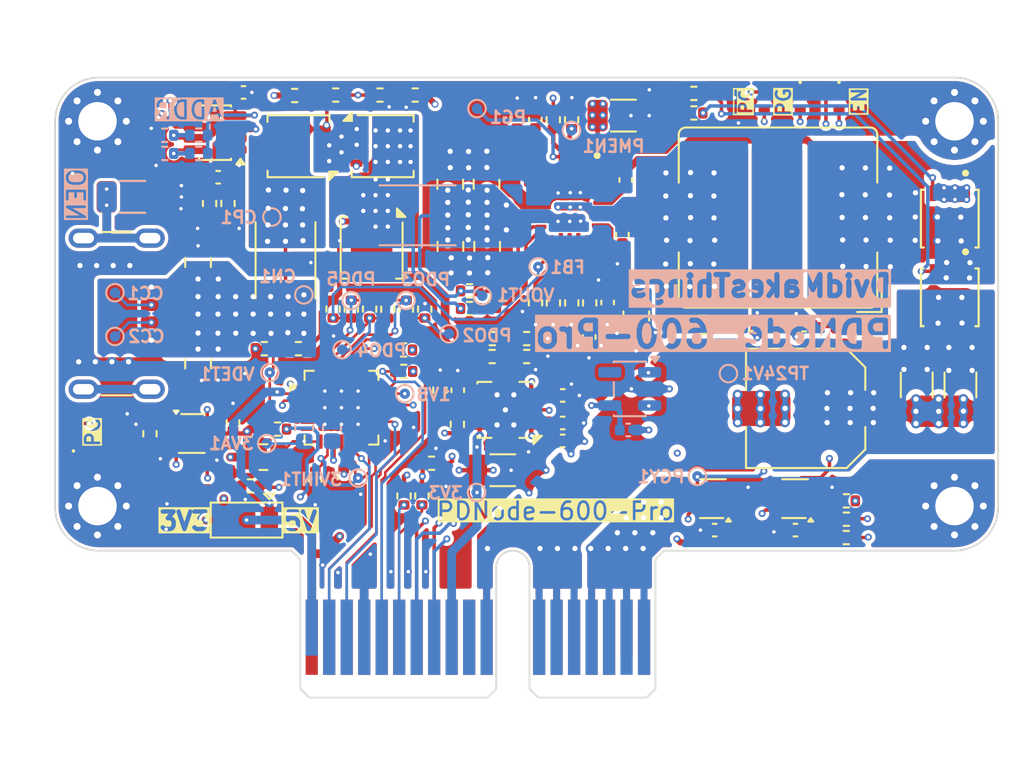
<source format=kicad_pcb>
(kicad_pcb (version 20241229) (generator "pcbnew") (generator_version "9.0")
  (title_block (date "2024-04-13") (rev "${REVISION}") (company "${COMPANY}"))
  (layers (0 "F.Cu" signal "L1 (Sig, PWR)") (4 "In1.Cu" power "L2 (GND)") (6 "In2.Cu" signal "L3 (Sig, PWR)") (8 "In3.Cu" signal "L4 (Sig, PWR)") (10 "In4.Cu" power "L5 (GND)") (2 "B.Cu" signal "L6 (Sig, PWR)") (13 "F.Paste" user) (15 "B.Paste" user) (5 "F.SilkS" user "F.Silkscreen") (7 "B.SilkS" user "B.Silkscreen") (1 "F.Mask" user) (3 "B.Mask" user) (25 "Edge.Cuts" user))
  (property "ASSEMBLY_NOTES" "ASSEMBLY NOTES")
  (property "BOARD_NAME" "Board Name")
  (property "COMPANY" "DvidMakesThings")
  (property "DESIGNER" "David Sipos")
  (property "FABRICATION_NOTES" "FABRICATION NOTES")
  (property "GIT_HASH_PCB" "")
  (property "GIT_HASH_SCH" "")
  (property "GIT_URL" "")
  (property "PROJECT_NAME" "PDNode-600 - PDCard")
  (property "RELEASE_BODY_1.0.0" "")
  (property "RELEASE_BODY_1.0.1" "")
  (property "RELEASE_BODY_1.0.2" "")
  (property "RELEASE_BODY_1.1.0" "")
  (property "RELEASE_BODY_UNRELEASED" "")
  (property "RELEASE_DATE" "04.02.2026")
  (property "RELEASE_DATE_NUM" "04.02.2026")
  (property "RELEASE_TITLE_1.0.0" "")
  (property "RELEASE_TITLE_1.0.1" "")
  (property "RELEASE_TITLE_1.0.2" "")
  (property "RELEASE_TITLE_1.1.0" "")
  (property "RELEASE_TITLE_UNRELEASED" "")
  (property "REVISION" "")
  (property "SHEET_NAME_1" "Cover Page")
  (property "SHEET_NAME_10" "")
  (property "SHEET_NAME_11" "")
  (property "SHEET_NAME_12" "")
  (property "SHEET_NAME_13" "")
  (property "SHEET_NAME_14" "")
  (property "SHEET_NAME_15" "")
  (property "SHEET_NAME_16" "")
  (property "SHEET_NAME_17" "")
  (property "SHEET_NAME_18" "")
  (property "SHEET_NAME_19" "")
  (property "SHEET_NAME_2" "Block Diagram")
  (property "SHEET_NAME_20" "")
  (property "SHEET_NAME_21" "")
  (property "SHEET_NAME_22" "")
  (property "SHEET_NAME_23" "")
  (property "SHEET_NAME_24" "")
  (property "SHEET_NAME_25" "")
  (property "SHEET_NAME_26" "")
  (property "SHEET_NAME_27" "")
  (property "SHEET_NAME_28" "")
  (property "SHEET_NAME_29" "")
  (property "SHEET_NAME_3" "ADJUSTABLE 5A BUCK CONVERTER")
  (property "SHEET_NAME_30" "")
  (property "SHEET_NAME_31" "")
  (property "SHEET_NAME_32" "")
  (property "SHEET_NAME_33" "")
  (property "SHEET_NAME_34" "")
  (property "SHEET_NAME_35" "")
  (property "SHEET_NAME_36" "")
  (property "SHEET_NAME_37" "")
  (property "SHEET_NAME_38" "")
  (property "SHEET_NAME_39" "")
  (property "SHEET_NAME_4" "USB-PD Source Controller")
  (property "SHEET_NAME_40" "")
  (property "SHEET_NAME_5" "Board Connector And Supplies")
  (property "SHEET_NAME_6" "")
  (property "SHEET_NAME_7" "")
  (property "SHEET_NAME_8" "")
  (property "SHEET_NAME_9" "")
  (property "VARIANT" "Pro")
  (net 0 "")
  (net 1 "/Block Diagram/USB-PD Source Controller/1V8_INTERNAL")
  (net 2 "Net-(IC1-BOOT1)")
  (net 3 "+24V")
  (net 4 "GND")
  (net 5 "Net-(IC1-VCC)")
  (net 6 "Net-(IC1-DITH_SYNC)")
  (net 7 "Net-(IC1-COMP)")
  (net 8 "Net-(C9-Pad1)")
  (net 9 "/Block Diagram/USB-PD Source Controller/3V3_INTERNAL")
  (net 10 "/Block Diagram/Adjustable 5A Buck Converter/SW1")
  (net 11 "/Block Diagram/Adjustable 5A Buck Converter/SENSE_P")
  (net 12 "Net-(IC1-BOOT2)")
  (net 13 "Net-(C12-Pad1)")
  (net 14 "/Block Diagram/Adjustable 5A Buck Converter/SENSE_N")
  (net 15 "VBUS")
  (net 16 "/Block Diagram/Adjustable 5A Buck Converter/SW2")
  (net 17 "/Block Diagram/Adjustable 5A Buck Converter/VOUT")
  (net 18 "+3.3VA")
  (net 19 "+3.3V")
  (net 20 "/Block Diagram/USB-PD Source Controller/VBUS_MEA_P")
  (net 21 "/Block Diagram/USB-PD Source Controller/VBUS_MEA_N")
  (net 22 "SHIELD")
  (net 23 "+5V")
  (net 24 "/Block Diagram/Board Connector and Supplies/BIAS")
  (net 25 "Net-(D1-Pad2)")
  (net 26 "Net-(IC4-Y)")
  (net 27 "Net-(D2-Pad2)")
  (net 28 "Net-(IC5-Y)")
  (net 29 "Net-(D3-Pad1)")
  (net 30 "/Block Diagram/Board Connector and Supplies/SS")
  (net 31 "/Block Diagram/USB-PD Source Controller/CC1")
  (net 32 "Net-(IC1-ILIM)")
  (net 33 "Net-(IC1-CDC)")
  (net 34 "/Block Diagram/USB-PD Source Controller/CC2")
  (net 35 "Net-(IC1-FSW)")
  (net 36 "PMIC_EN")
  (net 37 "Net-(IC1-MODE)")
  (net 39 "/Block Diagram/USB-PD Source Controller/CURR_MEA")
  (net 40 "Net-(D4-Pad1)")
  (net 41 "PGOOD_COMBIMED")
  (net 42 "/Block Diagram/Adjustable 5A Buck Converter/FEEDBACK")
  (net 43 "/Block Diagram/Adjustable 5A Buck Converter/DRV_H")
  (net 44 "/Block Diagram/Adjustable 5A Buck Converter/DRV_L")
  (net 45 "PGOOD_PMIC")
  (net 46 "/Block Diagram/USB-PD Source Controller/SPI_MISO")
  (net 47 "/Block Diagram/USB-PD Source Controller/SPI_CLK")
  (net 48 "/Block Diagram/USB-PD Source Controller/PDO3")
  (net 49 "/Block Diagram/USB-PD Source Controller/PDO4")
  (net 50 "/Block Diagram/USB-PD Source Controller/DISCHARGE")
  (net 51 "/Block Diagram/USB-PD Source Controller/SPI_CS")
  (net 52 "/Block Diagram/USB-PD Source Controller/PD_IRQ")
  (net 53 "/Block Diagram/USB-PD Source Controller/SPI_MOSI")
  (net 54 "/Block Diagram/USB-PD Source Controller/VBUS_EN")
  (net 55 "Net-(IC3-A0)")
  (net 56 "/Block Diagram/USB-PD Source Controller/VBUS_DET")
  (net 57 "Net-(IC3-A1)")
  (net 58 "/Block Diagram/USB-PD Source Controller/PD_ENABLE")
  (net 59 "Net-(T1-G)")
  (net 60 "Net-(T2-G)")
  (net 61 "/Block Diagram/USB-PD Source Controller/PDO2")
  (net 62 "Net-(R17-Pad1)")
  (net 63 "Net-(T3-G)")
  (net 64 "/Block Diagram/USB-PD Source Controller/PD_RESET")
  (net 65 "Net-(C40-Pad1)")
  (net 66 "/Block Diagram/USB-PD Source Controller/PDO5")
  (net 67 "Net-(D5-Pad2)")
  (net 68 "/Block Diagram/Board Connector and Supplies/I2C_SDA")
  (net 69 "/Block Diagram/Board Connector and Supplies/I2C_SCL")
  (net 70 "PGOOD_3V3")
  (net 71 "Net-(JP1-C)")
  (net 72 "/Block Diagram/Board Connector and Supplies/PORT_EN")
  (net 76 "/Block Diagram/USB-PD Source Controller/V_SOURCE")
  (net 77 "/Block Diagram/USB-PD Source Controller/T3T4DS")
  (net 79 "/Block Diagram/Board Connector and Supplies/FB")
  (net 80 "Net-(R50-Pad2)")
  (net 81 "Net-(R17-Pad2)")
  (footprint "MountingHole:MountingHole_2.2mm_M2_Pad_Via" (layer "F.Cu") (at 195 65.5 90)
    (property "Reference" "H3" (hide yes))
    (property "Value" "MountingHole_Pad")
  )
  (footprint "LED_SMD:LED_0402_1005Metric" (layer "F.Cu") (at 184.125 64.365 90)
    (property "Reference" "D3" (hide yes))
    (property "Value" "Red")
  )
  (footprint "DS_FET:Diodes_PowerDI3333-8" (layer "F.Cu") (at 157.49375 66.926356 180)
    (property "Reference" "T4" (hide yes))
    (property "Value" "DMP3013SFV")
  )
  (footprint "DS_Inductor:L_11.5x10.0mm" (layer "F.Cu") (at 184.91 71.005 180)
    (property "Reference" "L1" (hide yes))
    (property "Value" "4.7uH 11A")
  )
  (footprint "DS_Capacitor:C_Elec_6.3x7.7" (layer "F.Cu") (at 186.49 81.915 180)
    (property "Reference" "C5" (hide yes))
    (property "Value" "100uF 50V")
  )
  (footprint "Resistor_SMD:R_0603_1608Metric" (layer "F.Cu") (at 189.135 77.165 180)
    (property "Reference" "R8" (hide yes))
    (property "Value" "1R 1%")
  )
  (footprint "MountingHole:MountingHole_2.2mm_M2_Pad_Via" (layer "F.Cu") (at 146 65.5 90)
    (property "Reference" "H1" (hide yes))
    (property "Value" "MountingHole_Pad")
  )
  (footprint "DS_Peripherals:QFN-28-1EP_4x4mm_P0.4mm_EP2.6x2.6mm_ThermalVias" (layer "F.Cu") (at 159.95 81.875)
    (property "Reference" "IC2" (hide yes))
    (property "Value" "MCP22350T-2I/Q8X")
  )
  (footprint "Resistor_SMD:R_0402_1005Metric" (layer "F.Cu") (at 157.49 78.5 180)
    (property "Reference" "R12" (hide yes))
    (property "Value" "90.9K 1%")
  )
  (footprint "Resistor_SMD:R_0402_1005Metric" (layer "F.Cu") (at 166.575 82.825 90)
    (property "Reference" "R43" (hide yes))
    (property "Value" "7.5K 1%")
  )
  (footprint "Capacitor_SMD:C_1206_3216Metric" (layer "F.Cu") (at 169.175 85.45)
    (property "Reference" "C29" (hide yes))
    (property "Value" "10uF 50V")
  )
  (footprint "Resistor_SMD:R_0805_2012Metric" (layer "F.Cu") (at 155.4875 84.7)
    (property "Reference" "L3" (hide yes))
    (property "Value" "BLM21BD121SN1D")
  )
  (footprint "Capacitor_SMD:C_1206_3216Metric" (layer "F.Cu") (at 192.84 80.575 -90)
    (property "Reference" "C2" (hide yes))
    (property "Value" "10uF 50V")
  )
  (footprint "Resistor_SMD:R_0402_1005Metric" (layer "F.Cu") (at 168.575 77.925)
    (property "Reference" "R17" (hide yes))
    (property "Value" "10K 1%")
  )
  (footprint "Resistor_SMD:R_0402_1005Metric" (layer "F.Cu") (at 159.47 76.24 -90)
    (property "Reference" "R20" (hide yes))
    (property "Value" "200K 1%")
  )
  (footprint "Capacitor_SMD:C_0402_1005Metric" (layer "F.Cu") (at 154.35 63.85)
    (property "Reference" "C41" (hide yes))
    (property "Value" "100nF 50V")
  )
  (footprint "DS_Connector:USB_C_Receptacle_GCT_USB4125-xx-x-0190_6P_TopMnt_Horizontal" (layer "F.Cu") (at 146 76.5 -90)
    (property "Reference" "J1" (hide yes))
    (property "Value" "USB_C_Receptacle_PowerOnly_6P")
  )
  (footprint "Resistor_SMD:R_0402_1005Metric" (layer "F.Cu") (at 163.525 86.925 -90)
    (property "Reference" "R45" (hide yes))
    (property "Value" "2.4K 1%")
  )
  (footprint "MountingHole:MountingHole_2.2mm_M2_Pad_Via" (layer "F.Cu") (at 146 87.5 90)
    (property "Reference" "H2" (hide yes))
    (property "Value" "MountingHole_Pad")
  )
  (footprint "Resistor_SMD:R_0402_1005Metric" (layer "F.Cu") (at 163.5 78.575 180)
    (property "Reference" "R14" (hide yes))
    (property "Value" "10K 1%")
  )
  (footprint "Capacitor_SMD:C_1206_3216Metric" (layer "F.Cu") (at 195.34 80.575 -90)
    (property "Reference" "C3" (hide yes))
    (property "Value" "10uF 50V")
  )
  (footprint "DS_Vreg:PowerVFQFN-26" (layer "F.Cu") (at 172.9925 70.41 -90)
    (property "Reference" "IC1" (hide yes))
    (property "Value" "TPS552882QRPMRQ1")
  )
  (footprint "Capacitor_SMD:C_0402_1005Metric" (layer "F.Cu") (at 186.41 77.155 180)
    (property "Reference" "C40" (hide yes))
    (property "Value" "2.2nF 50V")
  )
  (footprint "Resistor_SMD:R_0402_1005Metric" (layer "F.Cu") (at 188.81 89.3 180)
    (property "Reference" "R41" (hide yes))
    (property "Value" "1K 1%")
  )
  (footprint "Resistor_SMD:R_0402_1005Metric" (layer "F.Cu") (at 188.82 88.25 180)
    (property "Reference" "R39" (hide yes))
    (property "Value" "1K 1%")
  )
  (footprint "Capacitor_SMD:C_0805_2012Metric" (layer "F.Cu") (at 166.17 69.1 90)
    (property "Reference" "C14" (hide yes))
    (property "Value" "22uF 35V")
  )
  (footprint "Resistor_SMD:R_0402_1005Metric" (layer "F.Cu") (at 154.75 86.35)
    (property "Reference" "R49" (hide yes))
    (property "Value" "1K 1%")
  )
  (footprint "Resistor_SMD:R_0402_1005Metric" (layer "F.Cu") (at 173.11 65.415 -90)
    (property "Reference" "R40" (hide yes))
    (property "Value" "10K 1%")
  )
  (footprint "Capacitor_SMD:C_0402_1005Metric" (layer "F.Cu") (at 171.035 65.405 90)
    (property "Reference" "C7" (hide yes))
    (property "Value" "10nF 50V")
  )
  (footprint "DS_Connector:BUS_PCIexpress_x1" (layer "F.Cu") (at 158.25 95)
    (property "Reference" "J2" (hide yes))
    (property "Value" "PCIE EDGE CONNECTOR")
  )
  (footprint "Capacitor_SMD:C_0402_1005Metric" (layer "F.Cu") (at 152.9 68.7 180)
    (property "Reference" "C18" (hide yes))
    (property "Value" "100nF 50V")
  )
  (footprint "Resistor_SMD:R_0402_1005Metric" (layer "F.Cu") (at 162.15 64)
    (property "Reference" "R31" (hide yes))
    (property "Value" "10K 1%")
  )
  (footprint "Jumper:SolderJumper-3_P1.3mm_Open_Pad1.0x1.5mm" (layer "F.Cu") (at 154.525 88.3 180)
    (property "Reference" "JP1" (hide yes))
    (property "Value" "SolderJumper_3_Open")
  )
  (footprint "Resistor_SMD:R_0402_1005Metric" (layer "F.Cu") (at 172.06 65.415 -90)
    (property "Reference" "R36" (hide yes))
    (property "Value" "10K 1%")
  )
  (footprint "Resistor_SMD:R_0402_1005Metric" (layer "F.Cu") (at 152.41 70.2 90)
    (property "Reference" "R28" (hide yes))
    (property "Value" "10R 1%")
  )
  (footprint "Capacitor_SMD:C_0402_1005Metric" (layer "F.Cu") (at 181.2875 88.875 180)
    (property "Reference" "C24" (hide yes))
    (property "Value" "100nF 50V")
  )
  (footprint "Capacitor_SMD:C_0402_1005Metric" (layer "F.Cu") (at 166.6 80.875 90)
    (property "Reference" "C28" (hide yes))
    (property "Value" "2.2nF 50V")
  )
  (footprint "Resistor_SMD:R_0603_1608Metric" (layer "F.Cu") (at 180.63 77.135)
    (property "Reference" "R44" (hide yes))
    (property "Value" "1R 1%")
  )
  (footprint "Resistor_SMD:R_0402_1005Metric" (layer "F.Cu") (at 174.1425 75.885 -90)
    (property "Reference" "R4" (hide yes))
    (property "Value" "15K 1%")
  )
  (footprint "Capacitor_SMD:C_0402_1005Metric" (layer "F.Cu") (at 153.75 82.7 90)
    (property "Reference" "C30" (hide yes))
    (property "Value" "100nF 50V")
  )
  (footprint "Resistor_SMD:R_0402_1005Metric" (layer "F.Cu") (at 159.625 64)
    (property "Reference" "R19" (hide yes))
    (property "Value" "10K 1%")
  )
  (footprint "DS_Vreg:VSON-10-1EP_3x3mm_P0.5mm_EP1.65x2.4mm_ThermalVias" (layer "F.Cu") (at 169.325 82 180)
    (property "Reference" "IC6" (hide yes))
    (property "Value" "TPS74801DRCT")
  )
  (footprint "Resistor_SMD:R_0402_1005Metric" (layer "F.Cu") (at 169.985 65.38 90)
    (property "Reference" "R1" (hide yes))
    (property "Value" "49.9K 1%")
  )
  (footprint "Capacitor_SMD:C_1206_3216Metric" (layer "F.Cu") (at 148 69.82 180)
    (property "Reference" "C23" (hide yes))
    (property "Value" "1nF 2kV")
  )
  (footprint "Resistor_SMD:R_0402_1005Metric" (layer "F.Cu") (at 149 83.365 90)
    (property "Reference" "R46" (hide yes))
    (property "Value" "1K 1%")
  )
  (footprint "Capacitor_SMD:C_0402_1005Metric" (layer "F.Cu") (at 168.77 75.705 -90)
    (property "Reference" "C10" (hide yes))
    (property "Value" "100nF 50V")
  )
  (footprint "Resistor_SMD:R_0402_1005Metric" (layer "F.Cu") (at 156.3 83.1)
    (property "Reference" "R16" (hide yes))
    (property "Value" "10K 1%")
  )
  (footprint "Capacitor_SMD:C_0402_1005Metric" (layer "F.Cu") (at 158.45 86 -90)
    (property "Reference" "C21" (hide yes))
    (property "Value" "1uF 50V")
  )
  (footprint "Resistor_SMD:R_0402_1005Metric" (layer "F.Cu") (at 165.1 85.05 180)
    (property "Reference" "R37" (hide yes))
    (property "Value" "10K 1%")
  )
  (footprint "Resistor_SMD:R_0402_1005Metric" (layer "F.Cu") (at 165.575 80.875 90)
    (property "Reference" "R42" (hide yes))
    (property "Value" "2.4K 1%")
  )
  (footprint "Resistor_SMD:R_0402_1005Metric" (layer "F.Cu") (at 162.6 76.25 90)
    (property "Reference" "R23" (hide yes))
    (property "Value" "4.64K 1%")
  )
  (footprint "DS_Peripherals:SOT-363_SC-70-6" (layer "F.Cu") (at 181.1875 87.075 180)
    (property "Reference" "IC4" (hide yes))
    (property "Value" "SN74LVC1G97QDCKRQ1")
  )
  (footprint "Capacitor_SMD:C_0402_1005Metric" (layer "F.Cu") (at 174.1175 77.835 -90)
    (property "Reference" "C9" (hide yes))
    (property "Value" "10nF 50V")
  )
  (footprint "DS_Peripherals:SOT-363_SC-70-6" (layer "F.Cu") (at 151.3875 83.35)
    (property "Reference" "IC7" (hide yes))
    (property "Value" "SN74LVC1G97QDCKRQ1")
  )
  (footprint "Capacitor_SMD:C_1206_3216Metric" (layer "F.Cu") (at 176.07 65.175)
    (property "Reference" "C4" (hide yes))
    (property "Value" "1uF 50V")
  )
  (footprint "Resistor_SMD:R_0402_1005Metric" (layer "F.Cu") (at 164.71 76.24 90)
    (property "Reference" "R25" (hide yes))
    (property "Value" "30.9K 1%")
  )
  (footprint "DS_FET:TSDSON-8" (layer "F.Cu") (at 194.73 75.565 -90)
    (property "Reference" "T1" (hide yes))
    (property "Value" "BSZ065N06")
  )
  (footprint "LED_SMD:LED_0402_1005Metric" (layer "F.Cu") (at 144.625 83.2575 90)
    (property "Reference" "D4" (hide yes))
    (property "Value" "Blue")
  )
  (footprint "Capacitor_SMD:C_0805_2012Metric" (layer "F.Cu") (at 168.245 69.1 90)
    (property "Reference" "C13" (hide yes))
    (property "Value" "22uF 35V")
  )
  (footprint "Resistor_SMD:R_0402_1005Metric" (layer "F.Cu") (at 167.27 76.205)
    (property "Reference" "R10" (hide yes))
    (property "Value" "0R 1%")
  )
  (footprint "Resistor_SMD:R_0402_1005Metric" (layer "F.Cu") (at 170.54 78.95)
    (property "Reference" "R51" (hide yes))
    (property "Value" "10K 1%")
  )
  (footprint "Resistor_SMD:R_0402_1005Metric" (layer "F.Cu") (at 153.46 70.2 90)
    (property "Reference" "R29" (hide yes))
    (property "Value" "10R 1%")
  )
  (footprint "Capacitor_SMD:C_0402_1005Metric" (layer "F.Cu") (at 176.205 68.86 -90)
    (property "Reference" "C1" (hide yes))
    (property "Value" "100nF 50V")
  )
  (footprint "Capacitor_SMD:C_0402_1005Metric" (layer "F.Cu") (at 172.6 81.175)
    (property "Reference" "C27" (hide yes))
    (property "Value" "1uF 50V")
  )
  (footprint "Resistor_SMD:R_0402_1005Metric" (layer "F.Cu") (at 164.165 64 180)
    (property "Reference" "R30" (hide yes))
    (property "Value" "10K 1%")
  )
  (footprint "Capacitor_SMD:C_0805_2012Metric" (layer "F.Cu") (at 151.75 79.37 -90)
    (property "Reference" "C39" (hide yes))
    (property "Value" "22uF 35V")
  )
  (footprint "Resistor_SMD:R_0402_1005Metric" (layer "F.Cu") (at 168.565 78.95)
    (property "Reference" "R50" (hide yes))
    (property "Value" "10K 1%")
  )
  (footprint "Capacitor_SMD:C_0402_1005Metric" (layer "F.Cu") (at 175.1675 75.86 -90)
    (property "Reference" "C8" (hide yes))
    (property "Value" "100pF 50V")
  )
  (footprint "Capacitor_SMD:C_0402_1005Metric" (layer "F.Cu") (at 183.34 77.125)
    (property "Reference" "C12" (hide yes))
    (property "Value" "2.2nF 50V")
  )
  (footprint "LED_SMD:LED_0402_1005Metric" (layer "F.Cu") (at 186.175 64.365 -90)
    (property "Reference" "D1" (hide yes))
    (property "Value" "Green")
  )
  (footprint "DS_FET:Diodes_PowerDI3333-8" (layer "F.Cu") (at 161.675 72.725 -90)
    (property "Reference" "T5" (hide yes))
    (property "Value" "DMP3013SFV")
  )
  (footprint "Resistor_SMD:R_0402_1005Metric" (layer "F.Cu") (at 171.0425 75.875 -90)
    (property "Reference" "R2" (hide yes))
    (property "Value" "0R 1%")
  )
  (footprint "Capacitor_SMD:C_0402_1005Metric" (layer "F.Cu") (at 185.9075 88.875 180)
    (property "Reference" "C25" (hide yes))
    (property "Value" "100nF 50V")
  )
  (footprint "Capacitor_SMD:C_0402_1005Metric" (layer "F.Cu") (at 160.08 85.87 -90)
    (property "Reference" "C22" (hide yes))
    (property "Value" "100nF 50V")
  )
  (footprint "Capacitor_SMD:C_0805_2012Metric" (layer "F.Cu") (at 168.28 72.655 -90)
    (property "Reference" "C16" (hide yes))
    (property "Value" "22uF 35V")
  )
  (footprint "Resistor_SMD:R_0402_1005Metric" (layer "F.Cu") (at 172.0675 75.885 -90)
    (property "Reference" "R5" (hide yes))
    (property "Value" "150K 1%")
  )
  (footprint "Capacitor_SMD:C_0402_1005Metric" (layer "F.Cu") (at 172.6 82.75)
    (property "Reference" "C26" (hide yes))
    (property "Value" "1uF 50V")
  )
  (footprint "Capacitor_SMD:C_0402_1005Metric" (layer "F.Cu") (at 176.01 71.98 -90)
    (property "Reference" "C11" (hide yes))
    (property "Value" "100nF 50V")
  )
  (footprint "Capacitor_SMD:C_0805_2012Metric" (layer "F.Cu") (at 176.805 76.635 -90)
    (property "Reference" "C6" (hide yes))
    (property "Value" "4.7uF 50V")
  )
  (footprint "Resistor_SMD:R_0402_1005Metric" (layer "F.Cu") (at 161.56 76.24 -90)
    (property "Reference" "R22" (hide yes))
    (property "Value" "4.64K 1%")
  )
  (footprint "Resistor_SMD:R_0402_1005Metric" (layer "F.Cu") (at 188.82 87.2 180)
    (property "Reference" "R38" (hide yes))
    (property "Value" "1K 1%")
  )
  (footprint "DS_Peripherals:SOT-23-8" (layer "F.Cu") (at 152.725 66.15 180)
    (property "Reference" "IC3" (hide yes))
    (property "Value" "INA219BIDCNT")
  )
  (footprint "Resistor_SMD:R_0402_1005Metric" (layer "F.Cu") (at 160.51 76.24 90)
    (property "Reference" "R21" (hide yes))
    (property "Value" "12.7K 1%")
  )
  (footprint "DS_FET:Diodes_PowerDI3333-8" (layer "F.Cu") (at 162.30625 66.923644)
    (property "Reference" "T3" (hide yes))
    (property "Value" "DMP3013SFV")
  )
  (footprint "Resistor_SMD:R_2512_6332Metric" (layer "F.Cu") (at 156.75 73.45 -90)
    (property "Reference" "R27" (hide yes))
    (property "Value" "0.010R 1%")
  )
  (footprint "DS_FET:TSDSON-8" (layer "F.Cu") (at 194.73 71.065 -90)
    (property "Reference" "T2" (hide yes))
    (property "Value" "BSZ065N06")
  )
  (footprint "Resistor_SMD:R_0402_1005Metric" (layer "F.Cu") (at 180.1 63.905 180)
    (property "Reference" "R6" (hide yes))
    (property "Value" "1R 1%")
  )
  (footprint "Resistor_SMD:R_0402_1005Metric" (layer "F.Cu") (at 155.54 78.5 180)
    (property "Reference" "R13" (hide yes))
    (property "Value" "10K 1%")
  )
  (footprint "Resistor_SMD:R_0402_1005Metric" (layer "F.Cu") (at 173.1175 75.885 -90)
    (property "Reference" "R3" (hide yes))
    (property "Value" "25.5K 1%")
  )
  (footprint "LED_SMD:LED_0402_1005Metric" (layer "F.Cu") (at 144.6 69.65 -90)
    (property "Reference" "D5" (hide yes))
    (property "Value" "Green")
  )
  (footprint "Resistor_SMD:R_0402_1005Metric" (layer "F.Cu") (at 164.55 86.925 -90)
    (property "Reference" "R47" (hide yes))
    (property "Value" "2.4K 1%")
  )
  (footprint "Resistor_SMD:R_0402_1005Metric" (layer "F.Cu") (at 157.275 64.025)
    (property "Reference" "R18" (hide yes))
    (property "Value" "10K 1%")
  )
  (footprint "Resistor_SMD:R_0402_1005Metric" (layer "F.Cu") (at 180.1 65.025 180)
    (property "Reference" "R7" (hide yes))
    (property "Value" "1R 1%")
  )
  (footprint "Resistor_SMD:R_0402_1005Metric" (layer "F.Cu") (at 167.27 75.195)
    (property "Reference" "R11" (hide yes))
    (property "Value" "0R 1%")
  )
  (footprint "Resistor_SMD:R_0402_1005Metric" (layer "F.Cu") (at 163.66 76.24 -90)
    (property "Reference" "R24" (hide yes))
    (property "Value" "8.87K 1%")
  )
  (footprint "LED_SMD:LED_0402_1005Metric" (layer "F.Cu") (at 188.4 64.3575 -90)
    (property "Reference" "D2" (hide yes))
    (property "Value" "Blue")
  )
  (footprint "DS_Peripherals:SOT-363_SC-70-6" (layer "F.Cu") (at 185.8875 87.075 180)
    (property "Reference" "IC5" (hide yes))
    (property "Value" "SN74LVC1G97QDCKRQ1")
  )
  (footprint "Capacitor_SMD:C_0805_2012Metric" (layer "F.Cu") (at 166.18 72.655 -90)
    (property "Reference" "C15" (hide yes))
    (property "Value" "22uF 35V")
  )
  (footprint "Resistor_SMD:R_0402_1005Metric" (layer "F.Cu") (at 163.51 79.8 180)
    (property "Reference" "R15" (hide yes))
    (property "Value" "10K 1%")
  )
  (footprint "Resistor_SMD:R_0402_1005Metric" (layer "F.Cu") (at 170.54 77.925)
    (property "Reference" "R48" (hide yes))
    (property "Value" "10K 1%")
  )
  (footprint "MountingHole:MountingHole_2.2mm_M2_Pad_Via" (layer "F.Cu") (at 195 87.5 90)
    (property "Reference" "H4" (hide yes))
    (property "Value" "MountingHole_Pad")
  )
  (footprint "Capacitor_SMD:C_0805_2012Metric" (layer "F.Cu") (at 151.75 73.57 90)
    (property "Reference" "C17" (hide yes))
    (property "Value" "22uF 35V")
  )
  (footprint "Capacitor_SMD:C_0402_1005Metric" (layer "F.Cu") (at 172.595 83.775)
    (property "Reference" "C32" (hide yes))
    (property "Value" "100nF 50V")
  )
  (footprint "Resistor_SMD:R_0402_1005Metric" (layer "B.Cu") (at 149.85 67.34 180)
    (property "Reference" "R35" (hide yes))
    (property "Value" "10K 1%")
  )
  (footprint "DS_Test:TestPoint_0.6mm" (layer "B.Cu") (at 163.57 81.075 180)
    (property "Reference" "1V8")
    (property "Value" "~")
  )
  (footprint "DS_Test:TestPoint_0.6mm" (layer "B.Cu") (at 171.2 73.825 180)
    (property "Reference" "FB1")
    (property "Value" "~")
  )
  (footprint "DS_Test:TestPoint_0.6mm" (layer "B.Cu") (at 155.85 79.865 180)
    (property "Reference" "VDET1")
    (property "Value" "~")
  )
  (footprint "DS_Test:TestPoint_0.6mm" (layer "B.Cu") (at 166.1 77.65 180)
    (property "Reference" "PDO2")
    (property "Value" "~")
  )
  (footprint "Resistor_SMD:R_2512_6332Metric" (layer "B.Cu") (at 164.3 70.875 180)
    (property "Reference" "R9" (hide yes))
    (property "Value" "0.010R 1%")
  )
  (footprint "DS_Test:TestPoint_0.6mm" (layer "B.Cu") (at 167.7 64.775 180)
    (property "Reference" "PG1")
    (property "Value" "~")
  )
  (footprint "DS_Test:TestPoint_0.6mm" (layer "B.Cu") (at 173.1 66.025 180)
    (property "Reference" "PMEN1")
    (property "Value" "~")
  )
  (footprint "Package_TO_SOT_SMD:SOT-23-5" (layer "B.Cu") (at 176.4325 80.8 180)
    (property "Reference" "U1" (hide yes))
    (property "Value" "24AA02E-OT")
  )
  (footprint "DS_Test:TestPoint_0.6mm" (layer "B.Cu") (at 163.64599 75.743711 180)
    (property "Reference" "PDO3")
    (property "Value" "~")
  )
  (footprint "Capacitor_SMD:C_0402_1005Metric" (layer "B.Cu") (at 176.345 83.15)
    (property "Reference" "C31" (hide yes))
    (property "Value" "100nF 50V")
  )
  (footprint "Resistor_SMD:R_0402_1005Metric" (layer "B.Cu") (at 151.79 67.34 180)
    (property "Reference" "R33" (hide yes))
    (property "Value" "10K 1%")
  )
  (footprint "DS_Test:TestPoint_0.6mm" (layer "B.Cu") (at 182.075 79.925 180)
    (property "Reference" "TP24V1")
    (property "Value" "~")
  )
  (footprint "DS_Test:TestPoint_0.6mm" (layer "B.Cu") (at 180.3 85.8 180)
    (property "Reference" "PGY1")
    (property "Value" "~")
  )
  (footprint "DS_Test:TestPoint_0.6mm" (layer "B.Cu") (at 167.675 86.725 180)
    (property "Reference" "3V3")
    (property "Value" "~")
  )
  (footprint "Resistor_SMD:R_1206_3216Metric" (layer "B.Cu") (at 148 69.825 180)
    (property "Reference" "R26" (hide yes))
    (property "Value" "1M 1%")
  )
  (footprint "Resistor_SMD:R_0402_1005Metric" (layer "B.Cu") (at 149.85 66.3 180)
    (property "Reference" "R34" (hide yes))
    (property "Value" "10K 1%")
  )
  (footprint "DS_Test:TestPoint_0.6mm" (layer "B.Cu") (at 147 77.8 180)
    (property "Reference" "CC2")
    (property "Value" "~")
  )
  (footprint "DS_Test:TestPoint_0.6mm" (layer "B.Cu") (at 168 75.475 180)
    (property "Reference" "VOUT1")
    (property "Value" "~")
  )
  (footprint "DS_Test:TestPoint_0.6mm" (layer "B.Cu") (at 159.99 78.555 180)
    (property "Reference" "PDO4")
    (property "Value" "~")
  )
  (footprint "Capacitor_SMD:C_0603_1608Metric" (layer "B.Cu") (at 159.41 83.01 90)
    (property "Reference" "C20" (hide yes))
    (property "Value" "2.2uF 50V")
  )
  (footprint "DS_Test:TestPoint_0.6mm" (layer "B.Cu") (at 147 75.3 180)
    (property "Reference" "CC1")
    (property "Value" "~")
  )
  (footprint "DS_Test:TestPoint_0.6mm" (layer "B.Cu") (at 157.8 75.425 180)
    (property "Reference" "CN1")
    (property "Value" "~")
  )
  (footprint "Resistor_SMD:R_0402_1005Metric" (layer "B.Cu") (at 151.79 66.29 180)
    (property "Reference" "R32" (hide yes))
    (property "Value" "10K 1%")
  )
  (footprint "Capacitor_SMD:C_0603_1608Metric" (layer "B.Cu") (at 157.82 83.02 90)
    (property "Reference" "C19" (hide yes))
    (property "Value" "2.2uF 50V")
  )
  (footprint "DS_Test:TestPoint_0.6mm" (layer "B.Cu") (at 155.975 70.975 180)
    (property "Reference" "CP1")
    (property "Value" "~")
  )
  (footprint "DS_Test:TestPoint_0.6mm" (layer "B.Cu") (at 160.5 75.75 180)
    (property "Reference" "PDO5")
    (property "Value" "~")
  )
  (footprint "DS_Test:TestPoint_0.6mm" (layer "B.Cu") (at 155.68 83.925 180)
    (property "Reference" "3VA1")
    (property "Value" "~")
  )
  (footprint "DS_Test:TestPoint_0.6mm" (layer "B.Cu") (at 160.9 85.9 180)
    (property "Reference" "3VINT1")
    (property "Value" "~")
  )
  (gr_line (start 170.7 97.95) (end 170.7 91) (stroke (width 0.1)) (layer "Edge.Cuts"))
  (gr_arc (start 169.75 90.05) (mid 170.421751 90.328249) (end 170.7 91) (stroke (width 0.1)) (layer "Edge.Cuts"))
  (gr_line (start 168.8 91) (end 168.8 97.95) (stroke (width 0.1)) (layer "Edge.Cuts"))
  (gr_line (start 177.4 98.45) (end 171.2 98.45) (stroke (width 0.1)) (layer "Edge.Cuts"))
  (gr_line (start 177.9 90.55) (end 178.4 90.05) (stroke (width 0.1)) (layer "Edge.Cuts"))
  (gr_arc (start 146.075 90.05) (mid 144.307233 89.317767) (end 143.575 87.55) (stroke (width 0.1)) (layer "Edge.Cuts"))
  (gr_line (start 157.6 97.95) (end 157.6 90.55) (stroke (width 0.1)) (layer "Edge.Cuts"))
  (gr_arc (start 195 63) (mid 196.767767 63.732233) (end 197.5 65.5) (stroke (width 0.1)) (layer "Edge.Cuts"))
  (gr_line (start 146.075 90.05) (end 157.1 90.05) (stroke (width 0.1)) (layer "Edge.Cuts"))
  (gr_line (start 146.075 63) (end 195 63) (stroke (width 0.1)) (layer "Edge.Cuts"))
  (gr_line (start 168.8 97.95) (end 168.3 98.45) (stroke (width 0.1)) (layer "Edge.Cuts"))
  (gr_line (start 158.1 98.45) (end 157.6 97.95) (stroke (width 0.1)) (layer "Edge.Cuts"))
  (gr_line (start 157.6 90.55) (end 157.1 90.05) (stroke (width 0.1)) (layer "Edge.Cuts"))
  (gr_line (start 195 90.05) (end 178.4 90.05) (stroke (width 0.1)) (layer "Edge.Cuts"))
  (gr_line (start 177.9 97.95) (end 177.9 90.55) (stroke (width 0.1)) (layer "Edge.Cuts"))
  (gr_arc (start 143.575 65.5) (mid 144.307233 63.732233) (end 146.075 63) (stroke (width 0.1)) (layer "Edge.Cuts"))
  (gr_line (start 168.3 98.45) (end 158.1 98.45) (stroke (width 0.1)) (layer "Edge.Cuts"))
  (gr_line (start 197.5 65.5) (end 197.5 87.55) (stroke (width 0.1)) (layer "Edge.Cuts"))
  (gr_line (start 171.2 98.45) (end 170.7 97.95) (stroke (width 0.1)) (layer "Edge.Cuts"))
  (gr_line (start 177.9 97.95) (end 177.4 98.45) (stroke (width 0.1)) (layer "Edge.Cuts"))
  (gr_line (start 143.575 87.55) (end 143.575 65.5) (stroke (width 0.1)) (layer "Edge.Cuts"))
  (gr_arc (start 168.8 91) (mid 169.078249 90.328249) (end 169.75 90.05) (stroke (width 0.1)) (layer "Edge.Cuts"))
  (gr_arc (start 197.5 87.55) (mid 196.767767 89.317767) (end 195 90.05) (stroke (width 0.1)) (layer "Edge.Cuts"))
  (gr_text "PG" (at 185.7 65.3 90) (layer "F.SilkS" knockout) (effects (font (size 0.8 0.8)) (justify left bottom)))
  (gr_text "EN" (at 190.025 65.25 90) (layer "F.SilkS" knockout) (effects (font (size 0.8 0.8)) (justify left bottom)))
  (gr_text "PG" (at 146.2 84.175 90) (layer "F.SilkS" knockout) (effects (font (size 0.8 0.8)) (justify left bottom)))
  (gr_text "~{PG}" (at 183.475 65.175 90) (layer "F.SilkS" knockout) (effects (font (size 0.7 0.7)) (justify left bottom)))
  (gr_text "PDNode-600-Pro" (at 165.3 88.375 0) (layer "F.SilkS" knockout) (effects (font (size 1 1)) (justify left bottom)))
  (gr_text "5V" (at 156.5 88.95 0) (layer "F.SilkS" knockout) (effects (font (size 1 1) (thickness 0.3) (bold yes)) (justify left bottom)))
  (gr_text "3V3" (at 152.55 88.95 0) (layer "F.SilkS" knockout) (effects (font (size 1 1) (thickness 0.3) (bold yes)) (justify right bottom)))
  (gr_text "PDNode-600-Pro" (at 170.85 78.575 0) (layer "B.SilkS" knockout) (effects (font (size 1.5 1.5) (thickness 0.3) (bold yes)) (justify right bottom mirror)))
  (gr_text "OEN" (at 145.4 68.1 90) (layer "B.SilkS" knockout) (effects (font (size 1 1)) (justify left bottom mirror)))
  (gr_text "DvidMakesThings" (at 176.25 75.625 0) (layer "B.SilkS" knockout) (effects (font (size 1.2 1.2) (thickness 0.3) (bold yes)) (justify right bottom mirror)))
  (gr_text "ADDR" (at 153.225 65.45 0) (layer "B.SilkS" knockout) (effects (font (size 1 1)) (justify left bottom mirror)))
  (segment (start 159.95 84.675) (end 160.08 84.805) (width 0.15) (layer "F.Cu") (net 1))
  (segment (start 160.08 85.661415) (end 160.1 85.681415) (width 0.15) (layer "F.Cu") (net 1))
  (segment (start 160.08 84.805) (end 160.08 85.39) (width 0.15) (layer "F.Cu") (net 1))
  (segment (start 160.08 85.39) (end 160.08 85.661415) (width 0.15) (layer "F.Cu") (net 1))
  (segment (start 159.95 83.8125) (end 159.95 84.675) (width 0.15) (layer "F.Cu") (net 1))
  (segment (start 161.8875 81.075) (end 163.57 81.075) (width 0.15) (layer "F.Cu") (net 1))
  (via (at 163.57 81.075) (size 0.4) (drill 0.2) (layers "F.Cu" "B.Cu") (net 1))
  (via (at 160.1 85.681415) (size 0.4) (drill 0.2) (layers "F.Cu" "B.Cu") (net 1))
  (segment (start 174.6425 70.16) (end 175.385 70.16) (width 0.25) (layer "F.Cu") (net 2))
  (segment (start 175.385 70.16) (end 176.205 69.34) (width 0.25) (layer "F.Cu") (net 2))
  (segment (start 173.25 95) (end 173.25 89.975) (width 0.4) (layer "F.Cu") (net 3))
  (segment (start 194 79.687005) (end 195.949394 79.687005) (width 0.4) (layer "F.Cu") (net 3))
  (segment (start 195.34 79.1) (end 195.34 77.085) (width 0.25) (layer "F.Cu") (net 3))
  (segment (start 192.106873 79.687005) (end 194 79.687005) (width 0.4) (layer "F.Cu") (net 3))
  (segment (start 173.4925 67.6225) (end 174.595 66.52) (width 0.25) (layer "F.Cu") (net 3))
  (segment (start 190.360273 82.727034) (end 190.360273 81.03708) (width 0.4) (layer "F.Cu") (net 3))
  (segment (start 174.595 66.52) (end 174.595 65.175) (width 0.25) (layer "F.Cu") (net 3))
  (segment (start 192.106873 78.431341) (end 194 78.431341) (width 0.4) (layer "F.Cu") (net 3))
  (segment (start 195.34 77.085) (end 194.73 76.475) (width 0.25) (layer "F.Cu") (net 3))
  (segment (start 172.25 95) (end 172.25 89.975) (width 0.4) (layer "F.Cu") (net 3))
  (segment (start 171.25 89.975) (end 171.3 89.925) (width 0.4) (layer "F.Cu") (net 3))
  (segment (start 190.360273 81.03708) (end 190.379155 81.018198) (width 0.4) (layer "F.Cu") (net 3))
  (segment (start 195.34 79.1) (end 192.84 79.1) (width 0.25) (layer "F.Cu") (net 3))
  (segment (start 172.25 89.975) (end 172.3 89.925) (width 0.4) (layer "F.Cu") (net 3))
  (segment (start 193.75 78.775) (end 193.75 79.275) (width 0.4) (layer "F.Cu") (net 3))
  (segment (start 187.735652 82.708152) (end 187.71677 82.727034) (width 0.4) (layer "F.Cu") (net 3))
  (segment (start 194 79.687005) (end 194 79.025) (width 0.4) (layer "F.Cu") (net 3))
  (segment (start 196.006041 78.431341) (end 196.006041 79.743652) (width 0.4) (layer "F.Cu") (net 3))
  (segment (start 194.5 79.525) (end 194.25 79.275) (width 0.4) (layer "F.Cu") (net 3))
  (segment (start 194.73 76.475) (end 194.73 75.565) (width 0.25) (layer "F.Cu") (net 3))
  (segment (start 168.25 95) (end 168.25 89.975) (width 0.4) (layer "F.Cu") (net 3))
  (segment (start 171.25 95) (end 171.25 89.975) (width 0.4) (layer "F.Cu") (net 3))
  (segment (start 194.25 78.775) (end 194.5 78.775) (width 0.4) (layer "F.Cu") (net 3))
  (segment (start 173.4925 68.5725) (end 173.4925 67.6225) (width 0.25) (layer "F.Cu") (net 3))
  (segment (start 194.5 78.775) (end 194.5 79.275) (width 0.4) (layer "F.Cu") (net 3))
  (segment (start 194 79.025) (end 193.75 78.775) (width 0.4) (layer "F.Cu") (net 3))
  (segment (start 168.25 89.975) (end 168.3 89.925) (width 0.4) (layer "F.Cu") (net 3))
  (segment (start 192.106873 78.431341) (end 192.106873 79.687005) (width 0.4) (layer "F.Cu") (net 3))
  (segment (start 192.84 79.1) (end 189.665 79.1) (width 0.25) (layer "F.Cu") (net 3))
  (segment (start 189.0275 79.7375) (end 189.0275 81.915) (width 0.25) (layer "F.Cu") (net 3))
  (segment (start 189.665 79.1) (end 189.0275 79.7375) (width 0.25) (layer "F.Cu") (net 3))
  (segment (start 187.735652 81.018198) (end 190.379155 81.018198) (width 0.4) (layer "F.Cu") (net 3))
  (segment (start 194 78.431341) (end 196.006041 78.431341) (width 0.4) (layer "F.Cu") (net 3))
  (segment (start 195.949394 79.687005) (end 196.006041 79.743652) (width 0.4) (layer "F.Cu") (net 3))
  (segment (start 173.25 89.975) (end 173.3 89.925) (width 0.4) (layer "F.Cu") (net 3))
  (segment (start 194.095194 75.565) (end 194.089501 75.570693) (width 0.25) (layer "F.Cu") (net 3))
  (segment (start 194 78.431341) (end 194 79.687005) (width 0.4) (layer "F.Cu") (net 3))
  (segment (start 194.25 79.275) (end 194.25 78.775) (width 0.4) (layer "F.Cu") (net 3))
  (segment (start 194.73 75.565) (end 194.095194 75.565) (width 0.25) (layer "F.Cu") (net 3))
  (segment (start 187.735652 81.018198) (end 187.735652 82.708152) (width 0.4) (layer "F.Cu") (net 3))
  (segment (start 193.75 79.275) (end 194 79.525) (width 0.4) (layer "F.Cu") (net 3))
  (segment (start 187.71677 82.727034) (end 190.360273 82.727034) (width 0.4) (layer "F.Cu") (net 3))
  (segment (start 194 79.525) (end 194.5 79.525) (width 0.4) (layer "F.Cu") (net 3))
  (via (at 174.895 65.15) (size 0.4) (drill 0.2) (layers "F.Cu" "B.Cu") (net 3))
  (via (at 174.3 65.15) (size 0.4) (drill 0.2) (layers "F.Cu" "B.Cu") (net 3))
  (via (at 196.006041 78.431341) (size 0.55) (drill 0.3) (layers "F.Cu" "B.Cu") (net 3))
  (via (at 194.674848 78.431341) (size 0.55) (drill 0.3) (layers "F.Cu" "B.Cu") (net 3))
  (via (at 193.438066 78.431341) (size 0.55) (drill 0.3) (layers "F.Cu" "B.Cu") (net 3))
  (via (at 196.006041 79.743652) (size 0.55) (drill 0.3) (layers "F.Cu" "B.Cu") (net 3))
  (via (at 194.061178 77.043502) (size 0.55) (drill 0.3) (layers "F.Cu" "B.Cu") (net 3))
  (via (at 192.106873 78.431341) (size 0.55) (drill 0.3) (layers "F.Cu" "B.Cu") (net 3))
  (via (at 172.3 89.925) (size 0.55) (drill 0.3) (layers "F.Cu" "B.Cu") (net 3))
  (via (at 187.705749 81.915) (size 0.55) (drill 0.3) (layers "F.Cu" "B.Cu") (net 3))
  (via (at 193.438066 79.687005) (size 0.55) (drill 0.3) (layers "F.Cu" "B.Cu") (net 3))
  (via (at 174.3 65.825) (size 0.4) (drill 0.2) (layers "F.Cu" "B.Cu") (net 3))
  (via (at 194.089501 75.570693) (size 0.55) (drill 0.3) (layers "F.Cu" "B.Cu") (net 3))
  (via (at 190.379155 81.018198) (size 0.55) (drill 0.3) (layers "F.Cu" "B.Cu") (net 3))
  (via (at 194.674848 79.743652) (size 0.55) (drill 0.3) (layers "F.Cu" "B.Cu") (net 3))
  (via (at 195.420694 75.570693) (size 0.55) (drill 0.3) (layers "F.Cu" "B.Cu") (net 3))
  (via (at 168.3 89.925) (size 0.55) (drill 0.3) (layers "F.Cu" "B.Cu") (net 3))
  (via (at 190.360273 82.727034) (size 0.55) (drill 0.3) (layers "F.Cu" "B.Cu") (net 3))
  (via (at 187.71677 82.727034) (size 0.55) (drill 0.3) (layers "F.Cu" "B.Cu") (net 3))
  (via (at 174.9 64.5) (size 0.4) (drill 0.2) (layers "F.Cu" "B.Cu") (net 3))
  (via (at 189.057403 81.018198) (size 0.55) (drill 0.3) (layers "F.Cu" "B.Cu") (net 3))
  (via (at 195.430135 77.034061) (size 0.55) (drill 0.3) (layers "F.Cu" "B.Cu") (net 3))
  (via (at 190.349252 81.915) (size 0.55) (drill 0.3) (layers "F.Cu" "B.Cu") (net 3))
  (via (at 189.0275 81.915) (size 0.55) (drill 0.3) (layers "F.Cu" "B.Cu") (net 3))
  (via (at 173.3 89.925) (size 0.55) (drill 0.3) (layers "F.Cu" "B.Cu") (net 3))
  (via (at 174.3 64.5) (size 0.4) (drill 0.2) (layers "F.Cu" "B.Cu") (net 3))
  (via (at 192.106873 79.687005) (size 0.55) (drill 0.3) (layers "F.Cu" "B.Cu") (net 3))
  (via (at 189.038521 82.727034) (size 0.55) (drill 0.3) (layers "F.Cu" "B.Cu") (net 3))
  (via (at 174.9 65.825) (size 0.4) (drill 0.2) (layers "F.Cu" "B.Cu") (net 3))
  (via (at 171.3 89.925) (size 0.55) (drill 0.3) (layers "F.Cu" "B.Cu") (net 3))
  (via (at 187.735652 81.018198) (size 0.55) (drill 0.3) (layers "F.Cu" "B.Cu") (net 3))
  (segment (start 171.25 95) (end 171.25 89.975) (width 0.4) (layer "B.Cu") (net 3))
  (segment (start 168.25 89.975) (end 168.3 89.925) (width 0.4) (layer "B.Cu") (net 3))
  (segment (start 168.25 95) (end 168.25 89.975) (width 0.4) (layer "B.Cu") (net 3))
  (segment (start 173.25 95) (end 173.25 89.975) (width 0.4) (layer "B.Cu") (net 3))
  (segment (start 172.25 95) (end 172.25 89.975) (width 0.4) (layer "B.Cu") (net 3))
  (segment (start 173.25 89.975) (end 173.3 89.925) (width 0.4) (layer "B.Cu") (net 3))
  (segment (start 172.25 89.975) (end 172.3 89.925) (width 0.4) (layer "B.Cu") (net 3))
  (segment (start 171.25 89.975) (end 171.3 89.925) (width 0.4) (layer "B.Cu") (net 3))
  (segment (start 182.075 87.075) (end 182.075 86.425) (width 0.35) (layer "F.Cu") (net 4))
  (segment (start 170.65 85.45) (end 170.65 84.4) (width 0.25) (layer "F.Cu") (net 4))
  (segment (start 163.655 64) (end 163.655 64.695) (width 0.2) (layer "F.Cu") (net 4))
  (segment (start 171.0425 77.1175) (end 171.05 77.125) (width 0.2) (layer "F.Cu") (net 4))
  (segment (start 193.9 82.225) (end 193.9 82.525) (width 0.25) (layer "F.Cu") (net 4))
  (segment (start 177.545 65.175) (end 177.545 63.705) (width 0.2) (layer "F.Cu") (net 4))
  (segment (start 149.475 69.82) (end 150.795 69.82) (width 0.5) (layer "F.Cu") (net 4))
  (segment (start 171.355 70.285) (end 171.355 69.785) (width 0.25) (layer "F.Cu") (net 4))
  (segment (start 158.58 86.35) (end 158.45 86.48) (width 0.2) (layer "F.Cu") (net 4))
  (segment (start 163.655 64.695) (end 163.65 64.7) (width 0.2) (layer "F.Cu") (net 4))
  (segment (start 186.775 87.075) (end 188.185 87.075) (width 0.35) (layer "F.Cu") (net 4))
  (segment (start 171.05 77.925) (end 171.75 77.925) (width 0.2) (layer "F.Cu") (net 4))
  (segment (start 177.25 95) (end 177.25 89.975) (width 0.4) (layer "F.Cu") (net 4))
  (segment (start 183.82 77.125) (end 185.9 77.125) (width 0.35) (layer "F.Cu") (net 4))
  (segment (start 193.8 81.625) (end 194.4 81.625) (width 0.25) (layer "F.Cu") (net 4))
  (segment (start 172.0675 76.395) (end 172.0675 77.1075) (width 0.2) (layer "F.Cu") (net 4))
  (segment (start 149.75 70.5) (end 150.775 70.5) (width 0.5) (layer "F.Cu") (net 4))
  (segment (start 176.805 77.585) (end 177.89 77.585) (width 0.2) (layer "F.Cu") (net 4))
  (segment (start 173.08 81.175) (end 173.08 80.545) (width 0.2) (layer "F.Cu") (net 4))
  (segment (start 195.03 69.62) (end 195.025 69.625) (width 0.2) (layer "F.Cu") (net 4))
  (segment (start 193.7 82.625) (end 193.7 82.225) (width 0.25) (layer "F.Cu") (net 4))
  (segment (start 165.575 80.365) (end 166.57 80.365) (width 0.25) (layer "F.Cu") (net 4))
  (segment (start 174.25 89.975) (end 174.2 89.925) (width 0.4) (layer "F.Cu") (net 4))
  (segment (start 195.508508 82.773942) (end 194.6 82.773942) (width 0.4) (layer "F.Cu") (net 4))
  (segment (start 155.05 65.9) (end 154.975 65.825) (width 0.2) (layer "F.Cu") (net 4))
  (segment (start 171.05 78.95) (end 171.05 79.7) (width 0.2) (layer "F.Cu") (net 4))
  (segment (start 167.85 81) (end 167.225 81) (width 0.25) (layer "F.Cu") (net 4))
  (segment (start 173.0175 69.7475) (end 173.03 69.735) (width 0.15) (layer "F.Cu") (net 4))
  (segment (start 144.6 68.5) (end 144.575 68.475) (width 0.2) (layer "F.Cu") (net 4))
  (segment (start 169.985 64.87) (end 169.985 64.19) (width 0.2) (layer "F.Cu") (net 4))
  (segment (start 183.82 77.125) (end 183.82 76.545) (width 0.35) (layer "F.Cu") (net 4))
  (segment (start 171.035 64.165) (end 171.05 64.15) (width 0.2) (layer "F.Cu") (net 4))
  (segment (start 186.775 86.425) (end 188 86.425) (width 0.35) (layer "F.Cu") (net 4))
  (segment (start 162.66 64.66) (end 162.675 64.675) (width 0.2) (layer "F.Cu") (net 4))
  (segment (start 150.5 82.7) (end 150.5 83.35) (width 0.25) (layer "F.Cu") (net 4))
  (segment (start 183.82 76.545) (end 183.725 76.45) (width 0.35) (layer "F.Cu") (net 4))
  (segment (start 182.6 82.725) (end 185.302016 82.725) (width 0.4) (layer "F.Cu") (net 4))
  (segment (start 176.805 77.585) (end 176.805 78.62) (width 0.2) (layer "F.Cu") (net 4))
  (segment (start 158.85 82.675) (end 159 82.825) (width 0.15) (layer "F.Cu") (net 4))
  (segment (start 162.66 64) (end 163.655 64) (width 0.2) (layer "F.Cu") (net 4))
  (segment (start 164.71 75.91) (end 164.725 75.925) (width 0.15) (layer "F.Cu") (net 4))
  (segment (start 185.302016 82.725) (end 185.312016 82.715) (width 0.4) (layer "F.Cu") (net 4))
  (segment (start 161.25 95) (end 161.25 90.6) (width 0.5) (layer "F.Cu") (net 4))
  (segment (start 169.075 82.25) (end 169.325 82) (width 0.25) (layer "F.Cu") (net 4))
  (segment (start 183.82 77.78) (end 183.725 77.875) (width 0.35) (layer "F.Cu") (net 4))
  (segment (start 177.25 89.975) (end 177.2 89.925) (width 0.4) (layer "F.Cu") (net 4))
  (segment (start 169.075 83.55) (end 169.075 82.25) (width 0.25) (layer "F.Cu") (net 4))
  (segment (start 185.3325 88.97) (end 184.68 88.97) (width 0.35) (layer "F.Cu") (net 4))
  (segment (start 175.25 89.975) (end 175.2 89.925) (width 0.4) (layer "F.Cu") (net 4))
  (segment (start 165.575 79.75) (end 165.6 79.725) (width 0.25) (layer "F.Cu") (net 4))
  (segment (start 194.675 82.05) (end 194.4 82.325) (width 0.25) (layer "F.Cu") (net 4))
  (segment (start 155.03 78.5) (end 155.025 78.5) (width 0.25) (layer "F.Cu") (net 4))
  (segment (start 171.355 69.785) (end 170.22 69.785) (width 0.25) (layer "F.Cu") (net 4))
  (segment (start 183.9525 81.915) (end 183.91 81.915) (width 0.4) (layer "F.Cu") (net 4))
  (segment (start 183.82 77.125) (end 183.82 77.78) (width 0.35) (layer "F.Cu") (net 4))
  (segment (start 193.675 82.05) (end 193.8 81.925) (width 0.25) (layer "F.Cu") (net 4))
  (segment (start 169.575 84.05) (end 170.65 85.125) (width 0.25) (layer "F.Cu") (net 4))
  (segment (start 173.1175 76.395) (end 173.1175 77.1075) (width 0.2) (layer "F.Cu") (net 4))
  (segment (start 176.805 77.585) (end 175.74 77.585) (width 0.2) (layer "F.Cu") (net 4))
  (segment (start 166.57 80.365) (end 166.6 80.395) (width 0.25) (layer "F.Cu") (net 4))
  (segment (start 166.62 80.395) (end 166.6 80.395) (width 0.25) (layer "F.Cu") (net 4))
  (segment (start 165.575 80.365) (end 165.575 79.75) (width 0.25) (layer "F.Cu") (net 4))
  (segment (start 158.0125 82.275) (end 159.55 82.275) (width 0.15) (layer "F.Cu") (net 4))
  (segment (start 151.95 80.32) (end 152.88 80.32) (width 0.25) (layer "F.Cu") (net 4))
  (segment (start 150.5 82.7) (end 149.155 82.7) (width 0.25) (layer "F.Cu") (net 4))
  (segment (start 171.0425 76.385) (end 171.0425 77.1175) (width 0.2) (layer "F.Cu") (net 4))
  (segment (start 161.8875 81.875) (end 160.9 81.875) (width 0.15) (layer "F.Cu") (net 4))
  (segment (start 149 82.855) (end 148.23 82.855) (width 0.25) (layer "F.Cu") (net 4))
  (segment (start 193.8 81.925) (end 193.8 81.625) (width 0.25) (layer "F.Cu") (net 4))
  (segment (start 149.08 73.75) (end 145 73.75) (width 0.5) (layer "F.Cu") (net 4))
  (segment (start 152.88 80.32) (end 152.9 80.3) (width 0.25) (layer "F.Cu") (net 4))
  (segment (start 158.45 86.48) (end 158.45 87.425) (width 0.2) (layer "F.Cu") (net 4))
  (segment (start 160.08 86.35) (end 158.58 86.35) (width 0.2) (layer "F.Cu") (net 4))
  (segment (start 185.9 77.125) (end 185.93 77.155) (width 0.35) (layer "F.Cu") (net 4))
  (segment (start 173.0175 69.785) (end 173.0175 69.7475) (width 0.15) (layer "F.Cu") (net 4))
  (segment (start 149.475 69.82) (end 149.475 70.225) (width 0.5) (layer "F.Cu") (net 4))
  (segment (start 185.312016 81.115) (end 185.312016 82.715) (width 0.4) (layer "F.Cu") (net 4))
  (segment (start 173.11 64.165) (end 173.125 64.15) (width 0.2) (layer "F.Cu") (net 4))
  (segment (start 194.096492 82.783942) (end 194.096492 81.383942) (width 0.4) (layer "F.Cu") (net 4))
  (segment (start 161.25 90.6) (end 161.6 90.25) (width 0.5) (layer "F.Cu") (net 4))
  (segment (start 150.5 82.7) (end 150.5 82.125) (width 0.25) (layer "F.Cu") (net 4))
  (segment (start 172.0675 77.1075) (end 172.05 77.125) (width 0.2) (layer "F.Cu") (net 4))
  (segment (start 192.84 82.05) (end 195.34 82.05) (width 0.25) (layer "F.Cu") (net 4))
  (segment (start 185.93 77.155) (end 185.93 77.805) (width 0.35) (layer "F.Cu") (net 4))
  (segment (start 169.575 83.55) (end 169.575 84.05) (width 0.25) (layer "F.Cu") (net 4))
  (segment (start 148.23 82.855) (end 148.2 82.825) (width 0.25) (layer "F.Cu") (net 4))
  (segment (start 176.25 94.45) (end 176.25 89.975) (width 0.4) (layer "F.Cu") (net 4))
  (segment (start 173.46 78.315) (end 173.45 78.325) (width 0.2) (layer "F.Cu") (net 4))
  (segment (start 171.05 77.925) (end 171.05 77.125) (width 0.2) (layer "F.Cu") (net 4))
  (segment (start 154.975 65.825) (end 153.8625 65.825) (width 0.2) (layer "F.Cu") (net 4))
  (segment (start 183.91 81.915) (end 183.9 81.925) (width 0.4) (layer "F.Cu") (net 4))
  (segment (start 173.11 64.905) (end 173.11 64.165) (width 0.2) (layer "F.Cu") (net 4))
  (segment (start 171.035 64.925) (end 171.035 64.165) (width 0.2) (layer "F.Cu") (net 4))
  (segment (start 182.6 81.125) (end 185.302016 81.125) (width 0.4) (layer "F.Cu") (net 4))
  (segment (start 170.65 85.125) (end 170.65 85.45) (width 0.25) (layer "F.Cu") (net 4))
  (segment (start 158.0125 82.675) (end 158.85 82.675) (width 0.15) (layer "F.Cu") (net 4))
  (segment (start 193.7 82.225) (end 193.9 82.225) (width 0.25) (layer "F.Cu") (net 4))
  (segment (start 170.65 85.45) (end 171.65 85.45) (width 0.25) (layer "F.Cu") (net 4))
  (segment (start 195.498508 81.383942) (end 195.508508 81.373942) (width 0.4) (layer "F.Cu") (net 4))
  (segment (start 175.1675 77.1075) (end 175.15 77.125) (width 0.2) (layer "F.Cu") (net 4))
  (segment (start 151.75 71.65) (end 151.725 71.625) (width 0.25) (layer "F.Cu") (net 4))
  (segment (start 173.08 83.77) (end 173.075 83.775) (width 0.25) (layer "F.Cu") (net 4))
  (segment (start 167.225 81) (end 166.62 80.395) (width 0.25) (layer "F.Cu") (net 4))
  (segment (start 174.25 95) (end 174.25 89.975) (width 0.4) (layer "F.Cu") (net 4))
  (segment (start 176.805 78.62) (end 176.8 78.625) (width 0.2) (layer "F.Cu") (net 4))
  (segment (start 171.0425 76.385) (end 170.31 76.385) (width 0.2) (layer "F.Cu") (net 4))
  (segment (start 194.4 81.625) (end 194.3 82.425) (width 0.25) (layer "F.Cu") (net 4))
  (segment (start 185.4275 88.875) (end 185.3325 88.97) (width 0.35) (layer "F.Cu") (net 4))
  (segment (start 170.31 76.385) (end 170.3 76.375) (width 0.2) (layer "F.Cu") (net 4))
  (segment (start 194.3 82.425) (end 194.4 82.625) (width 0.25) (layer "F.Cu") (net 4))
  (segment (start 173.08 81.175) (end 173.55 81.175) (width 0.2) (layer "F.Cu") (net 4))
  (segment (start 192.796492 81.383942) (end 195.498508 81.383942) (width 0.4) (layer "F.Cu") (net 4))
  (segment (start 174.1175 79.0075) (end 174.1 79.025) (width 0.2) (layer "F.Cu") (net 4))
  (segment (start 173.1175 77.1075) (end 173.1 77.125) (width 0.2) (layer "F.Cu") (net 4))
  (segment (start 158.75 79.9375) (end 158.75 80.675) (width 0.15) (layer "F.Cu") (net 4))
  (segment (start 144.95 79.25) (end 144.925 79.225) (width 0.5) (layer "F.Cu") (net 4))
  (segment (start 174.1175 78.315) (end 174.79 78.315) (width 0.2) (layer "F.Cu") (net 4))
  (segment (start 168.705 81) (end 168.845 81.14) (width 0.25) (layer "F.Cu") (net 4))
  (segment (start 185.93 77.155) (end 185.93 76.52) (width 0.35) (layer "F.Cu") (net 4))
  (segment (start 149.475 69.4) (end 149.7 69.175) (width 0.5) (layer "F.Cu") (net 4))
  (segment (start 175.25 95) (end 175.25 89.975) (width 0.4) (layer "F.Cu") (net 4))
  (segment (start 151.75 72.62) (end 151.75 71.65) (width 0.25) (layer "F.Cu") (net 4))
  (segment (start 144.6 69.165) (end 144.6 68.5) (width 0.2) (layer "F.Cu") (net 4))
  (segment (start 186.775 87.075) (end 186.775 86.425) (width 0.35) (layer "F.Cu") (net 4))
  (segment (start 185.93 76.52) (end 185.95 76.5) (width 0.35) (layer "F.Cu") (net 4))
  (segment (start 182.6 81.125) (end 182.6 82.725) (width 0.4) (layer "F.Cu") (net 4))
  (segment (start 158.75 80.675) (end 159 80.925) (width 0.15) (layer "F.Cu") (net 4))
  (segment (start 166.6 80.395) (end 166.6 79.75) (width 0.25) (layer "F.Cu") (net 4))
  (segment (start 194.4 82.625) (end 193.7 82.625) (width 0.25) (layer "F.Cu") (net 4))
  (segment (start 175.1675 76.34) (end 175.1675 77.1075) (width 0.2) (layer "F.Cu") (net 4))
  (segment (start 194.6 82.773942) (end 192.806492 82.773942) (width 0.4) (layer "F.Cu") (net 4))
  (segment (start 192.806492 82.773942) (end 192.796492 82.783942) (width 0.4) (layer "F.Cu") (net 4))
  (segment (start 170.65 85.45) (end 169.65 85.45) (width 0.25) (layer "F.Cu") (net 4))
  (segment (start 169.985 64.19) (end 170 64.175) (width 0.2) (layer "F.Cu") (net 4))
  (segment (start 172.304485 69.785) (end 172.337404 69.752081) (width 0.25) (layer "F.Cu") (net 4))
  (segment (start 177.545 65.175) (end 176.5 65.175) (width 0.2) (layer "F.Cu") (net 4))
  (segment (start 195.34 82.05) (end 194.675 82.05) (width 0.25) (layer "F.Cu") (net 4))
  (segment (start 173.075 83.775) (end 173.825 83.775) (width 0.25) (layer "F.Cu") (net 4))
  (segment (start 162.66 64) (end 162.66 64.66) (width 0.2) (layer "F.Cu") (net 4))
  (segment (start 182.075 86.425) (end 183.2 86.425) (width 0.35) (layer "F.Cu") (net 4))
  (segment (start 171.355 69.785) (end 172.304485 69.785) (width 0.25) (layer "F.Cu") (net 4))
  (segment (start 171.05 78.95) (end 171.725 78.95) (width 0.2) (layer "F.Cu") (net 4))
  (segment (start 174.1175 78.315) (end 173.46 78.315) (width 0.2) (layer "F.Cu") (net 4))
  (segment (start 149.08 79.25) (end 144.95 79.25) (width 0.5) (layer "F.Cu") (net 4))
  (segment (start 149.155 82.7) (end 149 82.855) (width 0.25) (layer "F.Cu") (net 4))
  (segment (start 174.79 78.315) (end 174.8 78.325) (width 0.2) (layer "F.Cu") (net 4))
  (segment (start 150.795 69.82) (end 150.8 69.825) (width 0.5) (layer "F.Cu") (net 4))
  (segment (start 185.93 77.805) (end 185.95 77.825) (width 0.35) (layer "F.Cu") (net 4))
  (segment (start 149.7 69.175) (end 150.8 69.175) (width 0.5) (layer "F.Cu") (net 4))
  (segment (start 168.68 68.245) (end 168.34 68.245) (width 0.25) (layer "F.Cu") (net 4))
  (segment (start 149.08 73.75) (end 147.85 73.75) (width 0.5) (layer "F.Cu") (net 4))
  (segment (start 188.185 87.075) (end 188.31 87.2) (width 0.35) (layer "F.Cu") (net 4))
  (segment (start 173.08 82.75) (end 173.8 82.75) (width 0.25) (layer "F.Cu") (net 4))
  (segment (start 173.825 83.775) (end 173.85 83.8) (width 0.25) (layer "F.Cu") (net 4))
  (segment (start 170.22 69.785) (end 168.68 68.245) (width 0.25) (layer "F.Cu") (net 4))
  (segment (start 153.75 82.22) (end 153.75 81.625) (width 0.25) (layer "F.Cu") (net 4))
  (segment (start 175.74 77.585) (end 175.7 77.625) (width 0.2) (layer "F.Cu") (net 4))
  (segment (start 194.3 82.425) (end 194.4 82.525) (width 0.25) (layer "F.Cu") (net 4))
  (segment (start 149.475 70.225) (end 149.75 70.5) (width 0.5) (layer "F.Cu") (net 4))
  (segment (start 195.508508 81.373942) (end 195.508508 82.773942) (width 0.4) (layer "F.Cu") (net 4))
  (segment (start 167.85 81) (end 168.705 81) (width 0.25) (layer "F.Cu") (net 4))
  (segment (start 177.545 63.705) (end 177.55 63.7) (width 0.2) (layer "F.Cu") (net 4))
  (segment (start 173.08 80.545) (end 173.1 80.525) (width 0.2) (layer "F.Cu") (net 4))
  (segment (start 168.245 68.15) (end 166.17 68.15) (width 0.25) (layer "F.Cu") (net 4))
  (segment (start 155.05 65.95) (end 155.05 65.9) (width 0.2) (layer "F.Cu") (net 4))
  (segment (start 173.075 83.775) (end 173.075 84.525) (width 0.25) (layer "F.Cu") (net 4))
  (segment (start 159.55 82.275) (end 159.95 81.875) (width 0.15) (layer "F.Cu") (net 4))
  (segment (start 171.725 78.95) (end 171.75 78.925) (width 0.2) (layer "F.Cu") (net 4))
  (segment (start 176.25 89.975) (end 176.2 89.925) (width 0.4) (layer "F.Cu") (net 4))
  (segment (start 185.302016 81.125) (end 185.312016 81.115) (width 0.4) (layer "F.Cu") (net 4))
  (segment (start 174.1175 78.315) (end 174.1175 79.0075) (width 0.2) (layer "F.Cu") (net 4))
  (segment (start 164.71 75.73) (end 164.71 75.91) (width 0.15) (layer "F.Cu") (net 4))
  (segment (start 173.08 82.75) (end 173.08 83.77) (width 0.25) (layer "F.Cu") (net 4))
  (segment (start 170.65 85.45) (end 170.65 86.725) (width 0.25) (layer "F.Cu") (net 4))
  (segment (start 180.8075 88.875) (end 180.475 88.875) (width 0.35) (layer "F.Cu") (net 4))
  (segment (start 195.03 69.565) (end 195.03 69.62) (width 0.2) (layer "F.Cu") (net 4))
  (segment (start 192.84 82.05) (end 193.675 82.05) (width 0.25) (layer "F.Cu") (net 4))
  (segment (start 177.89 77.585) (end 177.9 77.575) (width 0.2) (layer "F.Cu") (net 4))
  (segment (start 184.68 88.97) (end 184.675 88.975) (width 0.35) (layer "F.Cu") (net 4))
  (segment (start 149.475 69.82) (end 149.475 69.4) (width 0.5) (layer "F.Cu") (net 4))
  (segment (start 192.796492 82.783942) (end 192.796492 81.383942) (width 0.4) (layer "F.Cu") (net 4))
  (segment (start 194.4 82.525) (end 194.5 82.525) (width 0.25) (layer "F.Cu") (net 4))
  (segment (start 170.65 86.725) (end 170.675 86.75) (width 0.25) (layer "F.Cu") (net 4))
  (segment (start 151.75 80.32) (end 151.95 80.32) (width 0.25) (layer "F.Cu") (net 4))
  (via (at 146.825 79.25) (size 0.55) (drill 0.3) (layers "F.Cu" "B.Cu") (net 4))
  (via (at 173.8 82.75) (size 0.4) (drill 0.2) (layers "F.Cu" "B.Cu") (net 4))
  (via (at 164.075 83) (size 0.4) (drill 0.2) (layers "F.Cu" "B.Cu") (net 4))
  (via (at 155.05 65.95) (size 0.4) (drill 0.2) (layers "F.Cu" "B.Cu") (net 4))
  (via (at 173.1 77.125) (size 0.4) (drill 0.2) (layers "F.Cu" "B.Cu") (net 4))
  (via (at 164.725 75.925) (size 0.4) (drill 0.2) (layers "F.Cu" "B.Cu") (net 4))
  (via (at 149.59481 84.792947) (size 0.4) (drill 0.2) (layers "F.Cu" "B.Cu") (net 4))
  (via (at 183.9 81.125) (size 0.55) (drill 0.3) (layers "F.Cu" "B.Cu") (net 4))
  (via (at 177.55 63.7) (size 0.4) (drill 0.2) (layers "F.Cu" "B.Cu") (net 4))
  (via (at 149.35 68.025) (size 0.4) (drill 0.2) (layers "F.Cu" "B.Cu") (net 4))
  (via (at 150.8 69.175) (size 0.4) (drill 0.2) (layers "F.Cu" "B.Cu") (net 4))
  (via (at 151.75 72.62) (size 0.4) (drill 0.2) (layers "F.Cu" "B.Cu") (net 4))
  (via (at 158.875 90.875) (size 0.4) (drill 0.2) (layers "F.Cu" "B.Cu") (net 4))
  (via (at 147.85 73.75) (size 0.55) (drill 0.3) (layers "F.Cu" "B.Cu") (net 4))
  (via (at 176.725 89.025) (size 0.55) (drill 0.3) (layers "F.Cu" "B.Cu") (net 4))
  (via (at 149.925 88.825) (size 0.4) (drill 0.2) (layers "F.Cu" "B.Cu") (net 4))
  (via (at 183.9 81.925) (size 0.55) (drill 0.3) (layers "F.Cu" "B.Cu") (net 4))
  (via (at 159.5 77.775) (size 0.4) (drill 0.2) (layers "F.Cu" "B.Cu") (net 4))
  (via (at 170 64.175) (size 0.4) (drill 0.2) (layers "F.Cu" "B.Cu") (net 4))
  (via (at 172.05 77.125) (size 0.4) (drill 0.2) (layers "F.Cu" "B.Cu") (net 4))
  (via (at 166.6 79.75) (size 0.4) (drill 0.2) (layers "F.Cu" "B.Cu") (net 4))
  (via (at 177.9 77.575) (size 0.4) (drill 0.2) (layers "F.Cu" "B.Cu") (net 4))
  (via (at 152.9 80.3) (size 0.4) (drill 0.2) (layers "F.Cu" "B.Cu") (net 4))
  (via (at 185.95 77.825) (size 0.4) (drill 0.2) (layers "F.Cu" "B.Cu") (net 4))
  (via (at 170.3 76.375) (size 0.4) (drill 0.2) (layers "F.Cu" "B.Cu") (net 4))
  (via (at 168.311982 74.159273) (size 0.55) (drill 0.3) (layers "F.Cu" "B.Cu") (net 4))
  (via (at 177.225 87.275) (size 0.55) (drill 0.3) (layers "F.Cu" "B.Cu") (net 4))
  (via (at 147.775 79.25) (size 0.55) (drill 0.3) (layers "F.Cu" "B.Cu") (net 4))
  (via (at 185.312016 81.915) (size 0.55) (drill 0.3) (layers "F.Cu" "B.Cu") (net 4))
  (via (at 154.83 63.85) (size 0.4) (drill 0.2) (layers "F.Cu" "B.Cu") (net 4))
  (via (at 194.096492 82.083942) (size 0.55) (drill 0.3) (layers "F.Cu" "B.Cu") (net 4))
  (via (at 174.65 74.575) (size 0.4) (drill 0.2) (layers "F.Cu" "B.Cu") (net 4))
  (via (at 167.273463 73.313771) (size 0.55) (drill 0.3) (layers "F.Cu" "B.Cu") (net 4))
  (via (at 173.1 80.525) (size 0.4) (drill 0.2) (layers "F.Cu" "B.Cu") (net 4))
  (via (at 151.95 80.32) (size 0.4) (drill 0.2) (layers "F.Cu" "B.Cu") (net 4))
  (via (at 150.5 82.125) (size 0.4) (drill 0.2) (layers "F.Cu" "B.Cu") (net 4))
  (via (at 177.525 83.15) (size 0.4) (drill 0.2) (layers "F.Cu" "B.Cu") (net 4))
  (via (at 175.2 89.925) (size 0.55) (drill 0.3) (layers "F.Cu" "B.Cu") (net 4))
  (via (at 162.675 64.675) (size 0.4) (drill 0.2) (layers "F.Cu" "B.Cu") (net 4))
  (via (at 159.75 91.3) (size 0.4) (drill 0.2) (layers "F.Cu" "B.Cu") (net 4))
  (via (at 175.725 89.025) (size 0.55) (drill 0.3) (layers "F.Cu" "B.Cu") (net 4))
  (via (at 168.259549 67.210264) (size 0.55) (drill 0.3) (layers "F.Cu" "B.Cu") (net 4))
  (via (at 174.1 79.025) (size 0.4) (drill 0.2) (layers "F.Cu" "B.Cu") (net 4))
  (via (at 166.224531 73.305203) (size 0.55) (drill 0.3) (layers "F.Cu" "B.Cu") (net 4))
  (via (at 183.725 77.875) (size 0.4) (drill 0.2) (layers "F.Cu" "B.Cu") (net 4))
  (via (at 162.45 83.775) (size 0.4) (drill 0.2) (layers "F.Cu" "B.Cu") (net 4))
  (via (at 170.65 84.4) (size 0.4) (drill 0.2) (layers "F.Cu" "B.Cu") (net 4))
  (via (at 192.796492 81.383942) (size 0.55) (drill 0.3) (layers "F.Cu" "B.Cu") (net 4))
  (via (at 155.025 78.5) (size 0.4) (drill 0.2) (layers "F.Cu" "B.Cu") (net 4))
  (via (at 188 86.425) (size 0.4) (drill 0.2) (layers "F.Cu" "B.Cu") (net 4))
  (via (at 163.775 91.25) (size 0.4) (drill 0.2) (layers "F.Cu" "B.Cu") (net 4))
  (via (at 195.025 69.975) (size 0.4) (drill 0.2) (layers "F.Cu" "B.Cu") (net 4))
  (via (at 183.725 76.45) (size 0.4) (drill 0.2) (layers "F.Cu" "B.Cu") (net 4))
  (via (at 171.65 85.45) (size 0.4) (drill 0.2) (layers "F.Cu" "B.Cu") (net 4))
  (via (at 150.775 70.5) (size 0.4) (drill 0.2) (layers "F.Cu" "B.Cu") (net 4))
  (via (at 171.05 79.7) (size 0.4) (drill 0.2) (layers "F.Cu" "B.Cu") (net 4))
  (via (at 146.9 73.75) (size 0.55) (drill 0.3) (layers "F.Cu" "B.Cu") (net 4))
  (via (at 178.225 87.275) (size 0.55) (drill 0.3) (layers "F.Cu" "B.Cu") (net 4))
  (via (at 176.2 89.925) (size 0.55) (drill 0.3) (layers "F.Cu" "B.Cu") (net 4))
  (via (at 174.2 89.925) (size 0.55) (drill 0.3) (layers "F.Cu" "B.Cu") (net 4))
  (via (at 166.165804 67.21848) (size 0.55) (drill 0.3) (layers "F.Cu" "B.Cu") (net 4))
  (via (at 175.15 77.125) (size 0.4) (drill 0.2) (layers "F.Cu" "B.Cu") (net 4))
  (via (at 171.75 77.925) (size 0.4) (drill 0.2) (layers "F.Cu" "B.Cu") (net 4))
  (via (at 166.218237 74.167489) (size 0.55) (drill 0.3) (layers "F.Cu" "B.Cu") (net 4))
  (via (at 175.7 77.625) (size 0.4) (drill 0.2) (layers "F.Cu" "B.Cu") (net 4))
  (via (at 182.6 81.125) (size 0.55) (drill 0.3) (layers "F.Cu" "B.Cu") (net 4))
  (via (at 151.725 71.625) (size 0.4) (drill 0.2) (layers "F.Cu" "B.Cu") (net 4))
  (via (at 154.425 79.925) (size 0.4) (drill 0.2) (layers "F.Cu" "B.Cu") (net 4))
  (via (at 153.75 81.625) (size 0.4) (drill 0.2) (layers "F.Cu" "B.Cu") (net 4))
  (via (at 182.6 81.925) (size 0.55) (drill 0.3) (layers "F.Cu" "B.Cu") (net 4))
  (via (at 175.725 73.65) (size 0.4) (drill 0.2) (layers "F.Cu" "B.Cu") (net 4))
  (via (at 177.75 89.025) (size 0.55) (drill 0.3) (layers "F.Cu" "B.Cu") (net 4))
  (via (at 192.796492 82.783942) (size 0.55) (drill 0.3) (layers "F.Cu" "B.Cu") (net 4))
  (via (at 177.2 89.925) (size 0.55) (drill 0.3) (layers "F.Cu" "B.Cu") (net 4))
  (via (at 173.03 69.582919) (size 0.4) (drill 0.2) (layers "F.Cu" "B.Cu") (net 4))
  (via (at 194.4 69.3) (size 0.4) (drill 0.2) (layers "F.Cu" "B.Cu") (net 4))
  (via (at 184.675 88.975) (size 0.4) (drill 0.2) (layers "F.Cu" "B.Cu") (net 4))
  (via (at 154.45 87.125) (size 0.4) (drill 0.2) (layers "F.Cu" "B.Cu") (net 4))
  (via (at 195.508508 82.773942) (size 0.55) (drill 0.3) (layers "F.Cu" "B.Cu") (net 4))
  (via (at 182.6 82.725) (size 0.55) (drill 0.3) (layers "F.Cu" "B.Cu") (net 4))
  (via (at 178.225 88.175) (size 0.55) (drill 0.3) (layers "F.Cu" "B.Cu") (net 4))
  (via (at 152.825 84.875) (size 0.4) (drill 0.2) (layers "F.Cu" "B.Cu") (net 4))
  (via (at 171.05 64.15) (size 0.4) (drill 0.2) (layers "F.Cu" "B.Cu") (net 4))
  (via (at 144.575 68.475) (size 0.4) (drill 0.2) (layers "F.Cu" "B.Cu") (net 4))
  (via (at 165.925 86.375) (size 0.4) (drill 0.2) (layers "F.Cu" "B.Cu") (net 4))
  (via (at 177.545 65.175) (size 0.4) (drill 0.2) (layers "F.Cu" "B.Cu") (net 4))
  (via (at 180.475 88.875) (size 0.4) (drill 0.2) (layers "F.Cu" "B.Cu") (net 4))
  (via (at 145 73.75) (size 0.55) (drill 0.3) (layers "F.Cu" "B.Cu") (net 4))
  (via (at 173.605 69.582919) (size 0.4) (drill 0.2) (layers "F.Cu" "B.Cu") (net 4))
  (via (at 161.05 86.825) (size 0.4) (drill 0.2) (layers "F.Cu" "B.Cu") (net 4))
  (via (at 195.508508 82.073942) (size 0.55) (drill 0.3) (layers "F.Cu" "B.Cu") (net 4))
  (via (at 165.6 79.725) (size 0.4) (drill 0.2) (layers "F.Cu" "B.Cu") (net 4))
  (via (at 145.95 73.75) (size 0.55) (drill 0.3) (layers "F.Cu" "B.Cu") (net 4))
  (via (at 183.9 82.725) (size 0.55) (drill 0.3) (layers "F.Cu" "B.Cu") (net 4))
  (via (at 147.7 82.225) (size 0.4) (drill 0.2) (layers "F.Cu" "B.Cu") (net 4))
  (via (at 185.312016 82.715) (size 0.55) (drill 0.3) (layers "F.Cu" "B.Cu") (net 4))
  (via (at 173.125 64.15) (size 0.4) (drill 0.2) (layers "F.Cu" "B.Cu") (net 4))
  (via (at 158.2 73.575) (size 0.4) (drill 0.2) (layers "F.Cu" "B.Cu") (net 4))
  (via (at 169.65 85.45) (size 0.4) (drill 0.2) (layers "F.Cu" "B.Cu") (net 4))
  (via (at 177.225 88.175) (size 0.55) (drill 0.3) (layers "F.Cu" "B.Cu") (net 4))
  (via (at 179.15 84.475) (size 0.4) (drill 0.2) (layers "F.Cu" "B.Cu") (net 4))
  (via (at 171.75 78.925) (size 0.4) (drill 0.2) (layers "F.Cu" "B.Cu") (net 4))
  (via (at 183.2 86.425) (size 0.4) (drill 0.2) (layers "F.Cu" "B.Cu") (net 4))
  (via (at 194.096492 82.783942) (size 0.55) (drill 0.3) (layers "F.Cu" "B.Cu") (net 4))
  (via (at 167.214736 67.227048) (size 0.55) (drill 0.3) (layers "F.Cu" "B.Cu") (net 4))
  (via (at 174.8 78.325) (size 0.4) (drill 0.2) (layers "F.Cu" "B.Cu") (net 4))
  (via (at 176.225 88.175) (size 0.55) (drill 0.3) (layers "F.Cu" "B.Cu") (net 4))
  (via (at 195.025 69.3) (size 0.4) (drill 0.2) (layers "F.Cu" "B.Cu") (net 4))
  (via (at 176.5 65.175) (size 0.4) (drill 0.2) (layers "F.Cu" "B.Cu") (net 4))
  (via (at 176.525 80.8) (size 0.4) (drill 0.2) (layers "F.Cu" "B.Cu") (net 4))
  (via (at 168.263745 68.141784) (size 0.55) (drill 0.3) (layers "F.Cu" "B.Cu") (net 4))
  (via (at 162.775 91.25) (size 0.4) (drill 0.2) (layers "F.Cu" "B.Cu") (net 4))
  (via (at 154.1 71.625) (size 0.4) (drill 0.2) (layers "F.Cu" "B.Cu") (net 4))
  (via (at 149.075 65.9) (size 0.4) (drill 0.2) (layers "F.Cu" "B.Cu") (net 4))
  (via (at 165.35 84.2) (size 0.4) (drill 0.2) (layers "F.Cu" "B.Cu") (net 4))
  (via (at 192.796492 82.083942) (size 0.55) (drill 0.3) (layers "F.Cu" "B.Cu") (net 4))
  (via (at 185.312016 81.115) (size 0.55) (drill 0.3) (layers "F.Cu" "B.Cu") (net 4))
  (via (at 171.05 77.125) (size 0.4) (drill 0.2) (layers "F.Cu" "B.Cu") (net 4))
  (via (at 167.218932 68.158568) (size 0.55) (drill 0.3) (layers "F.Cu" "B.Cu") (net 4))
  (via (at 194.096492 81.383942) (size 0.55) (drill 0.3) (layers "F.Cu" "B.Cu") (net 4))
  (via (at 145.875 79.25) (size 0.55) (drill 0.3) (layers "F.Cu" "B.Cu") (net 4))
  (via (at 173.45 78.325) (size 0.4) (drill 0.2) (layers "F.Cu" "B.Cu") (net 4))
  (via (at 173.075 84.525) (size 0.4) (drill 0.2) (layers "F.Cu" "B.Cu") (net 4))
  (via (at 176.8 78.625) (size 0.4) (drill 0.2) (layers "F.Cu" "B.Cu") (net 4))
  (via (at 195.508508 81.373942) (size 0.55) (drill 0.3) (layers "F.Cu" "B.Cu") (net 4))
  (via (at 149.975 87.375) (size 0.4) (drill 0.2) (layers "F.Cu" "B.Cu") (net 4))
  (via (at 148.2 82.825) (size 0.4) (drill 0.2) (layers "F.Cu" "B.Cu") (net 4))
  (via (at 185.95 76.5) (size 0.4) (drill 0.2) (layers "F.Cu" "B.Cu") (net 4))
  (via (at 182.425 64.15) (size 0.4) (drill 0.2) (layers "F.Cu" "B.Cu") (net 4))
  (via (at 178.7 80.8) (size 0.4) (drill 0.2) (layers "F.Cu" "B.Cu") (net 4))
  (via (at 164.775 91.25) (size 0.4) (drill 0.2) (layers "F.Cu" "B.Cu") (net 4))
  (via (at 168.318276 73.296987) (size 0.55) (drill 0.3) (layers "F.Cu" "B.Cu") (net 4))
  (via (at 182.65 65.6) (size 0.4) (drill 0.2) (layers "F.Cu" "B.Cu") (net 4))
  (via (at 166.17 68.15) (size 0.55) (drill 0.3) (layers "F.Cu" "B.Cu") (net 4))
  (via (at 173.85 83.8) (size 0.4) (drill 0.2) (layers "F.Cu" "B.Cu") (net 4))
  (via (at 150.8 69.825) (size 0.4) (drill 0.2) (layers "F.Cu" "B.Cu") (net 4))
  (via (at 194.4 69.975) (size 0.4) (drill 0.2) (layers "F.Cu" "B.Cu") (net 4))
  (via (at 154.1 68.025) (size 0.4) (drill 0.2) (layers "F.Cu" "B.Cu") (net 4))
  (via (at 195.7 69.3) (size 0.4) (drill 0.2) (layers "F.Cu" "B.Cu") (net 4))
  (via (at 163.65 64.7) (size 0.4) (drill 0.2) (layers "F.Cu" "B.Cu") (net 4))
  (via (at 144.925 79.25) (size 0.55) (drill 0.3) (layers "F.Cu" "B.Cu") (net 4))
  (via (at 172.337404 69.6) (size 0.4) (drill 0.2) (layers "F.Cu" "B.Cu") (net 4))
  (via (at 161.6 90.25) (size 0.4) (drill 0.2) (layers "F.Cu" "B.Cu") (net 4))
  (via (at 195.7 69.975) (size 0.4) (drill 0.2) (layers "F.Cu" "B.Cu") (net 4))
  (via (at 158.45 87.425) (size 0.4) (drill 0.2) (layers "F.Cu" "B.Cu") (net 4))
  (via (at 167.267169 74.176057) (size 0.55) (drill 0.3) (layers "F.Cu" "B.Cu") (net 4))
  (via (at 173.55 81.175) (size 0.4) (drill 0.2) (layers "F.Cu" "B.Cu") (net 4))
  (via (at 170.675 86.75) (size 0.4) (drill 0.2) (layers "F.Cu" "B.Cu") (net 4))
  (segment (start 161.25 95) (end 161.25 90.6) (width 0.5) (layer "B.Cu") (net 4))
  (segment (start 149.4625 69.4875) (end 149.775 69.175) (width 0.5) (layer "B.Cu") (net 4))
  (segment (start 176.25 89.975) (end 176.2 89.925) (width 0.4) (layer "B.Cu") (net 4))
  (segment (start 161.25 90.6) (end 161.6 90.25) (width 0.5) (layer "B.Cu") (net 4))
  (segment (start 177.25 89.975) (end 177.2 89.925) (width 0.4) (layer "B.Cu") (net 4))
  (segment (start 149.65 70.4) (end 149.75 70.5) (width 0.5) (layer "B.Cu") (net 4))
  (segment (start 157.82 82.245) (end 159.58 82.245) (width 0.2) (layer "B.Cu") (net 4))
  (segment (start 174.25 95) (end 174.25 89.975) (width 0.4) (layer "B.Cu") (net 4))
  (segment (start 149.775 69.175) (end 150.8 69.175) (width 0.5) (layer "B.Cu") (net 4))
  (segment (start 159.58 82.245) (end 159.95 81.875) (width 0.2) (layer "B.Cu") (net 4))
  (segment (start 149.4625 70.2125) (end 149.65 70.4) (width 0.5) (layer "B.Cu") (net 4))
  (segment (start 149.4625 69.825) (end 149.4625 69.4875) (width 0.5) (layer "B.Cu") (net 4))
  (segment (start 149.35 68.025) (end 149.34 68.015) (width 0.15) (layer "B.Cu") (net 4))
  (segment (start 176.825 83.15) (end 177.525 83.15) (width 0.15) (layer "B.Cu") (net 4))
  (segment (start 177.57 80.8) (end 176.525 80.8) (width 0.15) (layer "B.Cu") (net 4))
  (segment (start 175.25 95) (end 175.25 89.975) (width 0.4) (layer "B.Cu") (net 4))
  (segment (start 149.75 70.5) (end 150.775 70.5) (width 0.5) (layer "B.Cu") (net 4))
  (segment (start 149.4625 69.825) (end 150.8 69.825) (width 0.5) (layer "B.Cu") (net 4))
  (segment (start 177.25 95) (end 177.25 89.975) (width 0.4) (layer "B.Cu") (net 4))
  (segment (start 177.57 80.8) (end 178.7 80.8) (width 0.15) (layer "B.Cu") (net 4))
  (segment (start 149.34 67.34) (end 149.34 66.3) (width 0.15) (layer "B.Cu") (net 4))
  (segment (start 174.25 89.975) (end 174.2 89.925) (width 0.4) (layer "B.Cu") (net 4))
  (segment (start 149.4625 69.825) (end 149.4625 70.2125) (width 0.5) (layer "B.Cu") (net 4))
  (segment (start 149.34 68.015) (end 149.34 67.34) (width 0.15) (layer "B.Cu") (net 4))
  (segment (start 149.34 66.165) (end 149.34 66.3) (width 0.15) (layer "B.Cu") (net 4))
  (segment (start 175.25 89.975) (end 175.2 89.925) (width 0.4) (layer "B.Cu") (net 4))
  (segment (start 176.25 95) (end 176.25 89.975) (width 0.4) (layer "B.Cu") (net 4))
  (segment (start 149.075 65.9) (end 149.34 66.165) (width 0.15) (layer "B.Cu") (net 4))
  (segment (start 174.5675 72.06) (end 174.5675 72.7725) (width 0.25) (layer "F.Cu") (net 5))
  (segment (start 174.75 72.955) (end 174.75 73.63) (width 0.25) (layer "F.Cu") (net 5))
  (segment (start 174.5675 72.7725) (end 174.75 72.955) (width 0.25) (layer "F.Cu") (net 5))
  (segment (start 174.75 73.63) (end 176.805 75.685) (width 0.25) (layer "F.Cu") (net 5))
  (segment (start 171.4175 68.76) (end 171.4175 67.3725) (width 0.25) (layer "F.Cu") (net 6))
  (segment (start 171.4175 67.3725) (end 171.035 66.99) (width 0.25) (layer "F.Cu") (net 6))
  (segment (start 171.035 66.99) (end 171.035 65.885) (width 0.25) (layer "F.Cu") (net 6))
  (segment (start 173.9925 72.31) (end 173.9925 75.225) (width 0.25) (layer "F.Cu") (net 7))
  (segment (start 173.9925 75.225) (end 174.1425 75.375) (width 0.25) (layer "F.Cu") (net 7))
  (segment (start 174.1475 75.38) (end 174.1425 75.375) (width 0.25) (layer "F.Cu") (net 7))
  (segment (start 175.1675 75.38) (end 174.1475 75.38) (width 0.25) (layer "F.Cu") (net 7))
  (segment (start 174.1425 77.33) (end 174.1175 77.355) (width 0.2) (layer "F.Cu") (net 8))
  (segment (start 174.1425 76.395) (end 174.1425 77.33) (width 0.2) (layer "F.Cu") (net 8))
  (segment (start 158.84 85.13) (end 158.84 84.905) (width 0.15) (layer "F.Cu") (net 9))
  (segment (start 160.9 85.895) (end 161.19 85.895) (width 0.15) (layer "F.Cu") (net 9))
  (segment (start 161.15 84.065) (end 161.15 83.8125) (width 0.15) (layer "F.Cu") (net 9))
  (segment (start 161.19 85.895) (end 161.53 85.555) (width 0.15) (layer "F.Cu") (net 9))
  (segment (start 160.35 84.635) (end 160.35 83.8125) (width 0.15) (layer "F.Cu") (net 9))
  (segment (start 160.74 85.025) (end 160.35 84.635) (width 0.15) (layer "F.Cu") (net 9))
  (segment (start 158.84 84.905) (end 159.15 84.595) (width 0.15) (layer "F.Cu") (net 9))
  (segment (start 160.74 85.735) (end 160.74 85.025) (width 0.15) (layer "F.Cu") (net 9))
  (segment (start 161.53 84.445) (end 161.15 84.065) (width 0.15) (layer "F.Cu") (net 9))
  (segment (start 160.9 85.895) (end 160.74 85.735) (width 0.15) (layer "F.Cu") (net 9))
  (segment (start 159.15 84.595) (end 159.15 83.8125) (width 0.15) (layer "F.Cu") (net 9))
  (segment (start 161.53 85.555) (end 161.53 84.445) (width 0.15) (layer "F.Cu") (net 9))
  (segment (start 158.45 85.52) (end 158.84 85.13) (width 0.15) (layer "F.Cu") (net 9))
  (via (at 160.9 85.895) (size 0.4) (drill 0.2) (layers "F.Cu" "B.Cu") (net 9))
  (via (at 158.775 84.775) (size 0.4) (drill 0.2) (layers "F.Cu" "B.Cu") (net 9))
  (segment (start 159 85.9) (end 159 85) (width 0.2) (layer "B.Cu") (net 9))
  (segment (start 160.9 85.9) (end 160.775 85.775) (width 0.2) (layer "B.Cu") (net 9))
  (segment (start 159 85) (end 158.775 84.775) (width 0.2) (layer "B.Cu") (net 9))
  (segment (start 160.5 86.3) (end 159.4 86.3) (width 0.2) (layer "B.Cu") (net 9))
  (segment (start 160.9 85.9) (end 160.5 86.3) (width 0.2) (layer "B.Cu") (net 9))
  (segment (start 159.4 86.3) (end 159 85.9) (width 0.2) (layer "B.Cu") (net 9))
  (segment (start 186.575 66.575) (end 188.159065 68.159065) (width 0.4) (layer "F.Cu") (net 10))
  (segment (start 176.205 68.38) (end 176.897 67.688) (width 0.4) (layer "F.Cu") (net 10))
  (segment (start 176.897 67.688) (end 178.762 67.688) (width 0.4) (layer "F.Cu") (net 10))
  (segment (start 179.875 66.575) (end 186.575 66.575) (width 0.4) (layer "F.Cu") (net 10))
  (segment (start 188.159065 68.159065) (end 188.573641 68.159065) (width 0.4) (layer "F.Cu") (net 10))
  (segment (start 175.212096 69.36) (end 176.192096 68.38) (width 0.25) (layer "F.Cu") (net 10))
  (segment (start 189.96 71.055) (end 189.91 71.005) (width 0.25) (layer "F.Cu") (net 10))
  (segment (start 178.762 67.688) (end 179.875 66.575) (width 0.4) (layer "F.Cu") (net 10))
  (segment (start 189.96 77.165) (end 189.96 71.055) (width 0.25) (layer "F.Cu") (net 10))
  (segment (start 189.91 71.005) (end 194.67 71.005) (width 0.25) (layer "F.Cu") (net 10))
  (segment (start 174.605 69.36) (end 175.212096 69.36) (width 0.25) (layer "F.Cu") (net 10))
  (segment (start 176.192096 68.38) (end 176.205 68.38) (width 0.25) (layer "F.Cu") (net 10))
  (segment (start 195.03 71.365) (end 194.73 71.065) (width 0.25) (layer "F.Cu") (net 10))
  (segment (start 194.67 71.005) (end 194.73 71.065) (width 0.25) (layer "F.Cu") (net 10))
  (via (at 195.859219 74.456939) (size 0.55) (drill 0.3) (layers "F.Cu" "B.Cu") (net 10))
  (via (at 195.38293 72.341842) (size 0.55) (drill 0.3) (layers "F.Cu" "B.Cu") (net 10))
  (via (at 194.048711 72.334903) (size 0.55) (drill 0.3) (layers "F.Cu" "B.Cu") (net 10))
  (via (at 191.326283 72.300931) (size 0.55) (drill 0.3) (layers "F.Cu" "B.Cu") (net 10))
  (via (at 188.563193 69.695192) (size 0.55) (drill 0.3) (layers "F.Cu" "B.Cu") (net 10))
  (via (at 191.330437 73.814274) (size 0.55) (drill 0.3) (layers "F.Cu" "B.Cu") (net 10))
  (via (at 191.292673 68.177947) (size 0.55) (drill 0.3) (layers "F.Cu" "B.Cu") (net 10))
  (via (at 192.751321 72.306153) (size 0.55) (drill 0.3) (layers "F.Cu" "B.Cu") (net 10))
  (via (at 188.611405 73.795392) (size 0.55) (drill 0.3) (layers "F.Cu" "B.Cu") (net 10))
  (via (at 189.897412 69.702131) (size 0.55) (drill 0.3) (layers "F.Cu" "B.Cu") (net 10))
  (via (at 192.770203 69.587121) (size 0.55) (drill 0.3) (layers "F.Cu" "B.Cu") (net 10))
  (via (at 191.294813 71.016943) (size 0.55) (drill 0.3) (layers "F.Cu" "B.Cu") (net 10))
  (via (at 195.357633 70.979824) (size 0.55) (drill 0.3) (layers "F.Cu" "B.Cu") (net 10))
  (via (at 189.94147 72.288988) (size 0.55) (drill 0.3) (layers "F.Cu" "B.Cu") (net 10))
  (via (at 194.525 74.45) (size 0.55) (drill 0.3) (layers "F.Cu" "B.Cu") (net 10))
  (via (at 189.91 71.005) (size 0.55) (drill 0.3) (layers "F.Cu" "B.Cu") (net 10))
  (via (at 189.90786 68.166004) (size 0.55) (drill 0.3) (layers "F.Cu" "B.Cu") (net 10))
  (via (at 192.75826 70.971934) (size 0.55) (drill 0.3) (layers "F.Cu" "B.Cu") (net 10))
  (via (at 194.023414 70.972885) (size 0.55) (drill 0.3) (layers "F.Cu" "B.Cu") (net 10))
  (via (at 188.607251 72.282049) (size 0.55) (drill 0.3) (layers "F.Cu" "B.Cu") (net 10))
  (via (at 191.282225 69.714074) (size 0.55) (drill 0.3) (layers "F.Cu" "B.Cu") (net 10))
  (via (at 189.945624 73.802331) (size 0.55) (drill 0.3) (layers "F.Cu" "B.Cu") (net 10))
  (via (at 188.573641 68.159065) (size 0.55) (drill 0.3) (layers "F.Cu" "B.Cu") (net 10))
  (via (at 188.575781 70.998061) (size 0.55) (drill 0.3) (layers "F.Cu" "B.Cu") (net 10))
  (via (at 195.884219 73.581939) (size 0.55) (drill 0.3) (layers "F.Cu" "B.Cu") (net 10))
  (via (at 194.55 73.575) (size 0.55) (drill 0.3) (layers "F.Cu" "B.Cu") (net 10))
  (segment (start 169.226802 75.48) (end 169.055 75.48) (width 0.2) (layer "F.Cu") (net 11))
  (segment (start 171.355 71.535) (end 171.348751 71.541249) (width 0.2) (layer "F.Cu") (net 11))
  (segment (start 169.055 75.48) (end 168.8 75.225) (width 0.2) (layer "F.Cu") (net 11))
  (segment (start 168.77 75.225) (end 167.81 75.225) (width 0.2) (layer "F.Cu") (net 11))
  (segment (start 170.05 72.356802) (end 170.05 74.656802) (width 0.2) (layer "F.Cu") (net 11))
  (segment (start 167.81 75.225) (end 167.78 75.195) (width 0.2) (layer "F.Cu") (net 11))
  (segment (start 171.348751 71.541249) (end 170.865553 71.541249) (width 0.2) (layer "F.Cu") (net 11))
  (segment (start 170.05 74.656802) (end 169.226802 75.48) (width 0.2) (layer "F.Cu") (net 11))
  (segment (start 170.865553 71.541249) (end 170.05 72.356802) (width 0.2) (layer "F.Cu") (net 11))
  (segment (start 168.8 75.225) (end 168.77 75.225) (width 0.2) (layer "F.Cu") (net 11))
  (segment (start 175.555 72.46) (end 176.01 72.46) (width 0.25) (layer "F.Cu") (net 12))
  (segment (start 175.374 72.279) (end 175.555 72.46) (width 0.25) (layer "F.Cu") (net 12))
  (segment (start 174.605 71.46) (end 175.185 71.46) (width 0.25) (layer "F.Cu") (net 12))
  (segment (start 175.185 71.46) (end 175.374 71.649) (width 0.25) (layer "F.Cu") (net 12))
  (segment (start 175.374 71.649) (end 175.374 72.279) (width 0.25) (layer "F.Cu") (net 12))
  (segment (start 181.455 77.135) (end 182.85 77.135) (width 0.35) (layer "F.Cu") (net 13))
  (segment (start 182.85 77.135) (end 182.86 77.125) (width 0.35) (layer "F.Cu") (net 13))
  (segment (start 169.413198 75.93) (end 169.055 75.93) (width 0.2) (layer "F.Cu") (net 14))
  (segment (start 171.348751 71.991251) (end 171.051947 71.991251) (width 0.2) (layer "F.Cu") (net 14))
  (segment (start 171.4175 72.06) (end 171.348751 71.991251) (width 0.2) (layer "F.Cu") (net 14))
  (segment (start 171.051947 71.991251) (end 170.5 72.543198) (width 0.2) (layer "F.Cu") (net 14))
  (segment (start 167.8 76.185) (end 167.78 76.205) (width 0.2) (layer "F.Cu") (net 14))
  (segment (start 168.8 76.185) (end 168.77 76.185) (width 0.2) (layer "F.Cu") (net 14))
  (segment (start 170.5 72.543198) (end 170.5 74.843198) (width 0.2) (layer "F.Cu") (net 14))
  (segment (start 169.055 75.93) (end 168.8 76.185) (width 0.2) (layer "F.Cu") (net 14))
  (segment (start 170.5 74.843198) (end 169.413198 75.93) (width 0.2) (layer "F.Cu") (net 14))
  (segment (start 168.77 76.185) (end 167.8 76.185) (width 0.2) (layer "F.Cu") (net 14))
  (segment (start 153.02 74.52) (end 154.9125 76.4125) (width 0.15) (layer "F.Cu") (net 15))
  (segment (start 149.08 74.98) (end 151.29 74.98) (width 0.15) (layer "F.Cu") (net 15))
  (segment (start 152.435 70.71) (end 152.720513 70.995513) (width 0.2) (layer "F.Cu") (net 15))
  (segment (start 152.720513 72.045513) (end 154.525 73.85) (width 0.2) (layer "F.Cu") (net 15))
  (segment (start 154.9125 76.4125) (end 156.75 76.4125) (width 0.15) (layer "F.Cu") (net 15))
  (segment (start 152.720513 70.995513) (end 152.720513 72.045513) (width 0.2) (layer "F.Cu") (net 15))
  (segment (start 149.08 78.02) (end 151.35 78.02) (width 0.15) (layer "F.Cu") (net 15))
  (segment (start 154.525 73.85) (end 156.575 73.85) (width 0.2) (layer "F.Cu") (net 15))
  (segment (start 151.35 78.02) (end 151.75 78.42) (width 0.15) (layer "F.Cu") (net 15))
  (segment (start 156.575 73.85) (end 156.75 74.025) (width 0.2) (layer "F.Cu") (net 15))
  (segment (start 151.29 74.98) (end 151.75 74.52) (width 0.15) (layer "F.Cu") (net 15))
  (segment (start 156.75 74.025) (end 156.75 76.4125) (width 0.2) (layer "F.Cu") (net 15))
  (segment (start 151.75 74.52) (end 153.02 74.52) (width 0.15) (layer "F.Cu") (net 15))
  (segment (start 152.41 70.71) (end 152.435 70.71) (width 0.2) (layer "F.Cu") (net 15))
  (via (at 151.75 78.525) (size 0.55) (drill 0.3) (layers "F.Cu" "B.Cu") (net 15))
  (via (at 151.75 76.525) (size 0.55) (drill 0.3) (layers "F.Cu" "B.Cu") (net 15))
  (via (at 151.75 74.52) (size 0.55) (drill 0.3) (layers "F.Cu" "B.Cu") (net 15))
  (via (at 156.881726 77.58539) (size 0.55) (drill 0.3) (layers "F.Cu" "B.Cu") (net 15))
  (via (at 149.08 78.02) (size 0.55) (drill 0.3) (layers "F.Cu" "B.Cu") (net 15))
  (via (at 157.8 76.525) (size 0.55) (drill 0.3) (layers "F.Cu" "B.Cu") (net 15))
  (via (at 152.9 75.525) (size 0.55) (drill 0.3) (layers "F.Cu" "B.Cu") (net 15))
  (via (at 149.08 74.98) (size 0.55) (drill 0.3) (layers "F.Cu" "B.Cu") (net 15))
  (via (at 153.9 75.525) (size 0.55) (drill 0.3) (layers "F.Cu" "B.Cu") (net 15))
  (via (at 152.9 78.525) (size 0.55) (drill 0.3) (layers "F.Cu" "B.Cu") (net 15))
  (via (at 151.75119 77.607251) (size 0.55) (drill 0.3) (layers "F.Cu" "B.Cu") (net 15))
  (via (at 154.9 77.625) (size 0.55) (drill 0.3) (layers "F.Cu" "B.Cu") (net 15))
  (via (at 155.9 75.525) (size 0.55) (drill 0.3) (layers "F.Cu" "B.Cu") (net 15))
  (via (at 155.9 76.525) (size 0.55) (drill 0.3) (layers "F.Cu" "B.Cu") (net 15))
  (via (at 153.9 76.525) (size 0.55) (drill 0.3) (layers "F.Cu" "B.Cu") (net 15))
  (via (at 157.8 75.425) (size 0.55) (drill 0.3) (layers "F.Cu" "B.Cu") (net 15))
  (via (at 157.8 77.625) (size 0.55) (drill 0.3) (layers "F.Cu" "B.Cu") (net 15))
  (via (at 151.75 75.525) (size 0.55) (drill 0.3) (layers "F.Cu" "B.Cu") (net 15))
  (via (at 152.888228 76.527113) (size 0.55) (drill 0.3) (layers "F.Cu" "B.Cu") (net 15))
  (via (at 154.9 75.525) (size 0.55) (drill 0.3) (layers "F.Cu" "B.Cu") (net 15))
  (via (at 156.9 76.525) (size 0.55) (drill 0.3) (layers "F.Cu" "B.Cu") (net 15))
  (via (at 155.923286 77.625325) (size 0.55) (drill 0.3) (layers "F.Cu" "B.Cu") (net 15))
  (via (at 153.90657 77.615341) (size 0.55) (drill 0.3) (layers "F.Cu" "B.Cu") (net 15))
  (via (at 156.9 75.525) (size 0.55) (drill 0.3) (layers "F.Cu" "B.Cu") (net 15))
  (via (at 152.908195 74.52) (size 0.55) (drill 0.3) (layers "F.Cu" "B.Cu") (net 15))
  (via (at 154.9 76.525) (size 0.55) (drill 0.3) (layers "F.Cu" "B.Cu") (net 15))
  (via (at 152.888228 77.615341) (size 0.55) (drill 0.3) (layers "F.Cu" "B.Cu") (net 15))
  (segment (start 176.01 71.5) (end 179.415 71.5) (width 0.25) (layer "F.Cu") (net 16))
  (segment (start 173.605 70.41) (end 173.825 70.41) (width 0.25) (layer "F.Cu") (net 16))
  (segment (start 173.0175 70.41) (end 173.03 70.41) (width 0.15) (layer "F.Cu") (net 16))
  (segment (start 179.805 71.11) (end 179.91 71.005) (width 0.25) (layer "F.Cu") (net 16))
  (segment (start 175.665 70.66) (end 176.01 71.005) (width 0.25) (layer "F.Cu") (net 16))
  (segment (start 179.415 71.5) (end 179.91 71.005) (width 0.25) (layer "F.Cu") (net 16))
  (segment (start 176.01 71.005) (end 176.01 71.5) (width 0.25) (layer "F.Cu") (net 16))
  (segment (start 174.075 70.66) (end 174.6425 70.66) (width 0.25) (layer "F.Cu") (net 16))
  (segment (start 173.825 70.41) (end 174.075 70.66) (width 0.25) (layer "F.Cu") (net 16))
  (segment (start 179.805 77.135) (end 179.805 71.11) (width 0.25) (layer "F.Cu") (net 16))
  (segment (start 174.6425 70.66) (end 175.665 70.66) (width 0.25) (layer "F.Cu") (net 16))
  (via (at 173.03 70.41) (size 0.4) (drill 0.2) (layers "F.Cu" "B.Cu") (net 16))
  (via (at 173.605 70.41) (size 0.4) (drill 0.2) (layers "F.Cu" "B.Cu") (net 16))
  (via (at 178.48582 73.661565) (size 0.55) (drill 0.3) (layers "F.Cu" "B.Cu") (net 16))
  (via (at 178.494279 69.7736) (size 0.55) (drill 0.3) (layers "F.Cu" "B.Cu") (net 16))
  (via (at 178.5 68.45) (size 0.55) (drill 0.3) (layers "F.Cu" "B.Cu") (net 16))
  (via (at 181.244279 69.7736) (size 0.55) (drill 0.3) (layers "F.Cu" "B.Cu") (net 16))
  (via (at 179.864923 74.95814) (size 0.55) (drill 0.3) (layers "F.Cu" "B.Cu") (net 16))
  (via (at 178.539103 72.301575) (size 0.55) (drill 0.3) (layers "F.Cu" "B.Cu") (net 16))
  (via (at 179.89582 73.641565) (size 0.55) (drill 0.3) (layers "F.Cu" "B.Cu") (net 16))
  (via (at 179.91 68.43) (size 0.55) (drill 0.3) (layers "F.Cu" "B.Cu") (net 16))
  (via (at 178.5 71.025) (size 0.55) (drill 0.3) (layers "F.Cu" "B.Cu") (net 16))
  (via (at 179.91 71.005) (size 0.55) (drill 0.3) (layers "F.Cu" "B.Cu") (net 16))
  (via (at 181.274923 74.93814) (size 0.55) (drill 0.3) (layers "F.Cu" "B.Cu") (net 16))
  (via (at 181.289103 72.301575) (size 0.55) (drill 0.3) (layers "F.Cu" "B.Cu") (net 16))
  (via (at 172.33 70.41) (size 0.4) (drill 0.2) (layers "F.Cu" "B.Cu") (net 16))
  (via (at 178.524923 74.93814) (size 0.55) (drill 0.3) (layers "F.Cu" "B.Cu") (net 16))
  (via (at 179.879103 72.321575) (size 0.55) (drill 0.3) (layers "F.Cu" "B.Cu") (net 16))
  (via (at 179.904279 69.7536) (size 0.55) (drill 0.3) (layers "F.Cu" "B.Cu") (net 16))
  (via (at 181.25 68.45) (size 0.55) (drill 0.3) (layers "F.Cu" "B.Cu") (net 16))
  (via (at 181.23582 73.661565) (size 0.55) (drill 0.3) (layers "F.Cu" "B.Cu") (net 16))
  (via (at 181.25 71.025) (size 0.55) (drill 0.3) (layers "F.Cu" "B.Cu") (net 16))
  (segment (start 166.17 70.095) (end 166.17 70.05) (width 0.25) (layer "F.Cu") (net 17))
  (segment (start 166.14 70.845) (end 167.2 70.845) (width 0.25) (layer "F.Cu") (net 17))
  (segment (start 171.355 71.035) (end 169.98 71.035) (width 0.25) (layer "F.Cu") (net 17))
  (segment (start 166.77 75.195) (end 166.775 75.2) (width 0.2) (layer "F.Cu") (net 17))
  (segment (start 168.28 71.705) (end 168.28 70.875) (width 0.25) (layer "F.Cu") (net 17))
  (segment (start 169.79 70.845) (end 168.25 70.845) (width 0.25) (layer "F.Cu") (net 17))
  (segment (start 166.76 75.195) (end 166.77 75.195) (width 0.2) (layer "F.Cu") (net 17))
  (segment (start 173.0175 71.0725) (end 173.005 71.085) (width 0.15) (layer "F.Cu") (net 17))
  (segment (start 166.14 70.845) (end 166.14 70.145) (width 0.25) (layer "F.Cu") (net 17))
  (segment (start 166.14 70.845) (end 166.14 71.665) (width 0.25) (layer "F.Cu") (net 17))
  (segment (start 169.98 71.035) (end 169.79 70.845) (width 0.25) (layer "F.Cu") (net 17))
  (segment (start 173.0175 71.035) (end 173.0175 71.0725) (width 0.15) (layer "F.Cu") (net 17))
  (segment (start 166.14 71.665) (end 166.18 71.705) (width 0.25) (layer "F.Cu") (net 17))
  (segment (start 168.245 70.05) (end 168.245 70.84) (width 0.25) (layer "F.Cu") (net 17))
  (segment (start 168.245 70.84) (end 168.25 70.845) (width 0.25) (layer "F.Cu") (net 17))
  (segment (start 171.88 71.035) (end 171.93 71.085) (width 0.25) (layer "F.Cu") (net 17))
  (segment (start 171.93 71.085) (end 172.33 71.085) (width 0.25) (layer "F.Cu") (net 17))
  (segment (start 168.25 70.845) (end 167.2 70.845) (width 0.25) (layer "F.Cu") (net 17))
  (segment (start 166.18 70.105) (end 166.17 70.095) (width 0.25) (layer "F.Cu") (net 17))
  (segment (start 166.14 70.145) (end 166.18 70.105) (width 0.25) (layer "F.Cu") (net 17))
  (segment (start 171.355 71.035) (end 171.88 71.035) (width 0.25) (layer "F.Cu") (net 17))
  (segment (start 168.28 70.875) (end 168.25 70.845) (width 0.25) (layer "F.Cu") (net 17))
  (via (at 166.027966 71.587525) (size 0.55) (drill 0.3) (layers "F.Cu" "B.Cu") (net 17))
  (via (at 169.378847 70.289591) (size 0.55) (drill 0.3) (layers "F.Cu" "B.Cu") (net 17))
  (via (at 167.2 70.125) (size 0.55) (drill 0.3) (layers "F.Cu" "B.Cu") (net 17))
  (via (at 166.027262 70.859893) (size 0.55) (drill 0.3) (layers "F.Cu" "B.Cu") (net 17))
  (via (at 168.276284 70.858948) (size 0.55) (drill 0.3) (layers "F.Cu" "B.Cu") (net 17))
  (via (at 166.027966 72.287525) (size 0.55) (drill 0.3) (layers "F.Cu" "B.Cu") (net 17))
  (via (at 167.2 69.425) (size 0.55) (drill 0.3) (layers "F.Cu" "B.Cu") (net 17))
  (via (at 167.2 70.845) (size 0.55) (drill 0.3) (layers "F.Cu" "B.Cu") (net 17))
  (via (at 168.276988 71.58658) (size 0.55) (drill 0.3) (layers "F.Cu" "B.Cu") (net 17))
  (via (at 167.200704 71.572632) (size 0.55) (drill 0.3) (layers "F.Cu" "B.Cu") (net 17))
  (via (at 173.623672 71.211615) (size 0.4) (drill 0.2) (layers "F.Cu" "B.Cu") (net 17))
  (via (at 166.775 75.2) (size 0.4) (drill 0.2) (layers "F.Cu" "B.Cu") (net 17))
  (via (at 173.005 71.225) (size 0.4) (drill 0.2) (layers "F.Cu" "B.Cu") (net 17))
  (via (at 168.276988 72.28658) (size 0.55) (drill 0.3) (layers "F.Cu" "B.Cu") (net 17))
  (via (at 167.200704 72.272632) (size 0.55) (drill 0.3) (layers "F.Cu" "B.Cu") (net 17))
  (via (at 169.378847 71.709591) (size 0.55) (drill 0.3) (layers "F.Cu" "B.Cu") (net 17))
  (via (at 172.33 71.225) (size 0.4) (drill 0.2) (layers "F.Cu" "B.Cu") (net 17))
  (via (at 168.276284 70.138948) (size 0.55) (drill 0.3) (layers "F.Cu" "B.Cu") (net 17))
  (via (at 168.276284 69.438948) (size 0.55) (drill 0.3) (layers "F.Cu" "B.Cu") (net 17))
  (via (at 166.027262 69.439893) (size 0.55) (drill 0.3) (layers "F.Cu" "B.Cu") (net 17))
  (via (at 166.027262 70.139893) (size 0.55) (drill 0.3) (layers "F.Cu" "B.Cu") (net 17))
  (segment (start 166.8 75.225) (end 166.775 75.2) (width 0.2) (layer "B.Cu") (net 17))
  (segment (start 164.55 70.9) (end 167.145 70.9) (width 0.2) (layer "B.Cu") (net 17))
  (segment (start 164.425 73.95) (end 164.425 71.025) (width 0.2) (layer "B.Cu") (net 17))
  (segment (start 165.975 75.5) (end 164.425 73.95) (width 0.2) (layer "B.Cu") (net 17))
  (segment (start 166.475 75.5) (end 165.975 75.5) (width 0.2) (layer "B.Cu") (net 17))
  (segment (start 168 75.475) (end 167.75 75.225) (width 0.2) (layer "B.Cu") (net 17))
  (segment (start 167.75 75.225) (end 166.8 75.225) (width 0.2) (layer "B.Cu") (net 17))
  (segment (start 166.775 75.2) (end 166.475 75.5) (width 0.2) (layer "B.Cu") (net 17))
  (segment (start 164.425 71.025) (end 164.55 70.9) (width 0.2) (layer "B.Cu") (net 17))
  (segment (start 167.145 70.9) (end 167.2 70.845) (width 0.2) (layer "B.Cu") (net 17))
  (segment (start 157.815 83.8) (end 157.82 83.795) (width 0.15) (layer "F.Cu") (net 18))
  (segment (start 157.8375 83.8125) (end 157.82 83.795) (width 0.15) (layer "F.Cu") (net 18))
  (segment (start 157.175 83.8) (end 157.815 83.8) (width 0.15) (layer "F.Cu") (net 18))
  (segment (start 156.4 84.7) (end 156.75 84.35) (width 0.15) (layer "F.Cu") (net 18))
  (segment (start 158.75 83.8125) (end 157.8375 83.8125) (width 0.15) (layer "F.Cu") (net 18))
  (segment (start 156.75 84.35) (end 156.75 84.225) (width 0.15) (layer "F.Cu") (net 18))
  (segment (start 156.75 84.225) (end 157.175 83.8) (width 0.15) (layer "F.Cu") (net 18))
  (via (at 157.82 83.795) (size 0.4) (drill 0.2) (layers "F.Cu" "B.Cu") (net 18))
  (segment (start 155.68 83.925) (end 157.69 83.925) (width 0.15) (layer "B.Cu") (net 18))
  (segment (start 157.69 83.925) (end 157.82 83.795) (width 0.15) (layer "B.Cu") (net 18))
  (segment (start 159.55 83.8125) (end 159.55 84.835) (width 0.15) (layer "F.Cu") (net 19))
  (segment (start 166.91 83) (end 166.575 83.335) (width 0.25) (layer "F.Cu") (net 19))
  (segment (start 186.775 87.725) (end 186.775 88.5825) (width 0.35) (layer "F.Cu") (net 19))
  (segment (start 154.425 83.35) (end 154.55 83.225) (width 0.25) (layer "F.Cu") (net 19))
  (segment (start 186.775 88.5825) (end 186.4825 88.875) (width 0.35) (layer "F.Cu") (net 19))
  (segment (start 188.31 89.29) (end 188.3 89.3) (width 0.35) (layer "F.Cu") (net 19))
  (segment (start 186.45 88.9375) (end 186.3875 88.875) (width 0.35) (layer "F.Cu") (net 19))
  (segment (start 181.325 87.574062) (end 181.325 87.575) (width 0.35) (layer "F.Cu") (net 19))
  (segment (start 167.7 85.45) (end 167.7 86.725) (width 0.25) (layer "F.Cu") (net 19))
  (segment (start 186.4825 88.875) (end 186.3875 88.875) (width 0.35) (layer "F.Cu") (net 19))
  (segment (start 167.85 83) (end 166.91 83) (width 0.25) (layer "F.Cu") (net 19))
  (segment (start 181.924 89.574) (end 180.05 89.574) (width 0.35) (layer "F.Cu") (net 19))
  (segment (start 180.825938 87.075) (end 181.325 87.574062) (width 0.35) (layer "F.Cu") (net 19))
  (segment (start 181.924 89.574) (end 186.301 89.574) (width 0.35) (layer "F.Cu") (net 19))
  (segment (start 164.55 85.825) (end 164.575 85.8) (width 0.25) (layer "F.Cu") (net 19))
  (segment (start 153.75 83.18) (end 153.75 83.325) (width 0.25) (layer "F.Cu") (net 19))
  (segment (start 154.575 84.7) (end 154.575 83.25) (width 0.5) (layer "F.Cu") (net 19))
  (segment (start 154.95 65.175) (end 154.975 65.15) (width 0.2) (layer "F.Cu") (net 19))
  (segment (start 183.75 87.075) (end 185 87.075) (width 0.35) (layer "F.Cu") (net 19))
  (segment (start 186.775 87.725) (end 187.785 87.725) (width 0.35) (layer "F.Cu") (net 19))
  (segment (start 166.575 83.335) (end 165.86 83.335) (width 0.25) (layer "F.Cu") (net 19))
  (segment (start 165.86 83.335) (end 165.85 83.325) (width 0.25) (layer "F.Cu") (net 19))
  (segment (start 167.85 83) (end 167.85 83.475) (width 0.25) (layer "F.Cu") (net 19))
  (segment (start 181.475 87.725) (end 182.075 87.725) (width 0.35) (layer "F.Cu") (net 19))
  (segment (start 180.05 89.574) (end 179.324 89.574) (width 0.35) (layer "F.Cu") (net 19))
  (segment (start 152.275 83.35) (end 153.725 83.35) (width 0.25) (layer "F.Cu") (net 19))
  (segment (start 188.31 88.25) (end 188.31 89.29) (width 0.35) (layer "F.Cu") (net 19))
  (segment (start 181.7675 88.875) (end 181.7675 89.4175) (width 0.35) (layer "F.Cu") (net 19))
  (segment (start 163.525 85.8) (end 163.525 86.415) (width 0.25) (layer "F.Cu") (net 19))
  (segment (start 166.575 83.335) (end 166.575 84.05) (width 0.25) (layer "F.Cu") (net 19))
  (segment (start 167.7 85.45) (end 166.675 85.45) (width 0.25) (layer "F.Cu") (net 19))
  (segment (start 186.301 89.574) (end 186.45 89.425) (width 0.35) (layer "F.Cu") (net 19))
  (segment (start 153.87 63.85) (end 153.87 65.1675) (width 0.2) (layer "F.Cu") (net 19))
  (segment (start 181.325 87.575) (end 181.475 87.725) (width 0.35) (layer "F.Cu") (net 19))
  (segment (start 167.7 85.45) (end 168.625 85.45) (width 0.25) (layer "F.Cu") (net 19))
  (segment (start 180.3 87.075) (end 180.825938 87.075) (width 0.35) (layer "F.Cu") (net 19))
  (segment (start 182.075 88.5675) (end 181.7675 88.875) (width 0.35) (layer "F.Cu") (net 19))
  (segment (start 154.575 83.25) (end 154.55 83.225) (width 0.5) (layer "F.Cu") (net 19))
  (segment (start 172.06 64.185) (end 172.05 64.175) (width 0.2) (layer "F.Cu") (net 19))
  (segment (start 172.06 64.905) (end 172.06 64.185) (width 0.2) (layer "F.Cu") (net 19))
  (segment (start 153.225 88.3) (end 153.225 87.075) (width 0.5) (layer "F.Cu") (net 19))
  (segment (start 163.7 85.725) (end 163.6 85.725) (width 0.25) (layer "F.Cu") (net 19))
  (segment (start 167.7 85.45) (end 167.7 84.125) (width 0.25) (layer "F.Cu") (net 19))
  (segment (start 164.59 85.05) (end 164.59 85.785) (width 0.25) (layer "F.Cu") (net 19))
  (segment (start 182.075 87.725) (end 182.075 88.5675) (width 0.35) (layer "F.Cu") (net 19))
  (segment (start 186.45 89.425) (end 186.45 88.9375) (width 0.35) (layer "F.Cu") (net 19))
  (segment (start 182.075 87.725) (end 183.1 87.725) (width 0.35) (layer "F.Cu") (net 19))
  (segment (start 153.87 65.1675) (end 153.8625 65.175) (width 0.2) (layer "F.Cu") (net 19))
  (segment (start 164.01 78.575) (end 164 78.575) (width 0.15) (layer "F.Cu") (net 19))
  (segment (start 164.55 86.415) (end 164.55 85.825) (width 0.25) (layer "F.Cu") (net 19))
  (segment (start 167.575 85.325) (end 167.7 85.45) (width 0.25) (layer "F.Cu") (net 19))
  (segment (start 153.75 83.325) (end 153.725 83.35) (width 0.25) (layer "F.Cu") (net 19))
  (segment (start 166.575 84.05) (end 167.575 85.05) (width 0.25) (layer "F.Cu") (net 19))
  (segment (start 159.55 84.835) (end 159.5 84.885) (width 0.15) (layer "F.Cu") (net 19))
  (segment (start 187.785 87.725) (end 188.31 88.25) (width 0.35) (layer "F.Cu") (net 19))
  (segment (start 183.1 87.725) (end 183.75 87.075) (width 0.35) (layer "F.Cu") (net 19))
  (segment (start 153.725 83.35) (end 154.425 83.35) (width 0.25) (layer "F.Cu") (net 19))
  (segment (start 155.79 83.1) (end 154.725 83.1) (width 0.5) (layer "F.Cu") (net 19))
  (segment (start 181.7675 89.4175) (end 181.924 89.574) (width 0.35) (layer "F.Cu") (net 19))
  (segment (start 153.225 88.3) (end 152.2 88.3) (width 0.5) (layer "F.Cu") (net 19))
  (segment (start 167.85 82.5) (end 167.85 83) (width 0.25) (layer "F.Cu") (net 19))
  (segment (start 167.575 85.05) (end 167.575 85.325) (width 0.25) (layer "F.Cu") (net 19))
  (segment (start 164.59 85.785) (end 164.575 85.8) (width 0.25) (layer "F.Cu") (net 19))
  (segment (start 153.8625 65.175) (end 154.95 65.175) (width 0.2) (layer "F.Cu") (net 19))
  (segment (start 154.575 84.7) (end 153.6 84.7) (width 0.5) (layer "F.Cu") (net 19))
  (segment (start 154.725 83.1) (end 154.575 83.25) (width 0.5) (layer "F.Cu") (net 19))
  (segment (start 179.324 89.574) (end 179.125 89.375) (width 0.35) (layer "F.Cu") (net 19))
  (segment (start 164.02 79.8) (end 164.05 79.8) (width 0.15) (layer "F.Cu") (net 19))
  (segment (start 163.6 85.725) (end 163.525 85.8) (width 0.25) (layer "F.Cu") (net 19))
  (via (at 174.25 81.75) (size 0.4) (drill 0.2) (layers "F.Cu" "B.Cu") (net 19))
  (via (at 172.05 64.175) (size 0.4) (drill 0.2) (layers "F.Cu" "B.Cu") (net 19))
  (via (at 167.7 84.125) (size 0.4) (drill 0.2) (layers "F.Cu" "B.Cu") (net 19))
  (via (at 159.5 84.885) (size 0.4) (drill 0.2) (layers "F.Cu" "B.Cu") (net 19))
  (via (at 164.575 85.8) (size 0.4) (drill 0.2) (layers "F.Cu" "B.Cu") (net 19))
  (via (at 164.05 79.8) (size 0.4) (drill 0.2) (layers "F.Cu" "B.Cu") (net 19))
  (via (at 163.7 85.725) (size 0.4) (drill 0.2) (layers "F.Cu" "B.Cu") (net 19))
  (via (at 166.675 85.45) (size 0.4) (drill 0.2) (layers "F.Cu" "B.Cu") (net 19))
  (via (at 168.625 85.45) (size 0.4) (drill 0.2) (layers "F.Cu" "B.Cu") (net 19))
  (via (at 154.55 83.225) (size 0.4) (drill 0.2) (layers "F.Cu" "B.Cu") (net 19))
  (via (at 164 78.575) (size 0.4) (drill 0.2) (layers "F.Cu" "B.Cu") (net 19))
  (via (at 154.975 65.15) (size 0.4) (drill 0.2) (layers "F.Cu" "B.Cu") (net 19))
  (via (at 165.85 83.325) (size 0.4) (drill 0.2) (layers "F.Cu" "B.Cu") (net 19))
  (via (at 153.225 87.075) (size 0.4) (drill 0.2) (layers "F.Cu" "B.Cu") (net 19))
  (via (at 179.125 89.375) (size 0.4) (drill 0.2) (layers "F.Cu" "B.Cu") (net 19))
  (via (at 167.7 86.725) (size 0.4) (drill 0.2) (layers "F.Cu" "B.Cu") (net 19))
  (via (at 153.6 84.7) (size 0.4) (drill 0.2) (layers "F.Cu" "B.Cu") (net 19))
  (via (at 152.2 88.3) (size 0.4) (drill 0.2) (layers "F.Cu" "B.Cu") (net 19))
  (via (at 167.85 83.475) (size 0.4) (drill 0.2) (layers "F.Cu" "B.Cu") (net 19))
  (segment (start 167.7 88.675) (end 167.7 84.775) (width 0.5) (layer "B.Cu") (net 19))
  (segment (start 175.865 83.15) (end 175.865 82.065) (width 0.3) (layer "B.Cu") (net 19))
  (segment (start 159.41 83.785) (end 159.41 84.795) (width 0.2) (layer "B.Cu") (net 19))
  (segment (start 152.775 65.15) (end 154.975 65.15) (width 0.2) (layer "B.Cu") (net 19))
  (segment (start 167.7 84.775) (end 167.7 83.625) (width 0.5) (layer "B.Cu") (net 19))
  (segment (start 167.7 84.775) (end 167.7 84.125) (width 0.5) (layer "B.Cu") (net 19))
  (segment (start 175.865 82.065) (end 175.55 81.75) (width 0.3) (layer "B.Cu") (net 19))
  (segment (start 166.25 95) (end 166.25 90.125) (width 0.5) (layer "B.Cu") (net 19))
  (segment (start 152.3 67.34) (end 152.3 66.29) (width 0.2) (layer "B.Cu") (net 19))
  (segment (start 175.55 81.75) (end 175.295 81.75) (width 0.3) (layer "B.Cu") (net 19))
  (segment (start 175.295 81.75) (end 174.25 81.75) (width 0.3) (layer "B.Cu") (net 19))
  (segment (start 166.25 90.125) (end 167.7 88.675) (width 0.5) (layer "B.Cu") (net 19))
  (segment (start 167.7 83.625) (end 167.85 83.475) (width 0.5) (layer "B.Cu") (net 19))
  (segment (start 152.3 65.625) (end 152.775 65.15) (width 0.2) (layer "B.Cu") (net 19))
  (segment (start 159.41 84.795) (end 159.5 84.885) (width 0.2) (layer "B.Cu") (net 19))
  (segment (start 152.3 66.29) (end 152.3 65.625) (width 0.2) (layer "B.Cu") (net 19))
  (segment (start 153.38 68.7) (end 153.38 69.61) (width 0.2) (layer "F.Cu") (net 20))
  (segment (start 153.125 67.35) (end 153.125 68.445) (width 0.2) (layer "F.Cu") (net 20))
  (segment (start 153.8625 67.125) (end 153.35 67.125) (width 0.2) (layer "F.Cu") (net 20))
  (segment (start 153.125 68.445) (end 153.38 68.7) (width 0.2) (layer "F.Cu") (net 20))
  (segment (start 153.35 67.125) (end 153.125 67.35) (width 0.2) (layer "F.Cu") (net 20))
  (segment (start 153.38 69.61) (end 153.46 69.69) (width 0.2) (layer "F.Cu") (net 20))
  (segment (start 152.42 68.7) (end 152.425 68.7) (width 0.2) (layer "F.Cu") (net 21))
  (segment (start 152.675 66.8) (end 153 66.475) (width 0.2) (layer "F.Cu") (net 21))
  (segment (start 153 66.475) (end 153.8625 66.475) (width 0.2) (layer "F.Cu") (net 21))
  (segment (start 152.42 68.7) (end 152.42 69.68) (width 0.2) (layer "F.Cu") (net 21))
  (segment (start 152.675 68.45) (end 152.675 66.8) (width 0.2) (layer "F.Cu") (net 21))
  (segment (start 152.425 68.7) (end 152.675 68.45) (width 0.2) (layer "F.Cu") (net 21))
  (segment (start 152.42 69.68) (end 152.41 69.69) (width 0.2) (layer "F.Cu") (net 21))
  (segment (start 146.525 69.82) (end 146.525 69.375) (width 0.5) (layer "F.Cu") (net 22))
  (segment (start 146.525 69.82) (end 146.525 72.18) (width 0.5) (layer "F.Cu") (net 22))
  (segment (start 145.2 72.18) (end 146.525 72.18) (width 0.5) (layer "F.Cu") (net 22))
  (segment (start 146.525 72.18) (end 149 72.18) (width 0.5) (layer "F.Cu") (net 22))
  (via (at 146.525 69.375) (size 0.4) (drill 0.2) (layers "F.Cu" "B.Cu") (net 22))
  (via (at 146.525 70.3) (size 0.4) (drill 0.2) (layers "F.Cu" "B.Cu") (net 22))
  (segment (start 146.5375 72.1675) (end 146.525 72.18) (width 0.5) (layer "B.Cu") (net 22))
  (segment (start 146.525 69.375) (end 146.525 70.3) (width 0.5) (layer "B.Cu") (net 22))
  (segment (start 145.2 72.18) (end 146.525 72.18) (width 0.5) (layer "B.Cu") (net 22))
  (segment (start 146.5375 69.825) (end 146.5375 72.1675) (width 0.5) (layer "B.Cu") (net 22))
  (segment (start 145.2 80.82) (end 149 80.82) (width 0.5) (layer "B.Cu") (net 22))
  (segment (start 146.525 72.18) (end 149 72.18) (width 0.5) (layer "B.Cu") (net 22))
  (segment (start 170.8 82.5) (end 170.8 83) (width 0.25) (layer "F.Cu") (net 23))
  (segment (start 170.8 81) (end 170.8 80.4) (width 0.25) (layer "F.Cu") (net 23))
  (segment (start 170.830699 83.480699) (end 170.8 83.45) (width 0.25) (layer "F.Cu") (net 23))
  (segment (start 158.25 90.225) (end 158.25 88.95) (width 0.5) (layer "F.Cu") (net 23))
  (segment (start 171.87 82.5) (end 172.12 82.75) (width 0.25) (layer "F.Cu") (net 23))
  (segment (start 156.325 81.075) (end 158.0125 81.075) (width 0.15) (layer "F.Cu") (net 23))
  (segment (start 158.85 90.225) (end 159.85 89.225) (width 0.5) (layer "F.Cu") (net 23))
  (segment (start 156.275 81.025) (end 156.325 81.075) (width 0.15) (layer "F.Cu") (net 23))
  (segment (start 155.825 88.3) (end 155.825 87.325) (width 0.5) (layer "F.Cu") (net 23))
  (segment (start 172.12 83.77) (end 172.115 83.775) (width 0.25) (layer "F.Cu") (net 23))
  (segment (start 156.275 80.974) (end 156.275 81.025) (width 0.15) (layer "F.Cu") (net 23))
  (segment (start 170.8 82.5) (end 171.87 82.5) (width 0.25) (layer "F.Cu") (net 23))
  (segment (start 158.25 88.95) (end 157.6 88.3) (width 0.5) (layer "F.Cu") (net 23))
  (segment (start 170.8 80.4) (end 170.825 80.375) (width 0.25) (layer "F.Cu") (net 23))
  (segment (start 158.25 95) (end 158.25 90.225) (width 0.5) (layer "F.Cu") (net 23))
  (segment (start 158.25 90.225) (end 158.85 90.225) (width 0.5) (layer "F.Cu") (net 23))
  (segment (start 170.8 83.45) (end 170.8 83) (width 0.25) (layer "F.Cu") (net 23))
  (segment (start 157.6 88.3) (end 155.825 88.3) (width 0.5) (layer "F.Cu") (net 23))
  (segment (start 172.12 82.75) (end 172.12 83.77) (width 0.25) (layer "F.Cu") (net 23))
  (via (at 170.825 80.375) (size 0.4) (drill 0.2) (layers "F.Cu" "B.Cu") (net 23))
  (via (at 155.825 87.325) (size 0.4) (drill 0.2) (layers "F.Cu" "B.Cu") (net 23))
  (via (at 170.830699 83.480699) (size 0.4) (drill 0.2) (layers "F.Cu" "B.Cu") (net 23))
  (via (at 159.85 89.225) (size 0.4) (drill 0.2) (layers "F.Cu" "B.Cu") (net 23))
  (via (at 156.275 80.974) (size 0.4) (drill 0.2) (layers "F.Cu" "B.Cu") (net 23))
  (segment (start 155.825 87.325) (end 154.2 85.7) (width 0.5) (layer "B.Cu") (net 23))
  (segment (start 153.775 83.9) (end 153.775 82.8) (width 0.5) (layer "B.Cu") (net 23))
  (segment (start 154.2 85.7) (end 154.2 84.325) (width 0.5) (layer "B.Cu") (net 23))
  (segment (start 153.775 82.8) (end 155.601 80.974) (width 0.5) (layer "B.Cu") (net 23))
  (segment (start 154.2 84.325) (end 153.775 83.9) (width 0.5) (layer "B.Cu") (net 23))
  (segment (start 155.601 80.974) (end 156.5 80.974) (width 0.5) (layer "B.Cu") (net 23))
  (segment (start 170.8 81.5) (end 171.795 81.5) (width 0.25) (layer "F.Cu") (net 24))
  (segment (start 171.795 81.5) (end 172.12 81.175) (width 0.25) (layer "F.Cu") (net 24))
  (segment (start 189.355 88.225) (end 189.33 88.25) (width 0.2) (layer "F.Cu") (net 25))
  (segment (start 190.025 88.225) (end 189.355 88.225) (width 0.2) (layer "F.Cu") (net 25))
  (segment (start 186.175 64.85) (end 186.175 65.525) (width 0.2) (layer "F.Cu") (net 25))
  (via (at 190.025 88.225) (size 0.4) (drill 0.2) (layers "F.Cu" "B.Cu") (net 25))
  (via (at 186.175 65.525) (size 0.4) (drill 0.2) (layers "F.Cu" "B.Cu") (net 25))
  (segment (start 183.375 63.825) (end 184.07 63.825) (width 0.2) (layer "F.Cu") (net 26))
  (segment (start 184.07 63.825) (end 184.125 63.88) (width 0.2) (layer "F.Cu") (net 26))
  (segment (start 184.125 63.88) (end 186.175 63.88) (width 0.2) (layer "F.Cu") (net 26))
  (segment (start 180.3 85.825) (end 180.3 86.425) (width 0.2) (layer "F.Cu") (net 26))
  (via (at 183.375 63.825) (size 0.4) (drill 0.2) (layers "F.Cu" "B.Cu") (net 26))
  (via (at 184.1 85.5) (size 0.4) (drill 0.2) (layers "F.Cu" "B.Cu") (net 26))
  (via (at 180.3 85.825) (size 0.4) (drill 0.2) (layers "F.Cu" "B.Cu") (net 26))
  (segment (start 180.3 85.8) (end 183.8 85.8) (width 0.2) (layer "B.Cu") (net 26))
  (segment (start 183.8 85.8) (end 184.1 85.5) (width 0.2) (layer "B.Cu") (net 26))
  (segment (start 180.3 85.8) (end 180.3 85.825) (width 0.2) (layer "B.Cu") (net 26))
  (segment (start 188.4 64.8425) (end 188.4 65.625) (width 0.2) (layer "F.Cu") (net 27))
  (segment (start 190.05 89.3) (end 190.075 89.275) (width 0.2) (layer "F.Cu") (net 27))
  (segment (start 189.32 89.3) (end 190.05 89.3) (width 0.2) (layer "F.Cu") (net 27))
  (via (at 190.075 89.275) (size 0.4) (drill 0.2) (layers "F.Cu" "B.Cu") (net 27))
  (via (at 188.4 65.625) (size 0.4) (drill 0.2) (layers "F.Cu" "B.Cu") (net 27))
  (segment (start 187.8025 63.8725) (end 187.7 63.975) (width 0.2) (layer "F.Cu") (net 28))
  (segment (start 188.4 63.8725) (end 187.8025 63.8725) (width 0.2) (layer "F.Cu") (net 28))
  (segment (start 186.25 85.875) (end 185.7 86.425) (width 0.2) (layer "F.Cu") (net 28))
  (segment (start 187.7 63.975) (end 187.65 64.025) (width 0.2) (layer "F.Cu") (net 28))
  (segment (start 187.35 85.875) (end 186.25 85.875) (width 0.2) (layer "F.Cu") (net 28))
  (segment (start 187.85 85.375) (end 187.35 85.875) (width 0.2) (layer "F.Cu") (net 28))
  (segment (start 185.7 86.425) (end 185 86.425) (width 0.2) (layer "F.Cu") (net 28))
  (segment (start 187.65 64.025) (end 187.65 65.65) (width 0.2) (layer "F.Cu") (net 28))
  (segment (start 187.85 84.775) (end 187.85 85.375) (width 0.2) (layer "F.Cu") (net 28))
  (via (at 187.85 84.775) (size 0.4) (drill 0.2) (layers "F.Cu" "B.Cu") (net 28))
  (via (at 187.65 65.65) (size 0.4) (drill 0.2) (layers "F.Cu" "B.Cu") (net 28))
  (segment (start 184.125 65.525) (end 184.125 64.85) (width 0.2) (layer "F.Cu") (net 29))
  (via (at 189.33 87.2) (size 0.4) (drill 0.2) (layers "F.Cu" "B.Cu") (net 29))
  (via (at 184.125 65.525) (size 0.4) (drill 0.2) (layers "F.Cu" "B.Cu") (net 29))
  (segment (start 167.85 81.5) (end 166.745 81.5) (width 0.25) (layer "F.Cu") (net 30))
  (segment (start 166.745 81.5) (end 166.6 81.355) (width 0.25) (layer "F.Cu") (net 30))
  (segment (start 156.575 81.75) (end 156.575 81.575) (width 0.15) (layer "F.Cu") (net 31))
  (segment (start 156.575 81.575) (end 156.675 81.475) (width 0.15) (layer "F.Cu") (net 31))
  (segment (start 156.675 81.475) (end 158.0125 81.475) (width 0.15) (layer "F.Cu") (net 31))
  (via (at 149.08 76) (size 0.4) (drill 0.2) (layers "F.Cu" "B.Cu") (net 31))
  (via (at 156.575 81.75) (size 0.4) (drill 0.2) (layers "F.Cu" "B.Cu") (net 31))
  (segment (start 147 75.3) (end 147.7 76) (width 0.15) (layer "B.Cu") (net 31))
  (segment (start 147.7 76) (end 149.08 76) (width 0.15) (layer "B.Cu") (net 31))
  (segment (start 173.4925 74.2325) (end 173.1175 74.6075) (width 0.25) (layer "F.Cu") (net 32))
  (segment (start 173.1175 74.6075) (end 173.1175 75.375) (width 0.25) (layer "F.Cu") (net 32))
  (segment (start 173.4925 72.2475) (end 173.4925 74.2325) (width 0.25) (layer "F.Cu") (net 32))
  (segment (start 172.9925 72.2475) (end 172.9925 73.5025) (width 0.25) (layer "F.Cu") (net 33))
  (segment (start 172.9925 73.5025) (end 172.0675 74.4275) (width 0.25) (layer "F.Cu") (net 33))
  (segment (start 172.0675 74.4275) (end 172.0675 75.375) (width 0.25) (layer "F.Cu") (net 33))
  (segment (start 157.175 80.675) (end 157.025 80.525) (width 0.15) (layer "F.Cu") (net 34))
  (segment (start 158.0125 80.675) (end 157.175 80.675) (width 0.15) (layer "F.Cu") (net 34))
  (via (at 149.08 77) (size 0.4) (drill 0.2) (layers "F.Cu" "B.Cu") (net 34))
  (via (at 157.025 80.525) (size 0.4) (drill 0.2) (layers "F.Cu" "B.Cu") (net 34))
  (segment (start 147.8 77) (end 149.08 77) (width 0.15) (layer "B.Cu") (net 34))
  (segment (start 147 77.8) (end 147.8 77) (width 0.15) (layer "B.Cu") (net 34))
  (segment (start 169.985 66.92) (end 169.985 65.89) (width 0.25) (layer "F.Cu") (net 35))
  (segment (start 171.355 69.285) (end 170.69 69.285) (width 0.25) (layer "F.Cu") (net 35))
  (segment (start 170.51 67.445) (end 169.985 66.92) (width 0.25) (layer "F.Cu") (net 35))
  (segment (start 170.69 69.285) (end 170.51 69.105) (width 0.25) (layer "F.Cu") (net 35))
  (segment (start 170.51 69.105) (end 170.51 67.445) (width 0.25) (layer "F.Cu") (net 35))
  (segment (start 185 87.725) (end 184.2 87.725) (width 0.2) (layer "F.Cu") (net 36))
  (segment (start 172.9925 66.0425) (end 173.11 65.925) (width 0.25) (layer "F.Cu") (net 36))
  (segment (start 184.2 87.725) (end 184 87.925) (width 0.2) (layer "F.Cu") (net 36))
  (segment (start 172.9925 68.5725) (end 172.9925 66.0425) (width 0.25) (layer "F.Cu") (net 36))
  (via (at 166.35 88.5) (size 0.4) (drill 0.2) (layers "F.Cu" "B.Cu") (net 36))
  (via (at 173.11 65.925) (size 0.4) (drill 0.2) (layers "F.Cu" "B.Cu") (net 36))
  (via (at 184 87.925) (size 0.4) (drill 0.2) (layers "F.Cu" "B.Cu") (net 36))
  (segment (start 165.976 88.649) (end 166.125 88.5) (width 0.2) (layer "B.Cu") (net 36))
  (segment (start 165.699 88.926) (end 165.711811 88.926) (width 0.2) (layer "B.Cu") (net 36))
  (segment (start 164.6 89.05) (end 165.575 89.05) (width 0.2) (layer "B.Cu") (net 36))
  (segment (start 173.1 65.935) (end 173.11 65.925) (width 0.5) (layer "B.Cu") (net 36))
  (segment (start 165.976 88.661811) (end 165.976 88.649) (width 0.2) (layer "B.Cu") (net 36))
  (segment (start 165.575 89.05) (end 165.699 88.926) (width 0.2) (layer "B.Cu") (net 36))
  (segment (start 173.1 66.025) (end 173.1 65.935) (width 0.5) (layer "B.Cu") (net 36))
  (segment (start 164.25 95) (end 164.25 89.4) (width 0.2) (layer "B.Cu") (net 36))
  (segment (start 165.711811 88.926) (end 165.976 88.661811) (width 0.2) (layer "B.Cu") (net 36))
  (segment (start 166.125 88.5) (end 166.35 88.5) (width 0.2) (layer "B.Cu") (net 36))
  (segment (start 164.25 89.4) (end 164.6 89.05) (width 0.2) (layer "B.Cu") (net 36))
  (segment (start 172.4925 72.2475) (end 172.4925 73.2625) (width 0.25) (layer "F.Cu") (net 37))
  (segment (start 171.0425 74.7125) (end 171.0425 75.365) (width 0.25) (layer "F.Cu") (net 37))
  (segment (start 172.4925 73.2625) (end 171.0425 74.7125) (width 0.25) (layer "F.Cu") (net 37))
  (segment (start 153.15 71.02) (end 153.15 71.875) (width 0.2) (layer "F.Cu") (net 39))
  (segment (start 154.725 73.45) (end 156.575 73.45) (width 0.2) (layer "F.Cu") (net 39))
  (segment (start 153.46 70.71) (end 153.15 71.02) (width 0.2) (layer "F.Cu") (net 39))
  (segment (start 153.15 71.875) (end 154.725 73.45) (width 0.2) (layer "F.Cu") (net 39))
  (segment (start 156.75 73.275) (end 156.75 70.4875) (width 0.2) (layer "F.Cu") (net 39))
  (segment (start 156.575 73.45) (end 156.75 73.275) (width 0.2) (layer "F.Cu") (net 39))
  (via (at 156.75 71.425419) (size 0.55) (drill 0.3) (layers "F.Cu" "B.Cu") (net 39))
  (via (at 157.720361 70.49693) (size 0.55) (drill 0.3) (layers "F.Cu" "B.Cu") (net 39))
  (via (at 157.750312 72.323956) (size 0.55) (drill 0.3) (layers "F.Cu" "B.Cu") (net 39))
  (via (at 156.781889 69.438653) (size 0.55) (drill 0.3) (layers "F.Cu" "B.Cu") (net 39))
  (via (at 155.763546 70.476963) (size 0.55) (drill 0.3) (layers "F.Cu" "B.Cu") (net 39))
  (via (at 156.75 72.363891) (size 0.55) (drill 0.3) (layers "F.Cu" "B.Cu") (net 39))
  (via (at 155.743579 71.425419) (size 0.55) (drill 0.3) (layers "F.Cu" "B.Cu") (net 39))
  (via (at 155.723611 72.363891) (size 0.55) (drill 0.3) (layers "F.Cu" "B.Cu") (net 39))
  (via (at 155.77353 69.42867) (size 0.55) (drill 0.3) (layers "F.Cu" "B.Cu") (net 39))
  (via (at 157.730344 69.458621) (size 0.55) (drill 0.3) (layers "F.Cu" "B.Cu") (net 39))
  (via (at 156.75 70.4875) (size 0.55) (drill 0.3) (layers "F.Cu" "B.Cu") (net 39))
  (via (at 157.730344 71.425) (size 0.55) (drill 0.3) (layers "F.Cu" "B.Cu") (net 39))
  (segment (start 148.8675 83.7425) (end 149 83.875) (width 0.2) (layer "F.Cu") (net 40))
  (segment (start 144.625 83.7425) (end 148.8675 83.7425) (width 0.2) (layer "F.Cu") (net 40))
  (segment (start 164.75 88.35) (end 164.25 88.85) (width 0.2) (layer "F.Cu") (net 41))
  (segment (start 152.275 85.875) (end 152.3 85.9) (width 0.2) (layer "F.Cu") (net 41))
  (segment (start 164.25 88.85) (end 164.25 95) (width 0.2) (layer "F.Cu") (net 41))
  (segment (start 152.275 84) (end 152.275 85.875) (width 0.2) (layer "F.Cu") (net 41))
  (segment (start 145.5225 82.7725) (end 145.525 82.775) (width 0.2) (layer "F.Cu") (net 41))
  (segment (start 144.625 82.7725) (end 145.5225 82.7725) (width 0.2) (layer "F.Cu") (net 41))
  (via (at 164.75 88.35) (size 0.4) (drill 0.2) (layers "F.Cu" "B.Cu") (net 41))
  (via (at 152.3 85.9) (size 0.4) (drill 0.2) (layers "F.Cu" "B.Cu") (net 41))
  (via (at 145.525 82.775) (size 0.4) (drill 0.2) (layers "F.Cu" "B.Cu") (net 41))
  (segment (start 171.9925 73.0325) (end 171.2 73.825) (width 0.2) (layer "F.Cu") (net 42))
  (segment (start 160.51 76.75) (end 159.47 76.75) (width 0.15) (layer "F.Cu") (net 42))
  (segment (start 171.9925 72.31) (end 171.9925 73.0325) (width 0.2) (layer "F.Cu") (net 42))
  (via (at 159.47 76.75) (size 0.4) (drill 0.2) (layers "F.Cu" "B.Cu") (net 42))
  (via (at 171.2 73.825) (size 0.4) (drill 0.2) (layers "F.Cu" "B.Cu") (net 42))
  (segment (start 171.2 74.375) (end 171.2 73.825) (width 0.15) (layer "B.Cu") (net 42))
  (segment (start 166.275 76.825) (end 168.75 76.825) (width 0.15) (layer "B.Cu") (net 42))
  (segment (start 159.9 74.975) (end 164.425 74.975) (width 0.15) (layer "B.Cu") (net 42))
  (segment (start 164.425 74.975) (end 166.275 76.825) (width 0.15) (layer "B.Cu") (net 42))
  (segment (start 159.47 76.75) (end 159.47 75.405) (width 0.15) (layer "B.Cu") (net 42))
  (segment (start 159.47 75.405) (end 159.9 74.975) (width 0.15) (layer "B.Cu") (net 42))
  (segment (start 168.75 76.825) (end 171.2 74.375) (width 0.15) (layer "B.Cu") (net 42))
  (segment (start 173.9925 68.51) (end 173.9925 67.8525) (width 0.25) (layer "F.Cu") (net 43))
  (segment (start 178.72 64.175) (end 178.99 63.905) (width 0.25) (layer "F.Cu") (net 43))
  (segment (start 178.99 63.905) (end 179.59 63.905) (width 0.25) (layer "F.Cu") (net 43))
  (segment (start 178.33 66.785) (end 178.72 66.395) (width 0.25) (layer "F.Cu") (net 43))
  (segment (start 173.9925 67.8525) (end 175.06 66.785) (width 0.25) (layer "F.Cu") (net 43))
  (segment (start 175.06 66.785) (end 178.33 66.785) (width 0.25) (layer "F.Cu") (net 43))
  (segment (start 178.72 66.395) (end 178.72 64.175) (width 0.25) (layer "F.Cu") (net 43))
  (segment (start 174.5675 68.76) (end 174.5675 67.9975) (width 0.25) (layer "F.Cu") (net 44))
  (segment (start 178.53 67.235) (end 179.14 66.625) (width 0.25) (layer "F.Cu") (net 44))
  (segment (start 179.14 65.475) (end 179.59 65.025) (width 0.25) (layer "F.Cu") (net 44))
  (segment (start 179.14 66.625) (end 179.14 65.475) (width 0.25) (layer "F.Cu") (net 44))
  (segment (start 175.33 67.235) (end 178.53 67.235) (width 0.25) (layer "F.Cu") (net 44))
  (segment (start 174.5675 67.9975) (end 175.33 67.235) (width 0.25) (layer "F.Cu") (net 44))
  (segment (start 180.3 87.725) (end 180.025 87.725) (width 0.2) (layer "F.Cu") (net 45))
  (segment (start 172.4925 68.5725) (end 172.4925 67.525) (width 0.25) (layer "F.Cu") (net 45))
  (segment (start 180.025 87.725) (end 179.9 87.85) (width 0.2) (layer "F.Cu") (net 45))
  (segment (start 179.775 87.975) (end 179.775 88.25) (width 0.2) (layer "F.Cu") (net 45))
  (segment (start 179.9 87.85) (end 179.775 87.975) (width 0.2) (layer "F.Cu") (net 45))
  (segment (start 152.275 82.7) (end 152.275 81.975) (width 0.2) (layer "F.Cu") (net 45))
  (segment (start 172.05 67.525) (end 172.4925 67.525) (width 0.2) (layer "F.Cu") (net 45))
  (segment (start 172.06 66.755) (end 172.06 65.925) (width 0.25) (layer "F.Cu") (net 45))
  (segment (start 172.4925 67.525) (end 172.4925 67.1875) (width 0.25) (layer "F.Cu") (net 45))
  (segment (start 172.4925 67.1875) (end 172.06 66.755) (width 0.25) (layer "F.Cu") (net 45))
  (via (at 179.775 88.25) (size 0.4) (drill 0.2) (layers "F.Cu" "B.Cu") (net 45))
  (via (at 172.05 67.525) (size 0.4) (drill 0.2) (layers "F.Cu" "B.Cu") (net 45))
  (via (at 152.275 81.975) (size 0.4) (drill 0.2) (layers "F.Cu" "B.Cu") (net 45))
  (segment (start 172.05 66.35) (end 172.05 67.525) (width 0.2) (layer "B.Cu") (net 45))
  (segment (start 167.7 64.775) (end 168.35 65.425) (width 0.2) (layer "B.Cu") (net 45))
  (segment (start 171.125 65.425) (end 172.05 66.35) (width 0.2) (layer "B.Cu") (net 45))
  (segment (start 168.35 65.425) (end 171.125 65.425) (width 0.2) (layer "B.Cu") (net 45))
  (segment (start 161.9 85.578151) (end 161.9 83.0875) (width 0.15) (layer "F.Cu") (net 46))
  (segment (start 161.675 88.66) (end 161.675 85.803151) (width 0.15) (layer "F.Cu") (net 46))
  (segment (start 161.675 85.803151) (end 161.9 85.578151) (width 0.15) (layer "F.Cu") (net 46))
  (segment (start 161.9 83.0875) (end 161.8875 83.075) (width 0.15) (layer "F.Cu") (net 46))
  (segment (start 159.25 95) (end 159.25 91.085) (width 0.15) (layer "F.Cu") (net 46))
  (segment (start 159.25 91.085) (end 161.675 88.66) (width 0.15) (layer "F.Cu") (net 46))
  (segment (start 161.8875 82.675) (end 162.86 82.675) (width 0.15) (layer "F.Cu") (net 47))
  (segment (start 162.86 82.675) (end 163.01 82.825) (width 0.15) (layer "F.Cu") (net 47))
  (via (at 163.01 82.825) (size 0.4) (drill 0.2) (layers "F.Cu" "B.Cu") (net 47))
  (segment (start 161.95 85.625) (end 161.95 89.115) (width 0.15) (layer "B.Cu") (net 47))
  (segment (start 163.01 84.565) (end 161.95 85.625) (width 0.15) (layer "B.Cu") (net 47))
  (segment (start 160.25 90.815) (end 160.25 95) (width 0.15) (layer "B.Cu") (net 47))
  (segment (start 163.01 82.825) (end 163.01 84.565) (width 0.15) (layer "B.Cu") (net 47))
  (segment (start 161.95 89.115) (end 160.25 90.815) (width 0.15) (layer "B.Cu") (net 47))
  (segment (start 159.95 78.995) (end 160.34 78.605) (width 0.15) (layer "F.Cu") (net 48))
  (segment (start 161.99 77.701) (end 162.794 77.701) (width 0.15) (layer "F.Cu") (net 48))
  (segment (start 160.34 78.605) (end 161.244 77.701) (width 0.15) (layer "F.Cu") (net 48))
  (segment (start 163.66 75.73) (end 162.61 75.73) (width 0.15) (layer "F.Cu") (net 48))
  (segment (start 162.794 77.701) (end 163.01 77.485) (width 0.15) (layer "F.Cu") (net 48))
  (segment (start 162.61 75.73) (end 162.6 75.74) (width 0.15) (layer "F.Cu") (net 48))
  (segment (start 159.95 79.9375) (end 159.95 78.995) (width 0.15) (layer "F.Cu") (net 48))
  (segment (start 161.244 77.701) (end 161.99 77.701) (width 0.15) (layer "F.Cu") (net 48))
  (via (at 163.01 77.485) (size 0.4) (drill 0.2) (layers "F.Cu" "B.Cu") (net 48))
  (via (at 163.64599 75.743711) (size 0.4) (drill 0.2) (layers "F.Cu" "B.Cu") (net 48))
  (segment (start 163.01 76.205) (end 163.471289 75.743711) (width 0.15) (layer "B.Cu") (net 48))
  (segment (start 163.471289 75.743711) (end 163.64599 75.743711) (width 0.15) (layer "B.Cu") (net 48))
  (segment (start 163.01 77.485) (end 163.01 76.205) (width 0.15) (layer "B.Cu") (net 48))
  (segment (start 159.55 79.9375) (end 159.55 78.935) (width 0.15) (layer "F.Cu") (net 49))
  (segment (start 162.6 76.76) (end 161.57 76.76) (width 0.15) (layer "F.Cu") (net 49))
  (segment (start 159.55 78.935) (end 161.56 76.925) (width 0.15) (layer "F.Cu") (net 49))
  (segment (start 161.56 76.925) (end 161.56 76.75) (width 0.15) (layer "F.Cu") (net 49))
  (segment (start 161.57 76.76) (end 161.56 76.75) (width 0.15) (layer "F.Cu") (net 49))
  (via (at 161.56 76.75) (size 0.4) (drill 0.2) (layers "F.Cu" "B.Cu") (net 49))
  (segment (start 161.56 77.54) (end 161.56 76.75) (width 0.15) (layer "B.Cu") (net 49))
  (segment (start 160.545 78.555) (end 161.56 77.54) (width 0.15) (layer "B.Cu") (net 49))
  (segment (start 159.99 78.555) (end 160.545 78.555) (width 0.15) (layer "B.Cu") (net 49))
  (segment (start 164.675 64) (end 164.775 64) (width 0.35) (layer "F.Cu") (net 50))
  (segment (start 164.775 64) (end 165.3 64.525) (width 0.35) (layer "F.Cu") (net 50))
  (segment (start 161.8875 81.475) (end 162.775 81.475) (width 0.15) (layer "F.Cu") (net 50))
  (segment (start 160.7 71.225) (end 160 71.225) (width 0.35) (layer "F.Cu") (net 50))
  (segment (start 162.775 81.475) (end 162.95 81.65) (width 0.15) (layer "F.Cu") (net 50))
  (segment (start 162.95 81.65) (end 163.025 81.725) (width 0.15) (layer "F.Cu") (net 50))
  (segment (start 163.025 81.725) (end 164.05 81.725) (width 0.15) (layer "F.Cu") (net 50))
  (via (at 164.05 81.725) (size 0.4) (drill 0.2) (layers "F.Cu" "B.Cu") (net 50))
  (via (at 160 71.225) (size 0.4) (drill 0.25) (layers "F.Cu" "B.Cu") (net 50))
  (via (at 165.3 64.525) (size 0.4) (drill 0.25) (layers "F.Cu" "B.Cu") (net 50))
  (segment (start 163.63 83.985) (end 163.63 82.585) (width 0.15) (layer "F.Cu") (net 51))
  (segment (start 160.25 90.725) (end 161.953 89.022) (width 0.15) (layer "F.Cu") (net 51))
  (segment (start 162.178 85.437) (end 163.63 83.985) (width 0.15) (layer "F.Cu") (net 51))
  (segment (start 162.178 85.693302) (end 162.178 85.437) (width 0.15) (layer "F.Cu") (net 51))
  (segment (start 161.953 85.918303) (end 162.178 85.693302) (width 0.15) (layer "F.Cu") (net 51))
  (segment (start 160.25 95) (end 160.25 90.725) (width 0.15) (layer "F.Cu") (net 51))
  (segment (start 163.32 82.275) (end 161.8875 82.275) (width 0.15) (layer "F.Cu") (net 51))
  (segment (start 161.953 89.022) (end 161.953 85.918303) (width 0.15) (layer "F.Cu") (net 51))
  (segment (start 163.63 82.585) (end 163.32 82.275) (width 0.15) (layer "F.Cu") (net 51))
  (segment (start 162.77 80.675) (end 163 80.445) (width 0.15) (layer "F.Cu") (net 52))
  (segment (start 162.305 79.8) (end 162.3 79.795) (width 0.15) (layer "F.Cu") (net 52))
  (segment (start 161.8875 80.675) (end 162.77 80.675) (width 0.15) (layer "F.Cu") (net 52))
  (segment (start 163 80.445) (end 163 79.8) (width 0.15) (layer "F.Cu") (net 52))
  (segment (start 163 79.8) (end 162.305 79.8) (width 0.15) (layer "F.Cu") (net 52))
  (via (at 162.3 79.795) (size 0.4) (drill 0.2) (layers "F.Cu" "B.Cu") (net 52))
  (segment (start 164.15 80.4) (end 164.59 80.84) (width 0.15) (layer "B.Cu") (net 52))
  (segment (start 162.905 80.4) (end 164.15 80.4) (width 0.15) (layer "B.Cu") (net 52))
  (segment (start 162.25 86.215) (end 162.25 95) (width 0.15) (layer "B.Cu") (net 52))
  (segment (start 162.3 79.795) (end 162.905 80.4) (width 0.15) (layer "B.Cu") (net 52))
  (segment (start 164.59 83.875) (end 162.25 86.215) (width 0.15) (layer "B.Cu") (net 52))
  (segment (start 164.59 80.84) (end 164.59 83.875) (width 0.15) (layer "B.Cu") (net 52))
  (segment (start 160.75 84.442847) (end 161.087568 84.780415) (width 0.15) (layer "F.Cu") (net 53))
  (segment (start 160.75 83.8125) (end 160.75 84.442847) (width 0.15) (layer "F.Cu") (net 53))
  (via (at 161.087568 84.780415) (size 0.4) (drill 0.2) (layers "F.Cu" "B.Cu") (net 53))
  (segment (start 161.55 85.242847) (end 161.087568 84.780415) (width 0.15) (layer "B.Cu") (net 53))
  (segment (start 161.55 88.805) (end 161.55 85.242847) (width 0.15) (layer "B.Cu") (net 53))
  (segment (start 159.25 95) (end 159.25 91.105) (width 0.15) (layer "B.Cu") (net 53))
  (segment (start 159.25 91.105) (end 161.55 88.805) (width 0.15) (layer "B.Cu") (net 53))
  (segment (start 160.9 64) (end 161.64 64) (width 0.2) (layer "F.Cu") (net 54))
  (segment (start 160.75 79.15) (end 161.075 78.825) (width 0.15) (layer "F.Cu") (net 54))
  (segment (start 160.135 64) (end 160.9 64) (width 0.2) (layer "F.Cu") (net 54))
  (segment (start 161.4 78.5) (end 161.825 78.5) (width 0.15) (layer "F.Cu") (net 54))
  (segment (start 160.75 79.9375) (end 160.75 79.15) (width 0.15) (layer "F.Cu") (net 54))
  (segment (start 161.075 78.825) (end 161.4 78.5) (width 0.15) (layer "F.Cu") (net 54))
  (via (at 160.9 64) (size 0.4) (drill 0.2) (layers "F.Cu" "B.Cu") (net 54))
  (via (at 161.825 78.5) (size 0.4) (drill 0.2) (layers "F.Cu" "B.Cu") (net 54))
  (segment (start 151.5875 66.475) (end 150.575 66.475) (width 0.15) (layer "F.Cu") (net 55))
  (segment (start 150.575 66.475) (end 150.4 66.3) (width 0.15) (layer "F.Cu") (net 55))
  (segment (start 150.4 66.3) (end 150.36 66.3) (width 0.15) (layer "F.Cu") (net 55))
  (via (at 150.36 66.3) (size 0.4) (drill 0.2) (layers "F.Cu" "B.Cu") (net 55))
  (segment (start 150.37 66.29) (end 150.36 66.3) (width 0.25) (layer "B.Cu") (net 55))
  (segment (start 151.28 66.29) (end 150.37 66.29) (width 0.25) (layer "B.Cu") (net 55))
  (segment (start 158.0125 81.875) (end 157.3 81.875) (width 0.15) (layer "F.Cu") (net 56))
  (segment (start 156.05 79.665) (end 155.85 79.865) (width 0.15) (layer "F.Cu") (net 56))
  (segment (start 155.85 81.875) (end 155.85 79.865) (width 0.15) (layer "F.Cu") (net 56))
  (segment (start 156.95 82.225) (end 156.2 82.225) (width 0.15) (layer "F.Cu") (net 56))
  (segment (start 156.05 78.5) (end 156.05 79.665) (width 0.15) (layer "F.Cu") (net 56))
  (segment (start 157.3 81.875) (end 156.95 82.225) (width 0.15) (layer "F.Cu") (net 56))
  (segment (start 156.2 82.225) (end 155.85 81.875) (width 0.15) (layer "F.Cu") (net 56))
  (segment (start 156.05 78.5) (end 156.98 78.5) (width 0.15) (layer "F.Cu") (net 56))
  (via (at 155.85 79.865) (size 0.4) (drill 0.2) (layers "F.Cu" "B.Cu") (net 56))
  (segment (start 150.575 67.125) (end 150.36 67.34) (width 0.15) (layer "F.Cu") (net 57))
  (segment (start 151.5875 67.125) (end 150.575 67.125) (width 0.15) (layer "F.Cu") (net 57))
  (via (at 150.36 67.34) (size 0.4) (drill 0.2) (layers "F.Cu" "B.Cu") (net 57))
  (segment (start 151.28 67.34) (end 150.36 67.34) (width 0.25) (layer "B.Cu") (net 57))
  (segment (start 158.0125 83.075) (end 156.835 83.075) (width 0.15) (layer "F.Cu") (net 58))
  (segment (start 156.835 83.075) (end 156.81 83.1) (width 0.15) (layer "F.Cu") (net 58))
  (via (at 156.81 83.1) (size 0.4) (drill 0.2) (layers "F.Cu" "B.Cu") (net 58))
  (via (at 165.975 89.375) (size 0.4) (drill 0.2) (layers "F.Cu" "B.Cu") (net 58))
  (via (at 157.6 86.975) (size 0.4) (drill 0.2) (layers "F.Cu" "B.Cu") (net 58))
  (segment (start 158.596 84.24411) (end 158.596 83.34589) (width 0.2) (layer "B.Cu") (net 58))
  (segment (start 157.275 83.05) (end 156.86 83.05) (width 0.2) (layer "B.Cu") (net 58))
  (segment (start 156.86 83.05) (end 156.81 83.1) (width 0.2) (layer "B.Cu") (net 58))
  (segment (start 157.6 86.975) (end 157.975 86.6) (width 0.2) (layer "B.Cu") (net 58))
  (segment (start 157.975 84.86511) (end 158.596 84.24411) (width 0.2) (layer "B.Cu") (net 58))
  (segment (start 165.25 90.1) (end 165.975 89.375) (width 0.2) (layer "B.Cu") (net 58))
  (segment (start 165.25 95) (end 165.25 90.1) (width 0.2) (layer "B.Cu") (net 58))
  (segment (start 157.281 83.044) (end 157.275 83.05) (width 0.2) (layer "B.Cu") (net 58))
  (segment (start 158.596 83.34589) (end 158.29411 83.044) (width 0.2) (layer "B.Cu") (net 58))
  (segment (start 158.29411 83.044) (end 157.281 83.044) (width 0.2) (layer "B.Cu") (net 58))
  (segment (start 157.975 86.6) (end 157.975 84.86511) (width 0.2) (layer "B.Cu") (net 58))
  (segment (start 181.675 64.425) (end 181.155 63.905) (width 0.2) (layer "F.Cu") (net 59))
  (segment (start 181.675 65.075) (end 181.675 64.425) (width 0.2) (layer "F.Cu") (net 59))
  (segment (start 181.155 63.905) (end 180.61 63.905) (width 0.2) (layer "F.Cu") (net 59))
  (segment (start 193.1 74.075) (end 193.715 74.075) (width 0.2) (layer "F.Cu") (net 59))
  (segment (start 193.715 74.075) (end 193.755 74.115) (width 0.2) (layer "F.Cu") (net 59))
  (via (at 193.1 74.075) (size 0.4) (drill 0.2) (layers "F.Cu" "B.Cu") (net 59))
  (via (at 181.675 65.075) (size 0.4) (drill 0.2) (layers "F.Cu" "B.Cu") (net 59))
  (segment (start 181.85 65.075) (end 181.675 65.075) (width 0.2) (layer "B.Cu") (net 59))
  (segment (start 193.475 73.7) (end 193.1 74.075) (width 0.2) (layer "B.Cu") (net 59))
  (segment (start 193.475 69.25) (end 189.3 65.075) (width 0.2) (layer "B.Cu") (net 59))
  (segment (start 193.475 69.25) (end 193.475 73.7) (width 0.2) (layer "B.Cu") (net 59))
  (segment (start 189.3 65.075) (end 181.85 65.075) (width 0.2) (layer "B.Cu") (net 59))
  (segment (start 193.75 68.725) (end 193.75 69.61) (width 0.2) (layer "F.Cu") (net 60))
  (segment (start 180.61 65.025) (end 180.625 65.025) (width 0.35) (layer "F.Cu") (net 60))
  (segment (start 193.75 69.61) (end 193.755 69.615) (width 0.2) (layer "F.Cu") (net 60))
  (via (at 180.625 65.025) (size 0.4) (drill 0.2) (layers "F.Cu" "B.Cu") (net 60))
  (via (at 193.75 68.725) (size 0.4) (drill 0.2) (layers "F.Cu" "B.Cu") (net 60))
  (segment (start 193.65 68.725) (end 189.549 64.624) (width 0.2) (layer "B.Cu") (net 60))
  (segment (start 193.75 68.725) (end 193.65 68.725) (width 0.2) (layer "B.Cu") (net 60))
  (segment (start 181.026 64.624) (end 180.625 65.025) (width 0.2) (layer "B.Cu") (net 60))
  (segment (start 189.549 64.624) (end 181.026 64.624) (width 0.2) (layer "B.Cu") (net 60))
  (segment (start 160.35 79.9375) (end 160.35 79.005) (width 0.15) (layer "F.Cu") (net 61))
  (segment (start 161.376 77.979) (end 163.306 77.979) (width 0.15) (layer "F.Cu") (net 61))
  (segment (start 163.66 77.625) (end 163.66 76.75) (width 0.15) (layer "F.Cu") (net 61))
  (segment (start 163.66 76.75) (end 164.71 76.75) (width 0.15) (layer "F.Cu") (net 61))
  (segment (start 160.35 79.005) (end 161.376 77.979) (width 0.15) (layer "F.Cu") (net 61))
  (segment (start 163.306 77.979) (end 163.66 77.625) (width 0.15) (layer "F.Cu") (net 61))
  (via (at 164.71 76.75) (size 0.4) (drill 0.2) (layers "F.Cu" "B.Cu") (net 61))
  (segment (start 165.61 77.65) (end 164.71 76.75) (width 0.15) (layer "B.Cu") (net 61))
  (segment (start 166.1 77.65) (end 165.61 77.65) (width 0.15) (layer "B.Cu") (net 61))
  (segment (start 168.065 77.925) (end 166.7 77.925) (width 0.5) (layer "F.Cu") (net 62))
  (segment (start 166.7 77.925) (end 165.875 77.1) (width 0.5) (layer "F.Cu") (net 62))
  (segment (start 160.824345 74.321176) (end 160.79163 74.288461) (width 0.5) (layer "F.Cu") (net 62))
  (segment (start 164.646176 74.321176) (end 160.824345 74.321176) (width 0.5) (layer "F.Cu") (net 62))
  (segment (start 168.065 77.925) (end 168.065 78.94) (width 0.5) (layer "F.Cu") (net 62))
  (segment (start 168.065 78.94) (end 168.055 78.95) (width 0.5) (layer "F.Cu") (net 62))
  (segment (start 165.875 75.55) (end 164.646176 74.321176) (width 0.5) (layer "F.Cu") (net 62))
  (segment (start 160.79163 74.288461) (end 162.499039 74.288461) (width 0.5) (layer "F.Cu") (net 62))
  (segment (start 165.875 77.1) (end 165.875 75.55) (width 0.5) (layer "F.Cu") (net 62))
  (segment (start 159.1 65.725) (end 159.1 65.845106) (width 0.2) (layer "F.Cu") (net 63))
  (segment (start 157.785 64.025) (end 157.81 64) (width 0.2) (layer "F.Cu") (net 63))
  (segment (start 158.4 64) (end 158.475 64) (width 0.2) (layer "F.Cu") (net 63))
  (segment (start 157.81 64) (end 158.4 64) (width 0.2) (layer "F.Cu") (net 63))
  (segment (start 159.115 64) (end 159.115 65.830106) (width 0.2) (layer "F.Cu") (net 63))
  (segment (start 160.80625 67.898644) (end 160.80625 68.06875) (width 0.2) (layer "F.Cu") (net 63))
  (segment (start 158.4 64) (end 159.115 64) (width 0.2) (layer "F.Cu") (net 63))
  (segment (start 159.1 65.845106) (end 158.99375 65.951356) (width 0.2) (layer "F.Cu") (net 63))
  (segment (start 159.115 65.830106) (end 158.99375 65.951356) (width 0.2) (layer "F.Cu") (net 63))
  (segment (start 160.80625 68.06875) (end 160.8 68.075) (width 0.2) (layer "F.Cu") (net 63))
  (via (at 160.8 68.075) (size 0.4) (drill 0.25) (layers "F.Cu" "B.Cu") (net 63))
  (via (at 159.1 65.725) (size 0.4) (drill 0.25) (layers "F.Cu" "B.Cu") (net 63))
  (segment (start 164.73 79.455) (end 164.73 83.295) (width 0.15) (layer "F.Cu") (net 64))
  (segment (start 162.456 85.569) (end 162.456 85.808453) (width 0.15) (layer "F.Cu") (net 64))
  (segment (start 161.15 79.9375) (end 161.15 79.385) (width 0.15) (layer "F.Cu") (net 64))
  (segment (start 162.25 86.014454) (end 162.25 95) (width 0.15) (layer "F.Cu") (net 64))
  (segment (start 164.73 83.295) (end 162.456 85.569) (width 0.15) (layer "F.Cu") (net 64))
  (segment (start 162.99 79.175) (end 163 79.185) (width 0.15) (layer "F.Cu") (net 64))
  (segment (start 162.99 78.575) (end 162.99 79.175) (width 0.15) (layer "F.Cu") (net 64))
  (segment (start 161.35 79.185) (end 163 79.185) (width 0.15) (layer "F.Cu") (net 64))
  (segment (start 162.456 85.808453) (end 162.25 86.014454) (width 0.15) (layer "F.Cu") (net 64))
  (segment (start 164.46 79.185) (end 164.73 79.455) (width 0.15) (layer "F.Cu") (net 64))
  (segment (start 163 79.185) (end 164.46 79.185) (width 0.15) (layer "F.Cu") (net 64))
  (segment (start 161.15 79.385) (end 161.35 79.185) (width 0.15) (layer "F.Cu") (net 64))
  (segment (start 188.3 77.155) (end 188.31 77.165) (width 0.35) (layer "F.Cu") (net 65))
  (segment (start 186.89 77.155) (end 188.3 77.155) (width 0.35) (layer "F.Cu") (net 65))
  (segment (start 161.56 75.73) (end 160.51 75.73) (width 0.15) (layer "F.Cu") (net 66))
  (segment (start 159.15 78.85) (end 159.825 78.175) (width 0.15) (layer "F.Cu") (net 66))
  (segment (start 159.825 78.175) (end 160.441979 77.558021) (width 0.15) (layer "F.Cu") (net 66))
  (segment (start 159.15 79.9375) (end 159.15 78.85) (width 0.15) (layer "F.Cu") (net 66))
  (segment (start 160.441979 77.558021) (end 160.441979 77.441979) (width 0.15) (layer "F.Cu") (net 66))
  (via (at 160.441979 77.441979) (size 0.4) (drill 0.2) (layers "F.Cu" "B.Cu") (net 66))
  (via (at 160.51 75.73) (size 0.4) (drill 0.2) (layers "F.Cu" "B.Cu") (net 66))
  (segment (start 160.5 77.383958) (end 160.5 75.75) (width 0.15) (layer "B.Cu") (net 66))
  (segment (start 160.5 75.75) (end 160.5 75.74) (width 0.15) (layer "B.Cu") (net 66))
  (segment (start 160.441979 77.441979) (end 160.5 77.383958) (width 0.15) (layer "B.Cu") (net 66))
  (segment (start 160.5 75.74) (end 160.51 75.73) (width 0.15) (layer "B.Cu") (net 66))
  (segment (start 144.749138 84.825) (end 147.725 84.825) (width 0.2) (layer "F.Cu") (net 67))
  (segment (start 149.25 86.35) (end 154.24 86.35) (width 0.2) (layer "F.Cu") (net 67))
  (segment (start 144.6 70.926) (end 143.976 71.55) (width 0.2) (layer "F.Cu") (net 67))
  (segment (start 143.976 84.051862) (end 144.749138 84.825) (width 0.2) (layer "F.Cu") (net 67))
  (segment (start 143.976 71.55) (end 143.976 84.051862) (width 0.2) (layer "F.Cu") (net 67))
  (segment (start 144.6 70.135) (end 144.6 70.926) (width 0.2) (layer "F.Cu") (net 67))
  (segment (start 147.725 84.825) (end 149.25 86.35) (width 0.2) (layer "F.Cu") (net 67))
  (segment (start 150.45 65.825) (end 149.675 65.05) (width 0.2) (layer "F.Cu") (net 68))
  (segment (start 163.25 89.1) (end 164.55 87.8) (width 0.15) (layer "F.Cu") (net 68))
  (segment (start 151.5875 65.825) (end 150.45 65.825) (width 0.2) (layer "F.Cu") (net 68))
  (segment (start 163.25 95) (end 163.25 89.1) (width 0.15) (layer "F.Cu") (net 68))
  (segment (start 164.55 87.8) (end 164.55 87.435) (width 0.15) (layer "F.Cu") (net 68))
  (via (at 149.675 65.05) (size 0.4) (drill 0.2) (layers "F.Cu" "B.Cu") (net 68))
  (via (at 177.525 81.775) (size 0.4) (drill 0.2) (layers "F.Cu" "B.Cu") (net 68))
  (via (at 164.55 87.435) (size 0.4) (drill 0.2) (layers "F.Cu" "B.Cu") (net 68))
  (segment (start 177.57 81.75) (end 177.55 81.75) (width 0.15) (layer "B.Cu") (net 68))
  (segment (start 177.55 81.75) (end 177.525 81.775) (width 0.15) (layer "B.Cu") (net 68))
  (segment (start 150.15 64.7) (end 150.625 65.175) (width 0.2) (layer "F.Cu") (net 69))
  (segment (start 150.625 65.175) (end 151.5875 65.175) (width 0.2) (layer "F.Cu") (net 69))
  (segment (start 150.15 64.325) (end 150.15 64.7) (width 0.2) (layer "F.Cu") (net 69))
  (via (at 150.15 64.325) (size 0.4) (drill 0.2) (layers "F.Cu" "B.Cu") (net 69))
  (via (at 163.525 87.435) (size 0.4) (drill 0.2) (layers "F.Cu" "B.Cu") (net 69))
  (via (at 177.5 79.875) (size 0.4) (drill 0.2) (layers "F.Cu" "B.Cu") (net 69))
  (segment (start 163.25 95) (end 163.25 87.71) (width 0.15) (layer "B.Cu") (net 69))
  (segment (start 177.525 79.85) (end 177.5 79.875) (width 0.15) (layer "B.Cu") (net 69))
  (segment (start 177.57 79.85) (end 177.525 79.85) (width 0.15) (layer "B.Cu") (net 69))
  (segment (start 163.25 87.71) (end 163.525 87.435) (width 0.15) (layer "B.Cu") (net 69))
  (segment (start 171.8 82) (end 171.825 82.025) (width 0.2) (layer "F.Cu") (net 70))
  (segment (start 170.8 82) (end 171.8 82) (width 0.2) (layer "F.Cu") (net 70))
  (segment (start 166.275 84.925) (end 166.15 85.05) (width 0.25) (layer "F.Cu") (net 70))
  (segment (start 150.5 85.125) (end 150.5 84) (width 0.2) (layer "F.Cu") (net 70))
  (segment (start 166.275 84.65) (end 166.275 84.925) (width 0.25) (layer "F.Cu") (net 70))
  (segment (start 166.15 85.05) (end 165.61 85.05) (width 0.25) (layer "F.Cu") (net 70))
  (via (at 150.5 85.125) (size 0.4) (drill 0.2) (layers "F.Cu" "B.Cu") (net 70))
  (via (at 166.275 84.65) (size 0.4) (drill 0.2) (layers "F.Cu" "B.Cu") (net 70))
  (via (at 171.825 82.025) (size 0.4) (drill 0.2) (layers "F.Cu" "B.Cu") (net 70))
  (via (at 154.525 88.3) (size 0.4) (drill 0.2) (layers "F.Cu" "B.Cu") (net 71))
  (segment (start 157.425 88.3) (end 154.525 88.3) (width 0.5) (layer "B.Cu") (net 71))
  (segment (start 158.25 94.45) (end 158.25 89.125) (width 0.5) (layer "B.Cu") (net 71))
  (segment (start 158.25 89.125) (end 157.425 88.3) (width 0.5) (layer "B.Cu") (net 71))
  (segment (start 155.335 86.425) (end 155.26 86.35) (width 0.2) (layer "F.Cu") (net 72))
  (segment (start 165.25 88.75) (end 165.525 88.475) (width 0.2) (layer "F.Cu") (net 72))
  (segment (start 165.25 95) (end 165.25 88.75) (width 0.2) (layer "F.Cu") (net 72))
  (segment (start 156.375 86.425) (end 155.335 86.425) (width 0.2) (layer "F.Cu") (net 72))
  (via (at 165.525 88.475) (size 0.4) (drill 0.2) (layers "F.Cu" "B.Cu") (net 72))
  (via (at 156.375 86.425) (size 0.4) (drill 0.2) (layers "F.Cu" "B.Cu") (net 72))
  (segment (start 161.35 71.225) (end 161.35 70.275) (width 0.35) (layer "F.Cu") (net 76))
  (segment (start 162.8 69.675) (end 162.8 66.975) (width 0.35) (layer "F.Cu") (net 76))
  (segment (start 158.775 76.425) (end 159.47 75.73) (width 0.25) (layer "F.Cu") (net 76))
  (segment (start 162 70.475) (end 162.8 69.675) (width 0.35) (layer "F.Cu") (net 76))
  (segment (start 162 71.225) (end 162 70.475) (width 0.35) (layer "F.Cu") (net 76))
  (segment (start 159.85 75.35) (end 159.85 72.325) (width 0.3) (layer "F.Cu") (net 76))
  (segment (start 162.75 66.925) (end 162 66.925) (width 0.35) (layer "F.Cu") (net 76))
  (segment (start 162 71.225) (end 162.65 71.225) (width 0.35) (layer "F.Cu") (net 76))
  (segment (start 161.35 70.275) (end 162.25 69.375) (width 0.35) (layer "F.Cu") (net 76))
  (segment (start 158 78.5) (end 158.775 77.725) (width 0.25) (layer "F.Cu") (net 76))
  (segment (start 162.25 69.375) (end 162.25 67.425) (width 0.35) (layer "F.Cu") (net 76))
  (segment (start 159.47 75.73) (end 159.85 75.35) (width 0.3) (layer "F.Cu") (net 76))
  (segment (start 158.775 77.725) (end 158.775 76.425) (width 0.25) (layer "F.Cu") (net 76))
  (segment (start 162.8 66.975) (end 162.75 66.925) (width 0.35) (layer "F.Cu") (net 76))
  (segment (start 162.25 67.425) (end 162.75 66.925) (width 0.35) (layer "F.Cu") (net 76))
  (segment (start 162.65 71.225) (end 162.65 70.675) (width 0.35) (layer "F.Cu") (net 76))
  (segment (start 163.4 69.925) (end 163.4 67.775) (width 0.35) (layer "F.Cu") (net 76))
  (segment (start 162.65 70.675) (end 163.4 69.925) (width 0.35) (layer "F.Cu") (net 76))
  (segment (start 161.35 71.225) (end 162 71.225) (width 0.35) (layer "F.Cu") (net 76))
  (via (at 161.9 67.825) (size 0.4) (drill 0.25) (layers "F.Cu" "B.Cu") (net 76))
  (via (at 161.9 68.825) (size 0.4) (drill 0.25) (layers "F.Cu" "B.Cu") (net 76))
  (via (at 161.2 69.725) (size 0.4) (drill 0.25) (layers "F.Cu" "B.Cu") (net 76))
  (via (at 163.9 66.925) (size 0.4) (drill 0.25) (layers "F.Cu" "B.Cu") (net 76))
  (via (at 162.6 71.525) (size 0.4) (drill 0.25) (layers "F.Cu" "B.Cu") (net 76))
  (via (at 162.6 66.025) (size 0.4) (drill 0.25) (layers "F.Cu" "B.Cu") (net 76))
  (via (at 161.2 70.625) (size 0.4) (drill 0.25) (layers "F.Cu" "B.Cu") (net 76))
  (via (at 161.9 69.725) (size 0.4) (drill 0.25) (layers "F.Cu" "B.Cu") (net 76))
  (via (at 161.9 71.525) (size 0.4) (drill 0.25) (layers "F.Cu" "B.Cu") (net 76))
  (via (at 162.6 70.625) (size 0.4) (drill 0.25) (layers "F.Cu" "B.Cu") (net 76))
  (via (at 163.9 66.025) (size 0.4) (drill 0.25) (layers "F.Cu" "B.Cu") (net 76))
  (via (at 161.9 66.925) (size 0.4) (drill 0.25) (layers "F.Cu" "B.Cu") (net 76))
  (via (at 163.3 66.925) (size 0.4) (drill 0.25) (layers "F.Cu" "B.Cu") (net 76))
  (via (at 159.85 72.325) (size 0.4) (drill 0.2) (layers "F.Cu" "B.Cu") (net 76))
  (via (at 166.76 76.205) (size 0.4) (drill 0.2) (layers "F.Cu" "B.Cu") (net 76))
  (via (at 162.6 68.825) (size 0.4) (drill 0.25) (layers "F.Cu" "B.Cu") (net 76))
  (via (at 163.9 67.825) (size 0.4) (drill 0.25) (layers "F.Cu" "B.Cu") (net 76))
  (via (at 162.6 66.925) (size 0.4) (drill 0.25) (layers "F.Cu" "B.Cu") (net 76))
  (via (at 162.6 67.825) (size 0.4) (drill 0.25) (layers "F.Cu" "B.Cu") (net 76))
  (via (at 161.9 66.025) (size 0.4) (drill 0.25) (layers "F.Cu" "B.Cu") (net 76))
  (via (at 162.6 69.725) (size 0.4) (drill 0.25) (layers "F.Cu" "B.Cu") (net 76))
  (via (at 163.3 67.825) (size 0.4) (drill 0.25) (layers "F.Cu" "B.Cu") (net 76))
  (via (at 161.9 70.625) (size 0.4) (drill 0.25) (layers "F.Cu" "B.Cu") (net 76))
  (via (at 163.3 66.025) (size 0.4) (drill 0.25) (layers "F.Cu" "B.Cu") (net 76))
  (segment (start 160.9 72.325) (end 161.2 72.025) (width 0.3) (layer "B.Cu") (net 76))
  (segment (start 159.85 72.325) (end 160.9 72.325) (width 0.3) (layer "B.Cu") (net 76))
  (segment (start 165.875 75.9) (end 164.05 74.075) (width 0.2) (layer "B.Cu") (net 76))
  (segment (start 161.2 72.025) (end 161.2 71.525) (width 0.3) (layer "B.Cu") (net 76))
  (segment (start 164.05 71.025) (end 163.935665 70.910665) (width 0.2) (layer "B.Cu") (net 76))
  (segment (start 161.373165 70.910665) (end 161.3375 70.875) (width 0.2) (layer "B.Cu") (net 76))
  (segment (start 166.76 76.205) (end 166.455 75.9) (width 0.2) (layer "B.Cu") (net 76))
  (segment (start 166.455 75.9) (end 165.875 75.9) (width 0.2) (layer "B.Cu") (net 76))
  (segment (start 163.935665 70.910665) (end 161.373165 70.910665) (width 0.2) (layer "B.Cu") (net 76))
  (segment (start 164.05 74.075) (end 164.05 71.025) (width 0.2) (layer "B.Cu") (net 76))
  (segment (start 159.423644 66.601356) (end 160.076356 65.948644) (width 0.35) (layer "F.Cu") (net 77))
  (segment (start 159.95 66.775) (end 160.126356 66.598644) (width 0.35) (layer "F.Cu") (net 77))
  (segment (start 156.765 64.025) (end 156.1 64.025) (width 0.35) (layer "F.Cu") (net 77))
  (segment (start 159.623644 67.901356) (end 160.276356 67.248644) (width 0.35) (layer "F.Cu") (net 77))
  (segment (start 160.80625 65.948644) (end 160.80625 67.248644) (width 0.35) (layer "F.Cu") (net 77))
  (segment (start 158.99375 67.901356) (end 159.623644 67.901356) (width 0.35) (layer "F.Cu") (net 77))
  (segment (start 159.473644 67.251356) (end 159.95 66.775) (width 0.35) (layer "F.Cu") (net 77))
  (segment (start 160.126356 66.598644) (end 160.80625 66.598644) (width 0.35) (layer "F.Cu") (net 77))
  (segment (start 158.99375 67.251356) (end 159.473644 67.251356) (width 0.35) (layer "F.Cu") (net 77))
  (segment (start 158.99375 66.601356) (end 159.423644 66.601356) (width 0.35) (layer "F.Cu") (net 77))
  (segment (start 158.99375 66.601356) (end 158.99375 67.901356) (width 0.35) (layer "F.Cu") (net 77))
  (segment (start 160.276356 67.248644) (end 160.80625 67.248644) (width 0.35) (layer "F.Cu") (net 77))
  (segment (start 160.076356 65.948644) (end 160.80625 65.948644) (width 0.35) (layer "F.Cu") (net 77))
  (via (at 159.95 67.275) (size 0.4) (drill 0.25) (layers "F.Cu" "B.Cu") (net 77))
  (via (at 160.823211 65.943212) (size 0.4) (drill 0.25) (layers "F.Cu" "B.Cu") (net 77))
  (via (at 160.823211 66.843212) (size 0.4) (drill 0.25) (layers "F.Cu" "B.Cu") (net 77))
  (via (at 156.1 64.025) (size 0.4) (drill 0.25) (layers "F.Cu" "B.Cu") (net 77))
  (via (at 159.95 66.375) (size 0.4) (drill 0.25) (layers "F.Cu" "B.Cu") (net 77))
  (via (at 159.25 66.875) (size 0.4) (drill 0.25) (layers "F.Cu" "B.Cu") (net 77))
  (via (at 159.25 67.775) (size 0.4) (drill 0.25) (layers "F.Cu" "B.Cu") (net 77))
  (segment (start 165.575 81.975) (end 165.915 82.315) (width 0.25) (layer "F.Cu") (net 79))
  (segment (start 166.89 82) (end 166.575 82.315) (width 0.25) (layer "F.Cu") (net 79))
  (segment (start 165.575 81.385) (end 165.575 81.975) (width 0.25) (layer "F.Cu") (net 79))
  (segment (start 165.915 82.315) (end 166.575 82.315) (width 0.25) (layer "F.Cu") (net 79))
  (segment (start 167.85 82) (end 166.89 82) (width 0.25) (layer "F.Cu") (net 79))
  (segment (start 169.075 78.95) (end 170.03 78.95) (width 0.5) (layer "F.Cu") (net 80))
  (segment (start 169.085 77.925) (end 170.03 77.925) (width 0.5) (layer "F.Cu") (net 81))
  (zone (net 39) (net_name "/Block Diagram/USB-PD Source Controller/CURR_MEA") (layers "F.Cu" "B.Cu") (priority 1) (connect_pads yes (clearance 0.2032)) (min_thickness 0.25) (fill yes (thermal_gap 0.2032) (thermal_bridge_width 0.5))
    (polygon (pts (xy 159.25 68.425) (xy 158.35 68.425) (xy 158.35 65.1) (xy 154.65 65.15) (xy 154.65 72.75) (xy 159.25 72.75)))
  )
  (zone (net 76) (net_name "/Block Diagram/USB-PD Source Controller/V_SOURCE") (layers "F.Cu" "B.Cu") (priority 1) (connect_pads yes (clearance 0.2032)) (min_thickness 0.25) (fill yes (thermal_gap 0.2032) (thermal_bridge_width 0.5))
    (polygon (pts (xy 165.025 69.1) (xy 170.3 69.1) (xy 170.3 72.725) (xy 165.025 72.725)))
  )
  (zone (net 77) (net_name "/Block Diagram/USB-PD Source Controller/T3T4DS") (layers "F.Cu" "B.Cu") (priority 4) (connect_pads yes (clearance 0.2032)) (min_thickness 0.25) (fill yes (thermal_gap 0.2032) (thermal_bridge_width 0.5))
    (polygon (pts (xy 158.35 65.1) (xy 161.5 65.1) (xy 161.5 68.425) (xy 158.75 68.425) (xy 158.75 68.425) (xy 158.35 68.425)))
  )
  (zone (net 3) (net_name "+24V") (layers "F.Cu" "B.Cu") (priority 1) (connect_pads yes (clearance 0.3)) (min_thickness 0.25) (fill yes (thermal_gap 0.5) (thermal_bridge_width 0.5))
    (polygon (pts (xy 167.7 92.225) (xy 167.7 89.15) (xy 178.925 77.925) (xy 191.7 77.925) (xy 191.7 74.825) (xy 197.4 74.825) (xy 197.4 84.525) (xy 190 84.525) (xy 189 85.525) (xy 177.8 85.525) (xy 173.7 89.625) (xy 173.7 92.225) (xy 168.8 92.225)))
  )
  (zone (net 76) (net_name "/Block Diagram/USB-PD Source Controller/V_SOURCE") (layers "F.Cu" "B.Cu") (priority 1) (connect_pads yes (clearance 0.2032)) (min_thickness 0.25) (fill yes (thermal_gap 0.2032) (thermal_bridge_width 0.5))
    (polygon (pts (xy 159.25 68.425) (xy 161.5 68.425) (xy 161.5 65.1) (xy 164.375 65.1) (xy 164.375 72.75) (xy 159.25 72.75)))
  )
  (zone (net 4) (net_name "GND") (layers "F.Cu" "B.Cu" "In1.Cu" "In4.Cu") (priority 1) (connect_pads yes (clearance 0.2032)) (min_thickness 0.25) (fill yes (thermal_gap 0.5) (thermal_bridge_width 0.5))
    (polygon (pts (xy 173.7 92.225) (xy 173.7 89.625) (xy 177.8 85.525) (xy 189 85.525) (xy 190 84.525) (xy 197.4 84.525) (xy 197.4 90.025) (xy 178.5 90.025) (xy 177.9 90.625) (xy 177.9 92.225)))
  )
  (zone (net 4) (net_name "GND") (layers "F.Cu" "B.Cu" "In2.Cu") (connect_pads yes (clearance 0.2032)) (min_thickness 0.25) (fill yes (thermal_gap 0.5) (thermal_bridge_width 0.5))
    (polygon (pts (xy 142.5 61.525) (xy 198.5 61.525) (xy 198.5 92.225) (xy 142.5 92.225)))
  )
  (zone (net 15) (net_name "VBUS") (layers "F.Cu" "B.Cu" "In2.Cu") (priority 3) (connect_pads yes (clearance 0.2032)) (min_thickness 0.25) (fill yes (thermal_gap 0.2032) (thermal_bridge_width 0.5))
    (polygon (pts (xy 146 74.5) (xy 150 74.5) (xy 151 73.5) (xy 153.5 73.5) (xy 154.575 74.575) (xy 158.5 74.575) (xy 158.5 79) (xy 146 79)))
  )
  (zone (net 16) (net_name "/Block Diagram/Adjustable 5A Buck Converter/SW2") (layers "F.Cu" "B.Cu" "In3.Cu") (priority 1) (connect_pads yes (clearance 0.2032)) (min_thickness 0.25) (fill yes (thermal_gap 0.5) (thermal_bridge_width 0.5))
    (polygon (pts (xy 172.1 70.125) (xy 174.3 70.125) (xy 174.3 70.325) (xy 175.5 70.325) (xy 176 69.825) (xy 176.8 69.825) (xy 176.8 67.525) (xy 178.5 67.525) (xy 179.4 66.625) (xy 183.2 66.625) (xy 183.2 77.925) (xy 177.9 77.925) (xy 177.9 74.825) (xy 176.7 74.825) (xy 176.7 72.125) (xy 175.6 72.125) (xy 175.6 71.525) (xy 175.3 71.225) (xy 173.9 71.225) (xy 173.9 70.925) (xy 173.7 70.725) (xy 172.1 70.725)))
  )
  (zone (net 17) (net_name "/Block Diagram/Adjustable 5A Buck Converter/VOUT") (layers "F.Cu" "B.Cu" "In3.Cu") (priority 1) (connect_pads yes (clearance 0.2032)) (min_thickness 0.25) (fill yes (thermal_gap 0.5) (thermal_bridge_width 0.5))
    (polygon (pts (xy 172.1 70.725) (xy 171.8 70.525) (xy 170.1 70.525) (xy 168.7 69.1) (xy 165 69.1) (xy 165 72.725) (xy 170.3 72.725) (xy 170.8 72.225) (xy 170.8 71.325) (xy 171.8 71.325) (xy 171.8 71.825) (xy 174.1 71.825) (xy 174.1 71.225) (xy 173.9 71.225) (xy 173.9 70.925) (xy 173.7 70.725)))
  )
  (zone (net 10) (net_name "/Block Diagram/Adjustable 5A Buck Converter/SW1") (layers "F.Cu" "B.Cu" "In3.Cu") (priority 1) (connect_pads yes (clearance 0.3)) (min_thickness 0.25) (fill yes (thermal_gap 0.5) (thermal_bridge_width 0.5))
    (polygon (pts (xy 186.6 66.625) (xy 197.4 66.625) (xy 197.4 74.825) (xy 191.2 74.825) (xy 191.2 77.725) (xy 188.3 77.725) (xy 186.6 76.025)))
  )
  (zone (net 4) (net_name "GND") (layers "F.Cu" "In1.Cu" "In4.Cu") (priority 1) (connect_pads yes (clearance 0.2032)) (min_thickness 0.25) (fill yes (thermal_gap 0.5) (thermal_bridge_width 0.5))
    (polygon (pts (xy 172.1 70.125) (xy 172.1 70.525) (xy 170.2 70.525) (xy 168.798742 69.123742) (xy 165 69.1) (xy 165 72.725) (xy 170.3 72.725) (xy 170.3 74.725) (xy 164.375 74.725) (xy 164.375 65.925) (xy 169.4 65.925) (xy 169.8 66.325) (xy 170.7 67.125) (xy 170.7 69.425) (xy 171.8 69.425) (xy 171.8 69.025) (xy 174.2 69.025) (xy 174.2 70.125)))
  )
)
</source>
